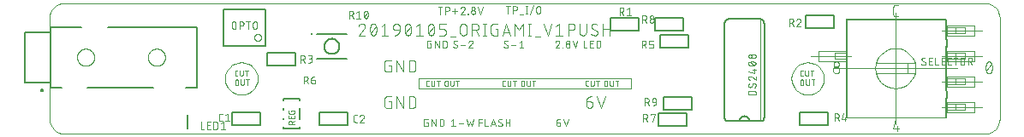
<source format=gto>
G04 EAGLE Gerber RS-274X export*
G75*
%MOMM*%
%FSLAX34Y34*%
%LPD*%
%INSilk top*%
%IPPOS*%
%AMOC8*
5,1,8,0,0,1.08239X$1,22.5*%
G01*
%ADD10C,0.101600*%
%ADD11C,0.001000*%
%ADD12C,0.050800*%
%ADD13C,0.152400*%
%ADD14C,0.076200*%
%ADD15C,0.203200*%
%ADD16C,0.127000*%
%ADD17C,0.200000*%
%ADD18C,0.000000*%
%ADD19C,0.254000*%


D10*
X320759Y120507D02*
X320757Y120614D01*
X320751Y120720D01*
X320741Y120826D01*
X320728Y120932D01*
X320710Y121038D01*
X320689Y121142D01*
X320664Y121246D01*
X320635Y121349D01*
X320603Y121450D01*
X320566Y121550D01*
X320526Y121649D01*
X320483Y121747D01*
X320436Y121843D01*
X320385Y121937D01*
X320331Y122029D01*
X320274Y122119D01*
X320214Y122207D01*
X320150Y122292D01*
X320083Y122375D01*
X320013Y122456D01*
X319941Y122534D01*
X319865Y122610D01*
X319787Y122682D01*
X319706Y122752D01*
X319623Y122819D01*
X319538Y122883D01*
X319450Y122943D01*
X319360Y123000D01*
X319268Y123054D01*
X319174Y123105D01*
X319078Y123152D01*
X318980Y123195D01*
X318881Y123235D01*
X318781Y123272D01*
X318680Y123304D01*
X318577Y123333D01*
X318473Y123358D01*
X318369Y123379D01*
X318263Y123397D01*
X318157Y123410D01*
X318051Y123420D01*
X317945Y123426D01*
X317838Y123428D01*
X317717Y123426D01*
X317596Y123420D01*
X317476Y123410D01*
X317355Y123397D01*
X317236Y123379D01*
X317116Y123358D01*
X316998Y123333D01*
X316881Y123304D01*
X316764Y123271D01*
X316649Y123235D01*
X316535Y123194D01*
X316422Y123151D01*
X316310Y123103D01*
X316201Y123052D01*
X316093Y122997D01*
X315986Y122939D01*
X315882Y122878D01*
X315780Y122813D01*
X315680Y122745D01*
X315582Y122674D01*
X315486Y122600D01*
X315393Y122523D01*
X315303Y122442D01*
X315215Y122359D01*
X315130Y122273D01*
X315047Y122184D01*
X314968Y122093D01*
X314891Y121999D01*
X314818Y121903D01*
X314748Y121805D01*
X314681Y121704D01*
X314617Y121601D01*
X314557Y121496D01*
X314500Y121389D01*
X314446Y121281D01*
X314396Y121171D01*
X314350Y121059D01*
X314307Y120946D01*
X314268Y120831D01*
X319786Y118235D02*
X319865Y118312D01*
X319941Y118393D01*
X320014Y118476D01*
X320084Y118561D01*
X320151Y118649D01*
X320215Y118739D01*
X320275Y118831D01*
X320332Y118926D01*
X320386Y119022D01*
X320437Y119120D01*
X320484Y119220D01*
X320528Y119322D01*
X320568Y119425D01*
X320604Y119529D01*
X320636Y119635D01*
X320665Y119741D01*
X320690Y119849D01*
X320712Y119957D01*
X320729Y120067D01*
X320743Y120176D01*
X320752Y120286D01*
X320758Y120397D01*
X320760Y120507D01*
X319785Y118235D02*
X314268Y111744D01*
X320759Y111744D01*
X325698Y117586D02*
X325701Y117816D01*
X325709Y118046D01*
X325723Y118275D01*
X325742Y118504D01*
X325767Y118733D01*
X325797Y118960D01*
X325832Y119188D01*
X325873Y119414D01*
X325919Y119639D01*
X325971Y119863D01*
X326028Y120085D01*
X326090Y120307D01*
X326158Y120526D01*
X326231Y120744D01*
X326309Y120961D01*
X326392Y121175D01*
X326480Y121387D01*
X326573Y121597D01*
X326672Y121805D01*
X326705Y121895D01*
X326741Y121984D01*
X326781Y122072D01*
X326825Y122157D01*
X326872Y122241D01*
X326922Y122323D01*
X326976Y122403D01*
X327032Y122480D01*
X327092Y122556D01*
X327155Y122629D01*
X327220Y122699D01*
X327289Y122767D01*
X327360Y122831D01*
X327433Y122893D01*
X327509Y122952D01*
X327587Y123008D01*
X327668Y123061D01*
X327750Y123110D01*
X327834Y123156D01*
X327921Y123199D01*
X328008Y123238D01*
X328098Y123274D01*
X328188Y123306D01*
X328280Y123334D01*
X328373Y123359D01*
X328467Y123380D01*
X328561Y123397D01*
X328656Y123411D01*
X328752Y123420D01*
X328848Y123426D01*
X328944Y123428D01*
X329040Y123426D01*
X329136Y123420D01*
X329232Y123411D01*
X329327Y123397D01*
X329421Y123380D01*
X329515Y123359D01*
X329608Y123334D01*
X329700Y123306D01*
X329790Y123274D01*
X329880Y123238D01*
X329967Y123199D01*
X330054Y123156D01*
X330138Y123110D01*
X330220Y123061D01*
X330301Y123008D01*
X330379Y122952D01*
X330455Y122893D01*
X330528Y122831D01*
X330599Y122767D01*
X330668Y122699D01*
X330733Y122629D01*
X330796Y122556D01*
X330856Y122480D01*
X330912Y122403D01*
X330966Y122323D01*
X331016Y122241D01*
X331063Y122157D01*
X331107Y122072D01*
X331147Y121984D01*
X331183Y121895D01*
X331216Y121805D01*
X331315Y121598D01*
X331408Y121388D01*
X331496Y121175D01*
X331579Y120961D01*
X331657Y120745D01*
X331730Y120527D01*
X331798Y120307D01*
X331860Y120086D01*
X331917Y119863D01*
X331969Y119639D01*
X332015Y119414D01*
X332056Y119188D01*
X332091Y118961D01*
X332121Y118733D01*
X332146Y118504D01*
X332165Y118275D01*
X332179Y118046D01*
X332187Y117816D01*
X332190Y117586D01*
X325698Y117586D02*
X325701Y117356D01*
X325709Y117126D01*
X325723Y116897D01*
X325742Y116668D01*
X325767Y116439D01*
X325797Y116211D01*
X325832Y115984D01*
X325873Y115758D01*
X325919Y115533D01*
X325971Y115309D01*
X326028Y115086D01*
X326090Y114865D01*
X326158Y114645D01*
X326231Y114427D01*
X326309Y114211D01*
X326392Y113997D01*
X326480Y113785D01*
X326573Y113574D01*
X326672Y113367D01*
X326705Y113277D01*
X326741Y113188D01*
X326782Y113100D01*
X326825Y113015D01*
X326872Y112931D01*
X326922Y112849D01*
X326976Y112769D01*
X327032Y112692D01*
X327092Y112616D01*
X327155Y112543D01*
X327220Y112473D01*
X327289Y112405D01*
X327360Y112341D01*
X327433Y112279D01*
X327509Y112220D01*
X327587Y112164D01*
X327668Y112111D01*
X327750Y112062D01*
X327834Y112016D01*
X327921Y111973D01*
X328008Y111934D01*
X328098Y111898D01*
X328188Y111866D01*
X328280Y111838D01*
X328373Y111813D01*
X328467Y111792D01*
X328561Y111775D01*
X328656Y111761D01*
X328752Y111752D01*
X328848Y111746D01*
X328944Y111744D01*
X331215Y113367D02*
X331314Y113574D01*
X331407Y113785D01*
X331495Y113997D01*
X331578Y114211D01*
X331656Y114427D01*
X331729Y114645D01*
X331797Y114865D01*
X331859Y115086D01*
X331916Y115309D01*
X331968Y115533D01*
X332014Y115758D01*
X332055Y115984D01*
X332090Y116211D01*
X332120Y116439D01*
X332145Y116668D01*
X332164Y116897D01*
X332178Y117126D01*
X332186Y117356D01*
X332189Y117586D01*
X331216Y113367D02*
X331183Y113277D01*
X331147Y113188D01*
X331107Y113100D01*
X331063Y113015D01*
X331016Y112931D01*
X330966Y112849D01*
X330912Y112769D01*
X330856Y112692D01*
X330796Y112616D01*
X330733Y112543D01*
X330668Y112473D01*
X330599Y112405D01*
X330528Y112341D01*
X330455Y112279D01*
X330379Y112220D01*
X330301Y112164D01*
X330220Y112111D01*
X330138Y112062D01*
X330054Y112016D01*
X329967Y111973D01*
X329880Y111934D01*
X329790Y111898D01*
X329700Y111866D01*
X329608Y111838D01*
X329515Y111813D01*
X329421Y111792D01*
X329327Y111775D01*
X329232Y111761D01*
X329136Y111752D01*
X329040Y111746D01*
X328944Y111744D01*
X326347Y114340D02*
X331540Y120832D01*
X337128Y120832D02*
X340373Y123428D01*
X340373Y111744D01*
X337128Y111744D02*
X343619Y111744D01*
X351154Y116937D02*
X355049Y116937D01*
X351154Y116937D02*
X351055Y116939D01*
X350955Y116945D01*
X350856Y116954D01*
X350758Y116967D01*
X350660Y116984D01*
X350562Y117005D01*
X350466Y117030D01*
X350371Y117058D01*
X350277Y117090D01*
X350184Y117125D01*
X350092Y117164D01*
X350002Y117207D01*
X349914Y117252D01*
X349827Y117302D01*
X349743Y117354D01*
X349660Y117410D01*
X349580Y117468D01*
X349502Y117530D01*
X349427Y117595D01*
X349354Y117663D01*
X349284Y117733D01*
X349216Y117806D01*
X349151Y117881D01*
X349089Y117959D01*
X349031Y118039D01*
X348975Y118122D01*
X348923Y118206D01*
X348873Y118293D01*
X348828Y118381D01*
X348785Y118471D01*
X348746Y118563D01*
X348711Y118656D01*
X348679Y118750D01*
X348651Y118845D01*
X348626Y118941D01*
X348605Y119039D01*
X348588Y119137D01*
X348575Y119235D01*
X348566Y119334D01*
X348560Y119434D01*
X348558Y119533D01*
X348558Y120182D01*
X348557Y120182D02*
X348559Y120295D01*
X348565Y120408D01*
X348575Y120521D01*
X348589Y120634D01*
X348606Y120746D01*
X348628Y120857D01*
X348653Y120967D01*
X348683Y121077D01*
X348716Y121185D01*
X348753Y121292D01*
X348793Y121398D01*
X348838Y121502D01*
X348886Y121605D01*
X348937Y121706D01*
X348992Y121805D01*
X349050Y121902D01*
X349112Y121997D01*
X349177Y122090D01*
X349245Y122180D01*
X349316Y122268D01*
X349391Y122354D01*
X349468Y122437D01*
X349548Y122517D01*
X349631Y122594D01*
X349717Y122669D01*
X349805Y122740D01*
X349895Y122808D01*
X349988Y122873D01*
X350083Y122935D01*
X350180Y122993D01*
X350279Y123048D01*
X350380Y123099D01*
X350483Y123147D01*
X350587Y123192D01*
X350693Y123232D01*
X350800Y123269D01*
X350908Y123302D01*
X351018Y123332D01*
X351128Y123357D01*
X351239Y123379D01*
X351351Y123396D01*
X351464Y123410D01*
X351577Y123420D01*
X351690Y123426D01*
X351803Y123428D01*
X351916Y123426D01*
X352029Y123420D01*
X352142Y123410D01*
X352255Y123396D01*
X352367Y123379D01*
X352478Y123357D01*
X352588Y123332D01*
X352698Y123302D01*
X352806Y123269D01*
X352913Y123232D01*
X353019Y123192D01*
X353123Y123147D01*
X353226Y123099D01*
X353327Y123048D01*
X353426Y122993D01*
X353523Y122935D01*
X353618Y122873D01*
X353711Y122808D01*
X353801Y122740D01*
X353889Y122669D01*
X353975Y122594D01*
X354058Y122517D01*
X354138Y122437D01*
X354215Y122354D01*
X354290Y122268D01*
X354361Y122180D01*
X354429Y122090D01*
X354494Y121997D01*
X354556Y121902D01*
X354614Y121805D01*
X354669Y121706D01*
X354720Y121605D01*
X354768Y121502D01*
X354813Y121398D01*
X354853Y121292D01*
X354890Y121185D01*
X354923Y121077D01*
X354953Y120967D01*
X354978Y120857D01*
X355000Y120746D01*
X355017Y120634D01*
X355031Y120521D01*
X355041Y120408D01*
X355047Y120295D01*
X355049Y120182D01*
X355049Y116937D01*
X355047Y116794D01*
X355041Y116651D01*
X355031Y116508D01*
X355017Y116366D01*
X355000Y116224D01*
X354978Y116082D01*
X354953Y115941D01*
X354923Y115801D01*
X354890Y115662D01*
X354853Y115524D01*
X354812Y115387D01*
X354768Y115251D01*
X354719Y115116D01*
X354667Y114983D01*
X354612Y114851D01*
X354552Y114721D01*
X354489Y114592D01*
X354423Y114465D01*
X354353Y114340D01*
X354280Y114218D01*
X354203Y114097D01*
X354123Y113978D01*
X354040Y113862D01*
X353954Y113747D01*
X353865Y113636D01*
X353772Y113526D01*
X353677Y113420D01*
X353578Y113316D01*
X353477Y113215D01*
X353373Y113116D01*
X353267Y113021D01*
X353157Y112928D01*
X353046Y112839D01*
X352931Y112753D01*
X352815Y112670D01*
X352696Y112590D01*
X352575Y112513D01*
X352453Y112440D01*
X352328Y112370D01*
X352201Y112304D01*
X352072Y112241D01*
X351942Y112181D01*
X351810Y112126D01*
X351677Y112074D01*
X351542Y112025D01*
X351406Y111981D01*
X351269Y111940D01*
X351131Y111903D01*
X350992Y111870D01*
X350852Y111840D01*
X350711Y111815D01*
X350569Y111793D01*
X350427Y111776D01*
X350285Y111762D01*
X350142Y111752D01*
X349999Y111746D01*
X349856Y111744D01*
X359988Y117586D02*
X359991Y117816D01*
X359999Y118046D01*
X360013Y118275D01*
X360032Y118504D01*
X360057Y118733D01*
X360087Y118960D01*
X360122Y119188D01*
X360163Y119414D01*
X360209Y119639D01*
X360261Y119863D01*
X360318Y120085D01*
X360380Y120307D01*
X360448Y120526D01*
X360521Y120744D01*
X360599Y120961D01*
X360682Y121175D01*
X360770Y121387D01*
X360863Y121597D01*
X360962Y121805D01*
X360961Y121805D02*
X360994Y121895D01*
X361030Y121984D01*
X361070Y122072D01*
X361114Y122157D01*
X361161Y122241D01*
X361211Y122323D01*
X361265Y122403D01*
X361321Y122480D01*
X361381Y122556D01*
X361444Y122629D01*
X361509Y122699D01*
X361578Y122767D01*
X361649Y122831D01*
X361722Y122893D01*
X361798Y122952D01*
X361876Y123008D01*
X361957Y123061D01*
X362039Y123110D01*
X362123Y123156D01*
X362210Y123199D01*
X362297Y123238D01*
X362387Y123274D01*
X362477Y123306D01*
X362569Y123334D01*
X362662Y123359D01*
X362756Y123380D01*
X362850Y123397D01*
X362945Y123411D01*
X363041Y123420D01*
X363137Y123426D01*
X363233Y123428D01*
X363329Y123426D01*
X363425Y123420D01*
X363521Y123411D01*
X363616Y123397D01*
X363710Y123380D01*
X363804Y123359D01*
X363897Y123334D01*
X363989Y123306D01*
X364079Y123274D01*
X364169Y123238D01*
X364256Y123199D01*
X364343Y123156D01*
X364427Y123110D01*
X364509Y123061D01*
X364590Y123008D01*
X364668Y122952D01*
X364744Y122893D01*
X364817Y122831D01*
X364888Y122767D01*
X364957Y122699D01*
X365022Y122629D01*
X365085Y122556D01*
X365145Y122480D01*
X365201Y122403D01*
X365255Y122323D01*
X365305Y122241D01*
X365352Y122157D01*
X365396Y122072D01*
X365436Y121984D01*
X365472Y121895D01*
X365505Y121805D01*
X365604Y121598D01*
X365697Y121388D01*
X365785Y121175D01*
X365868Y120961D01*
X365946Y120745D01*
X366019Y120527D01*
X366087Y120307D01*
X366149Y120086D01*
X366206Y119863D01*
X366258Y119639D01*
X366304Y119414D01*
X366345Y119188D01*
X366380Y118961D01*
X366410Y118733D01*
X366435Y118504D01*
X366454Y118275D01*
X366468Y118046D01*
X366476Y117816D01*
X366479Y117586D01*
X359988Y117586D02*
X359991Y117356D01*
X359999Y117126D01*
X360013Y116897D01*
X360032Y116668D01*
X360057Y116439D01*
X360087Y116211D01*
X360122Y115984D01*
X360163Y115758D01*
X360209Y115533D01*
X360261Y115309D01*
X360318Y115086D01*
X360380Y114865D01*
X360448Y114645D01*
X360521Y114427D01*
X360599Y114211D01*
X360682Y113997D01*
X360770Y113785D01*
X360863Y113574D01*
X360962Y113367D01*
X360961Y113367D02*
X360994Y113277D01*
X361030Y113188D01*
X361071Y113100D01*
X361114Y113015D01*
X361161Y112931D01*
X361211Y112849D01*
X361265Y112769D01*
X361321Y112692D01*
X361381Y112616D01*
X361444Y112543D01*
X361509Y112473D01*
X361578Y112405D01*
X361649Y112341D01*
X361722Y112279D01*
X361798Y112220D01*
X361876Y112164D01*
X361957Y112111D01*
X362039Y112062D01*
X362123Y112016D01*
X362210Y111973D01*
X362297Y111934D01*
X362387Y111898D01*
X362477Y111866D01*
X362569Y111838D01*
X362662Y111813D01*
X362756Y111792D01*
X362850Y111775D01*
X362945Y111761D01*
X363041Y111752D01*
X363137Y111746D01*
X363233Y111744D01*
X365505Y113367D02*
X365604Y113574D01*
X365697Y113785D01*
X365785Y113997D01*
X365868Y114211D01*
X365946Y114427D01*
X366019Y114645D01*
X366087Y114865D01*
X366149Y115086D01*
X366206Y115309D01*
X366258Y115533D01*
X366304Y115758D01*
X366345Y115984D01*
X366380Y116211D01*
X366410Y116439D01*
X366435Y116668D01*
X366454Y116897D01*
X366468Y117126D01*
X366476Y117356D01*
X366479Y117586D01*
X365505Y113367D02*
X365472Y113277D01*
X365436Y113188D01*
X365396Y113100D01*
X365352Y113015D01*
X365305Y112931D01*
X365255Y112849D01*
X365201Y112769D01*
X365145Y112692D01*
X365085Y112616D01*
X365022Y112543D01*
X364957Y112473D01*
X364888Y112405D01*
X364817Y112341D01*
X364744Y112279D01*
X364668Y112220D01*
X364590Y112164D01*
X364509Y112111D01*
X364427Y112062D01*
X364343Y112016D01*
X364256Y111973D01*
X364169Y111934D01*
X364079Y111898D01*
X363989Y111866D01*
X363897Y111838D01*
X363804Y111813D01*
X363710Y111792D01*
X363616Y111775D01*
X363521Y111761D01*
X363425Y111752D01*
X363329Y111746D01*
X363233Y111744D01*
X360637Y114340D02*
X365830Y120832D01*
X371418Y120832D02*
X374663Y123428D01*
X374663Y111744D01*
X371418Y111744D02*
X377909Y111744D01*
X382848Y117586D02*
X382851Y117816D01*
X382859Y118046D01*
X382873Y118275D01*
X382892Y118504D01*
X382917Y118733D01*
X382947Y118960D01*
X382982Y119188D01*
X383023Y119414D01*
X383069Y119639D01*
X383121Y119863D01*
X383178Y120085D01*
X383240Y120307D01*
X383308Y120526D01*
X383381Y120744D01*
X383459Y120961D01*
X383542Y121175D01*
X383630Y121387D01*
X383723Y121597D01*
X383822Y121805D01*
X383821Y121805D02*
X383854Y121895D01*
X383890Y121984D01*
X383930Y122072D01*
X383974Y122157D01*
X384021Y122241D01*
X384071Y122323D01*
X384125Y122403D01*
X384181Y122480D01*
X384241Y122556D01*
X384304Y122629D01*
X384369Y122699D01*
X384438Y122767D01*
X384509Y122831D01*
X384582Y122893D01*
X384658Y122952D01*
X384736Y123008D01*
X384817Y123061D01*
X384899Y123110D01*
X384983Y123156D01*
X385070Y123199D01*
X385157Y123238D01*
X385247Y123274D01*
X385337Y123306D01*
X385429Y123334D01*
X385522Y123359D01*
X385616Y123380D01*
X385710Y123397D01*
X385805Y123411D01*
X385901Y123420D01*
X385997Y123426D01*
X386093Y123428D01*
X386189Y123426D01*
X386285Y123420D01*
X386381Y123411D01*
X386476Y123397D01*
X386570Y123380D01*
X386664Y123359D01*
X386757Y123334D01*
X386849Y123306D01*
X386939Y123274D01*
X387029Y123238D01*
X387116Y123199D01*
X387203Y123156D01*
X387287Y123110D01*
X387369Y123061D01*
X387450Y123008D01*
X387528Y122952D01*
X387604Y122893D01*
X387677Y122831D01*
X387748Y122767D01*
X387817Y122699D01*
X387882Y122629D01*
X387945Y122556D01*
X388005Y122480D01*
X388061Y122403D01*
X388115Y122323D01*
X388165Y122241D01*
X388212Y122157D01*
X388256Y122072D01*
X388296Y121984D01*
X388332Y121895D01*
X388365Y121805D01*
X388464Y121598D01*
X388557Y121388D01*
X388645Y121175D01*
X388728Y120961D01*
X388806Y120745D01*
X388879Y120527D01*
X388947Y120307D01*
X389009Y120086D01*
X389066Y119863D01*
X389118Y119639D01*
X389164Y119414D01*
X389205Y119188D01*
X389240Y118961D01*
X389270Y118733D01*
X389295Y118504D01*
X389314Y118275D01*
X389328Y118046D01*
X389336Y117816D01*
X389339Y117586D01*
X382848Y117586D02*
X382851Y117356D01*
X382859Y117126D01*
X382873Y116897D01*
X382892Y116668D01*
X382917Y116439D01*
X382947Y116211D01*
X382982Y115984D01*
X383023Y115758D01*
X383069Y115533D01*
X383121Y115309D01*
X383178Y115086D01*
X383240Y114865D01*
X383308Y114645D01*
X383381Y114427D01*
X383459Y114211D01*
X383542Y113997D01*
X383630Y113785D01*
X383723Y113574D01*
X383822Y113367D01*
X383821Y113367D02*
X383854Y113277D01*
X383890Y113188D01*
X383931Y113100D01*
X383974Y113015D01*
X384021Y112931D01*
X384071Y112849D01*
X384125Y112769D01*
X384181Y112692D01*
X384241Y112616D01*
X384304Y112543D01*
X384369Y112473D01*
X384438Y112405D01*
X384509Y112341D01*
X384582Y112279D01*
X384658Y112220D01*
X384736Y112164D01*
X384817Y112111D01*
X384899Y112062D01*
X384983Y112016D01*
X385070Y111973D01*
X385157Y111934D01*
X385247Y111898D01*
X385337Y111866D01*
X385429Y111838D01*
X385522Y111813D01*
X385616Y111792D01*
X385710Y111775D01*
X385805Y111761D01*
X385901Y111752D01*
X385997Y111746D01*
X386093Y111744D01*
X388365Y113367D02*
X388464Y113574D01*
X388557Y113785D01*
X388645Y113997D01*
X388728Y114211D01*
X388806Y114427D01*
X388879Y114645D01*
X388947Y114865D01*
X389009Y115086D01*
X389066Y115309D01*
X389118Y115533D01*
X389164Y115758D01*
X389205Y115984D01*
X389240Y116211D01*
X389270Y116439D01*
X389295Y116668D01*
X389314Y116897D01*
X389328Y117126D01*
X389336Y117356D01*
X389339Y117586D01*
X388365Y113367D02*
X388332Y113277D01*
X388296Y113188D01*
X388256Y113100D01*
X388212Y113015D01*
X388165Y112931D01*
X388115Y112849D01*
X388061Y112769D01*
X388005Y112692D01*
X387945Y112616D01*
X387882Y112543D01*
X387817Y112473D01*
X387748Y112405D01*
X387677Y112341D01*
X387604Y112279D01*
X387528Y112220D01*
X387450Y112164D01*
X387369Y112111D01*
X387287Y112062D01*
X387203Y112016D01*
X387116Y111973D01*
X387029Y111934D01*
X386939Y111898D01*
X386849Y111866D01*
X386757Y111838D01*
X386664Y111813D01*
X386570Y111792D01*
X386476Y111775D01*
X386381Y111761D01*
X386285Y111752D01*
X386189Y111746D01*
X386093Y111744D01*
X383497Y114340D02*
X388690Y120832D01*
X394278Y111744D02*
X398172Y111744D01*
X398271Y111746D01*
X398371Y111752D01*
X398470Y111761D01*
X398568Y111774D01*
X398666Y111791D01*
X398764Y111812D01*
X398860Y111837D01*
X398955Y111865D01*
X399049Y111897D01*
X399142Y111932D01*
X399234Y111971D01*
X399324Y112014D01*
X399412Y112059D01*
X399499Y112109D01*
X399583Y112161D01*
X399666Y112217D01*
X399746Y112275D01*
X399824Y112337D01*
X399899Y112402D01*
X399972Y112470D01*
X400042Y112540D01*
X400110Y112613D01*
X400175Y112688D01*
X400237Y112766D01*
X400295Y112846D01*
X400351Y112929D01*
X400403Y113013D01*
X400453Y113100D01*
X400498Y113188D01*
X400541Y113278D01*
X400580Y113370D01*
X400615Y113463D01*
X400647Y113557D01*
X400675Y113652D01*
X400700Y113748D01*
X400721Y113846D01*
X400738Y113944D01*
X400751Y114042D01*
X400760Y114141D01*
X400766Y114241D01*
X400768Y114340D01*
X400769Y114340D02*
X400769Y115639D01*
X400768Y115639D02*
X400766Y115738D01*
X400760Y115838D01*
X400751Y115937D01*
X400738Y116035D01*
X400721Y116133D01*
X400700Y116231D01*
X400675Y116327D01*
X400647Y116422D01*
X400615Y116516D01*
X400580Y116609D01*
X400541Y116701D01*
X400498Y116791D01*
X400453Y116879D01*
X400403Y116966D01*
X400351Y117050D01*
X400295Y117133D01*
X400237Y117213D01*
X400175Y117291D01*
X400110Y117366D01*
X400042Y117439D01*
X399972Y117509D01*
X399899Y117577D01*
X399824Y117642D01*
X399746Y117704D01*
X399666Y117762D01*
X399583Y117818D01*
X399499Y117870D01*
X399412Y117920D01*
X399324Y117965D01*
X399234Y118008D01*
X399142Y118047D01*
X399049Y118082D01*
X398955Y118114D01*
X398860Y118142D01*
X398764Y118167D01*
X398666Y118188D01*
X398568Y118205D01*
X398470Y118218D01*
X398371Y118227D01*
X398271Y118233D01*
X398172Y118235D01*
X394278Y118235D01*
X394278Y123428D01*
X400769Y123428D01*
X405214Y110446D02*
X410407Y110446D01*
X414852Y114990D02*
X414852Y120182D01*
X414851Y120182D02*
X414853Y120295D01*
X414859Y120408D01*
X414869Y120521D01*
X414883Y120634D01*
X414900Y120746D01*
X414922Y120857D01*
X414947Y120967D01*
X414977Y121077D01*
X415010Y121185D01*
X415047Y121292D01*
X415087Y121398D01*
X415132Y121502D01*
X415180Y121605D01*
X415231Y121706D01*
X415286Y121805D01*
X415344Y121902D01*
X415406Y121997D01*
X415471Y122090D01*
X415539Y122180D01*
X415610Y122268D01*
X415685Y122354D01*
X415762Y122437D01*
X415842Y122517D01*
X415925Y122594D01*
X416011Y122669D01*
X416099Y122740D01*
X416189Y122808D01*
X416282Y122873D01*
X416377Y122935D01*
X416474Y122993D01*
X416573Y123048D01*
X416674Y123099D01*
X416777Y123147D01*
X416881Y123192D01*
X416987Y123232D01*
X417094Y123269D01*
X417202Y123302D01*
X417312Y123332D01*
X417422Y123357D01*
X417533Y123379D01*
X417645Y123396D01*
X417758Y123410D01*
X417871Y123420D01*
X417984Y123426D01*
X418097Y123428D01*
X418210Y123426D01*
X418323Y123420D01*
X418436Y123410D01*
X418549Y123396D01*
X418661Y123379D01*
X418772Y123357D01*
X418882Y123332D01*
X418992Y123302D01*
X419100Y123269D01*
X419207Y123232D01*
X419313Y123192D01*
X419417Y123147D01*
X419520Y123099D01*
X419621Y123048D01*
X419720Y122993D01*
X419817Y122935D01*
X419912Y122873D01*
X420005Y122808D01*
X420095Y122740D01*
X420183Y122669D01*
X420269Y122594D01*
X420352Y122517D01*
X420432Y122437D01*
X420509Y122354D01*
X420584Y122268D01*
X420655Y122180D01*
X420723Y122090D01*
X420788Y121997D01*
X420850Y121902D01*
X420908Y121805D01*
X420963Y121706D01*
X421014Y121605D01*
X421062Y121502D01*
X421107Y121398D01*
X421147Y121292D01*
X421184Y121185D01*
X421217Y121077D01*
X421247Y120967D01*
X421272Y120857D01*
X421294Y120746D01*
X421311Y120634D01*
X421325Y120521D01*
X421335Y120408D01*
X421341Y120295D01*
X421343Y120182D01*
X421343Y114990D01*
X421341Y114877D01*
X421335Y114764D01*
X421325Y114651D01*
X421311Y114538D01*
X421294Y114426D01*
X421272Y114315D01*
X421247Y114205D01*
X421217Y114095D01*
X421184Y113987D01*
X421147Y113880D01*
X421107Y113774D01*
X421062Y113670D01*
X421014Y113567D01*
X420963Y113466D01*
X420908Y113367D01*
X420850Y113270D01*
X420788Y113175D01*
X420723Y113082D01*
X420655Y112992D01*
X420584Y112904D01*
X420509Y112818D01*
X420432Y112735D01*
X420352Y112655D01*
X420269Y112578D01*
X420183Y112503D01*
X420095Y112432D01*
X420005Y112364D01*
X419912Y112299D01*
X419817Y112237D01*
X419720Y112179D01*
X419621Y112124D01*
X419520Y112073D01*
X419417Y112025D01*
X419313Y111980D01*
X419207Y111940D01*
X419100Y111903D01*
X418992Y111870D01*
X418882Y111840D01*
X418772Y111815D01*
X418661Y111793D01*
X418549Y111776D01*
X418436Y111762D01*
X418323Y111752D01*
X418210Y111746D01*
X418097Y111744D01*
X417984Y111746D01*
X417871Y111752D01*
X417758Y111762D01*
X417645Y111776D01*
X417533Y111793D01*
X417422Y111815D01*
X417312Y111840D01*
X417202Y111870D01*
X417094Y111903D01*
X416987Y111940D01*
X416881Y111980D01*
X416777Y112025D01*
X416674Y112073D01*
X416573Y112124D01*
X416474Y112179D01*
X416377Y112237D01*
X416282Y112299D01*
X416189Y112364D01*
X416099Y112432D01*
X416011Y112503D01*
X415925Y112578D01*
X415842Y112655D01*
X415762Y112735D01*
X415685Y112818D01*
X415610Y112904D01*
X415539Y112992D01*
X415471Y113082D01*
X415406Y113175D01*
X415344Y113270D01*
X415286Y113367D01*
X415231Y113466D01*
X415180Y113567D01*
X415132Y113670D01*
X415087Y113774D01*
X415047Y113880D01*
X415010Y113987D01*
X414977Y114095D01*
X414947Y114205D01*
X414922Y114315D01*
X414900Y114426D01*
X414883Y114538D01*
X414869Y114651D01*
X414859Y114764D01*
X414853Y114877D01*
X414851Y114990D01*
X426736Y111744D02*
X426736Y123428D01*
X429982Y123428D01*
X430095Y123426D01*
X430208Y123420D01*
X430321Y123410D01*
X430434Y123396D01*
X430546Y123379D01*
X430657Y123357D01*
X430767Y123332D01*
X430877Y123302D01*
X430985Y123269D01*
X431092Y123232D01*
X431198Y123192D01*
X431302Y123147D01*
X431405Y123099D01*
X431506Y123048D01*
X431605Y122993D01*
X431702Y122935D01*
X431797Y122873D01*
X431890Y122808D01*
X431980Y122740D01*
X432068Y122669D01*
X432154Y122594D01*
X432237Y122517D01*
X432317Y122437D01*
X432394Y122354D01*
X432469Y122268D01*
X432540Y122180D01*
X432608Y122090D01*
X432673Y121997D01*
X432735Y121902D01*
X432793Y121805D01*
X432848Y121706D01*
X432899Y121605D01*
X432947Y121502D01*
X432992Y121398D01*
X433032Y121292D01*
X433069Y121185D01*
X433102Y121077D01*
X433132Y120967D01*
X433157Y120857D01*
X433179Y120746D01*
X433196Y120634D01*
X433210Y120521D01*
X433220Y120408D01*
X433226Y120295D01*
X433228Y120182D01*
X433226Y120069D01*
X433220Y119956D01*
X433210Y119843D01*
X433196Y119730D01*
X433179Y119618D01*
X433157Y119507D01*
X433132Y119397D01*
X433102Y119287D01*
X433069Y119179D01*
X433032Y119072D01*
X432992Y118966D01*
X432947Y118862D01*
X432899Y118759D01*
X432848Y118658D01*
X432793Y118559D01*
X432735Y118462D01*
X432673Y118367D01*
X432608Y118274D01*
X432540Y118184D01*
X432469Y118096D01*
X432394Y118010D01*
X432317Y117927D01*
X432237Y117847D01*
X432154Y117770D01*
X432068Y117695D01*
X431980Y117624D01*
X431890Y117556D01*
X431797Y117491D01*
X431702Y117429D01*
X431605Y117371D01*
X431506Y117316D01*
X431405Y117265D01*
X431302Y117217D01*
X431198Y117172D01*
X431092Y117132D01*
X430985Y117095D01*
X430877Y117062D01*
X430767Y117032D01*
X430657Y117007D01*
X430546Y116985D01*
X430434Y116968D01*
X430321Y116954D01*
X430208Y116944D01*
X430095Y116938D01*
X429982Y116936D01*
X429982Y116937D02*
X426736Y116937D01*
X430631Y116937D02*
X433227Y111744D01*
X439052Y111744D02*
X439052Y123428D01*
X437754Y111744D02*
X440350Y111744D01*
X440350Y123428D02*
X437754Y123428D01*
X449875Y118235D02*
X451823Y118235D01*
X451823Y111744D01*
X447928Y111744D01*
X447829Y111746D01*
X447729Y111752D01*
X447630Y111761D01*
X447532Y111774D01*
X447434Y111791D01*
X447336Y111812D01*
X447240Y111837D01*
X447145Y111865D01*
X447051Y111897D01*
X446958Y111932D01*
X446866Y111971D01*
X446776Y112014D01*
X446688Y112059D01*
X446601Y112109D01*
X446517Y112161D01*
X446434Y112217D01*
X446354Y112275D01*
X446276Y112337D01*
X446201Y112402D01*
X446128Y112470D01*
X446058Y112540D01*
X445990Y112613D01*
X445925Y112688D01*
X445863Y112766D01*
X445805Y112846D01*
X445749Y112929D01*
X445697Y113013D01*
X445647Y113100D01*
X445602Y113188D01*
X445559Y113278D01*
X445520Y113370D01*
X445485Y113463D01*
X445453Y113557D01*
X445425Y113652D01*
X445400Y113748D01*
X445379Y113846D01*
X445362Y113944D01*
X445349Y114042D01*
X445340Y114141D01*
X445334Y114241D01*
X445332Y114340D01*
X445332Y120832D01*
X445334Y120931D01*
X445340Y121031D01*
X445349Y121130D01*
X445362Y121228D01*
X445379Y121326D01*
X445400Y121424D01*
X445425Y121520D01*
X445453Y121615D01*
X445485Y121709D01*
X445520Y121802D01*
X445559Y121894D01*
X445602Y121984D01*
X445647Y122072D01*
X445697Y122159D01*
X445749Y122243D01*
X445805Y122326D01*
X445863Y122406D01*
X445925Y122484D01*
X445990Y122559D01*
X446058Y122632D01*
X446128Y122702D01*
X446201Y122770D01*
X446276Y122835D01*
X446354Y122897D01*
X446434Y122955D01*
X446517Y123011D01*
X446601Y123063D01*
X446688Y123113D01*
X446776Y123158D01*
X446866Y123201D01*
X446958Y123240D01*
X447050Y123275D01*
X447145Y123307D01*
X447240Y123335D01*
X447336Y123360D01*
X447434Y123381D01*
X447532Y123398D01*
X447630Y123411D01*
X447729Y123420D01*
X447829Y123426D01*
X447928Y123428D01*
X451823Y123428D01*
X460388Y123428D02*
X456494Y111744D01*
X464283Y111744D02*
X460388Y123428D01*
X463309Y114665D02*
X457467Y114665D01*
X469067Y111744D02*
X469067Y123428D01*
X472961Y116937D01*
X476856Y123428D01*
X476856Y111744D01*
X483248Y111744D02*
X483248Y123428D01*
X481950Y111744D02*
X484546Y111744D01*
X484546Y123428D02*
X481950Y123428D01*
X488653Y110446D02*
X493846Y110446D01*
X501536Y111744D02*
X497642Y123428D01*
X505431Y123428D02*
X501536Y111744D01*
X509721Y120832D02*
X512966Y123428D01*
X512966Y111744D01*
X509721Y111744D02*
X516212Y111744D01*
X521701Y111744D02*
X521701Y123428D01*
X524947Y123428D01*
X525060Y123426D01*
X525173Y123420D01*
X525286Y123410D01*
X525399Y123396D01*
X525511Y123379D01*
X525622Y123357D01*
X525732Y123332D01*
X525842Y123302D01*
X525950Y123269D01*
X526057Y123232D01*
X526163Y123192D01*
X526267Y123147D01*
X526370Y123099D01*
X526471Y123048D01*
X526570Y122993D01*
X526667Y122935D01*
X526762Y122873D01*
X526855Y122808D01*
X526945Y122740D01*
X527033Y122669D01*
X527119Y122594D01*
X527202Y122517D01*
X527282Y122437D01*
X527359Y122354D01*
X527434Y122268D01*
X527505Y122180D01*
X527573Y122090D01*
X527638Y121997D01*
X527700Y121902D01*
X527758Y121805D01*
X527813Y121706D01*
X527864Y121605D01*
X527912Y121502D01*
X527957Y121398D01*
X527997Y121292D01*
X528034Y121185D01*
X528067Y121077D01*
X528097Y120967D01*
X528122Y120857D01*
X528144Y120746D01*
X528161Y120634D01*
X528175Y120521D01*
X528185Y120408D01*
X528191Y120295D01*
X528193Y120182D01*
X528191Y120069D01*
X528185Y119956D01*
X528175Y119843D01*
X528161Y119730D01*
X528144Y119618D01*
X528122Y119507D01*
X528097Y119397D01*
X528067Y119287D01*
X528034Y119179D01*
X527997Y119072D01*
X527957Y118966D01*
X527912Y118862D01*
X527864Y118759D01*
X527813Y118658D01*
X527758Y118559D01*
X527700Y118462D01*
X527638Y118367D01*
X527573Y118274D01*
X527505Y118184D01*
X527434Y118096D01*
X527359Y118010D01*
X527282Y117927D01*
X527202Y117847D01*
X527119Y117770D01*
X527033Y117695D01*
X526945Y117624D01*
X526855Y117556D01*
X526762Y117491D01*
X526667Y117429D01*
X526570Y117371D01*
X526471Y117316D01*
X526370Y117265D01*
X526267Y117217D01*
X526163Y117172D01*
X526057Y117132D01*
X525950Y117095D01*
X525842Y117062D01*
X525732Y117032D01*
X525622Y117007D01*
X525511Y116985D01*
X525399Y116968D01*
X525286Y116954D01*
X525173Y116944D01*
X525060Y116938D01*
X524947Y116936D01*
X524947Y116937D02*
X521701Y116937D01*
X532962Y114990D02*
X532962Y123428D01*
X532961Y114990D02*
X532963Y114877D01*
X532969Y114764D01*
X532979Y114651D01*
X532993Y114538D01*
X533010Y114426D01*
X533032Y114315D01*
X533057Y114205D01*
X533087Y114095D01*
X533120Y113987D01*
X533157Y113880D01*
X533197Y113774D01*
X533242Y113670D01*
X533290Y113567D01*
X533341Y113466D01*
X533396Y113367D01*
X533454Y113270D01*
X533516Y113175D01*
X533581Y113082D01*
X533649Y112992D01*
X533720Y112904D01*
X533795Y112818D01*
X533872Y112735D01*
X533952Y112655D01*
X534035Y112578D01*
X534121Y112503D01*
X534209Y112432D01*
X534299Y112364D01*
X534392Y112299D01*
X534487Y112237D01*
X534584Y112179D01*
X534683Y112124D01*
X534784Y112073D01*
X534887Y112025D01*
X534991Y111980D01*
X535097Y111940D01*
X535204Y111903D01*
X535312Y111870D01*
X535422Y111840D01*
X535532Y111815D01*
X535643Y111793D01*
X535755Y111776D01*
X535868Y111762D01*
X535981Y111752D01*
X536094Y111746D01*
X536207Y111744D01*
X536320Y111746D01*
X536433Y111752D01*
X536546Y111762D01*
X536659Y111776D01*
X536771Y111793D01*
X536882Y111815D01*
X536992Y111840D01*
X537102Y111870D01*
X537210Y111903D01*
X537317Y111940D01*
X537423Y111980D01*
X537527Y112025D01*
X537630Y112073D01*
X537731Y112124D01*
X537830Y112179D01*
X537927Y112237D01*
X538022Y112299D01*
X538115Y112364D01*
X538205Y112432D01*
X538293Y112503D01*
X538379Y112578D01*
X538462Y112655D01*
X538542Y112735D01*
X538619Y112818D01*
X538694Y112904D01*
X538765Y112992D01*
X538833Y113082D01*
X538898Y113175D01*
X538960Y113270D01*
X539018Y113367D01*
X539073Y113466D01*
X539124Y113567D01*
X539172Y113670D01*
X539217Y113774D01*
X539257Y113880D01*
X539294Y113987D01*
X539327Y114095D01*
X539357Y114205D01*
X539382Y114315D01*
X539404Y114426D01*
X539421Y114538D01*
X539435Y114651D01*
X539445Y114764D01*
X539451Y114877D01*
X539453Y114990D01*
X539453Y123428D01*
X550882Y114340D02*
X550880Y114241D01*
X550874Y114141D01*
X550865Y114042D01*
X550852Y113944D01*
X550835Y113846D01*
X550814Y113748D01*
X550789Y113652D01*
X550761Y113557D01*
X550729Y113463D01*
X550694Y113370D01*
X550655Y113278D01*
X550612Y113188D01*
X550567Y113100D01*
X550517Y113013D01*
X550465Y112929D01*
X550409Y112846D01*
X550351Y112766D01*
X550289Y112688D01*
X550224Y112613D01*
X550156Y112540D01*
X550086Y112470D01*
X550013Y112402D01*
X549938Y112337D01*
X549860Y112275D01*
X549780Y112217D01*
X549697Y112161D01*
X549613Y112109D01*
X549526Y112059D01*
X549438Y112014D01*
X549348Y111971D01*
X549256Y111932D01*
X549163Y111897D01*
X549069Y111865D01*
X548974Y111837D01*
X548878Y111812D01*
X548780Y111791D01*
X548682Y111774D01*
X548584Y111761D01*
X548485Y111752D01*
X548385Y111746D01*
X548286Y111744D01*
X548142Y111746D01*
X547997Y111752D01*
X547853Y111761D01*
X547710Y111774D01*
X547566Y111791D01*
X547423Y111812D01*
X547281Y111837D01*
X547140Y111865D01*
X546999Y111897D01*
X546859Y111933D01*
X546720Y111972D01*
X546582Y112015D01*
X546446Y112062D01*
X546310Y112112D01*
X546176Y112166D01*
X546044Y112223D01*
X545913Y112284D01*
X545784Y112348D01*
X545656Y112416D01*
X545530Y112486D01*
X545406Y112561D01*
X545285Y112638D01*
X545165Y112719D01*
X545047Y112802D01*
X544932Y112889D01*
X544819Y112979D01*
X544708Y113072D01*
X544600Y113167D01*
X544494Y113266D01*
X544391Y113367D01*
X544717Y120832D02*
X544719Y120931D01*
X544725Y121031D01*
X544734Y121130D01*
X544747Y121228D01*
X544764Y121326D01*
X544785Y121424D01*
X544810Y121520D01*
X544838Y121615D01*
X544870Y121709D01*
X544905Y121802D01*
X544944Y121894D01*
X544987Y121984D01*
X545032Y122072D01*
X545082Y122159D01*
X545134Y122243D01*
X545190Y122326D01*
X545248Y122406D01*
X545310Y122484D01*
X545375Y122559D01*
X545443Y122632D01*
X545513Y122702D01*
X545586Y122770D01*
X545661Y122835D01*
X545739Y122897D01*
X545819Y122955D01*
X545902Y123011D01*
X545986Y123063D01*
X546073Y123113D01*
X546161Y123158D01*
X546251Y123201D01*
X546343Y123240D01*
X546436Y123275D01*
X546530Y123307D01*
X546625Y123335D01*
X546722Y123360D01*
X546819Y123381D01*
X546917Y123398D01*
X547015Y123411D01*
X547114Y123420D01*
X547214Y123426D01*
X547313Y123428D01*
X547449Y123426D01*
X547585Y123420D01*
X547721Y123411D01*
X547857Y123398D01*
X547992Y123380D01*
X548126Y123360D01*
X548260Y123335D01*
X548394Y123307D01*
X548526Y123274D01*
X548657Y123239D01*
X548788Y123199D01*
X548917Y123156D01*
X549045Y123110D01*
X549171Y123059D01*
X549297Y123006D01*
X549420Y122948D01*
X549542Y122888D01*
X549662Y122824D01*
X549781Y122756D01*
X549897Y122686D01*
X550011Y122612D01*
X550124Y122535D01*
X550234Y122454D01*
X546014Y118560D02*
X545928Y118613D01*
X545844Y118670D01*
X545762Y118729D01*
X545682Y118792D01*
X545605Y118858D01*
X545530Y118926D01*
X545458Y118998D01*
X545389Y119072D01*
X545323Y119149D01*
X545260Y119228D01*
X545200Y119310D01*
X545143Y119394D01*
X545089Y119480D01*
X545039Y119568D01*
X544992Y119658D01*
X544948Y119749D01*
X544909Y119843D01*
X544872Y119937D01*
X544840Y120033D01*
X544811Y120131D01*
X544786Y120229D01*
X544765Y120328D01*
X544747Y120428D01*
X544734Y120528D01*
X544724Y120629D01*
X544718Y120731D01*
X544716Y120832D01*
X549585Y116612D02*
X549671Y116559D01*
X549755Y116502D01*
X549837Y116443D01*
X549917Y116380D01*
X549994Y116314D01*
X550069Y116246D01*
X550141Y116174D01*
X550210Y116100D01*
X550276Y116023D01*
X550339Y115944D01*
X550399Y115862D01*
X550456Y115778D01*
X550510Y115692D01*
X550560Y115604D01*
X550607Y115514D01*
X550651Y115423D01*
X550690Y115329D01*
X550727Y115235D01*
X550759Y115139D01*
X550788Y115041D01*
X550813Y114943D01*
X550834Y114844D01*
X550852Y114744D01*
X550865Y114644D01*
X550875Y114543D01*
X550881Y114441D01*
X550883Y114340D01*
X549584Y116612D02*
X546014Y118560D01*
X555822Y123428D02*
X555822Y111744D01*
X555822Y118235D02*
X562313Y118235D01*
X562313Y123428D02*
X562313Y111744D01*
D11*
X933481Y143928D02*
X23631Y143928D01*
X933481Y143928D02*
X936509Y143620D01*
X939335Y142739D01*
X941895Y141345D01*
X944128Y139500D01*
X945973Y137267D01*
X947367Y134707D01*
X948248Y131881D01*
X948556Y128853D01*
X948556Y29003D01*
X948248Y25975D01*
X947367Y23149D01*
X945973Y20589D01*
X944128Y18356D01*
X941895Y16511D01*
X939335Y15117D01*
X936509Y14236D01*
X933481Y13928D01*
X23631Y13928D01*
X20603Y14236D01*
X17777Y15117D01*
X15217Y16511D01*
X12984Y18356D01*
X11139Y20589D01*
X9745Y23149D01*
X8864Y25975D01*
X8556Y29003D01*
X8556Y128853D01*
X8864Y131881D01*
X9745Y134707D01*
X11139Y137267D01*
X12984Y139500D01*
X15217Y141345D01*
X17777Y142739D01*
X20603Y143620D01*
X23631Y143928D01*
X758556Y84978D02*
X761791Y84652D01*
X764803Y83717D01*
X767530Y82237D01*
X769905Y80277D01*
X771865Y77902D01*
X773345Y75175D01*
X774280Y72163D01*
X774606Y68928D01*
X774280Y65693D01*
X773345Y62681D01*
X771865Y59954D01*
X769905Y57579D01*
X767530Y55619D01*
X764803Y54139D01*
X761791Y53204D01*
X758556Y52878D01*
X755321Y53204D01*
X752309Y54139D01*
X749582Y55619D01*
X747207Y57579D01*
X745247Y59954D01*
X743767Y62681D01*
X742832Y65693D01*
X742506Y68928D01*
X742832Y72163D01*
X743767Y75175D01*
X745247Y77902D01*
X747207Y80277D01*
X749582Y82237D01*
X752309Y83717D01*
X755321Y84652D01*
X758556Y84978D01*
X201791Y84652D02*
X198556Y84978D01*
X201791Y84652D02*
X204803Y83717D01*
X207530Y82237D01*
X209905Y80277D01*
X211865Y77902D01*
X213345Y75175D01*
X214280Y72163D01*
X214606Y68928D01*
X214280Y65693D01*
X213345Y62681D01*
X211865Y59954D01*
X209905Y57579D01*
X207530Y55619D01*
X204803Y54139D01*
X201791Y53204D01*
X198556Y52878D01*
X195321Y53204D01*
X192309Y54139D01*
X189582Y55619D01*
X187207Y57579D01*
X185247Y59954D01*
X183767Y62681D01*
X182832Y65693D01*
X182506Y68928D01*
X182832Y72163D01*
X183767Y75175D01*
X185247Y77902D01*
X187207Y80277D01*
X189582Y82237D01*
X192309Y83717D01*
X195321Y84652D01*
X198556Y84978D01*
X373556Y58928D02*
X583556Y58928D01*
X583556Y68928D01*
X373556Y68928D01*
X373556Y58928D01*
X755425Y84670D02*
X758556Y84978D01*
X755425Y84670D02*
X752414Y83756D01*
X749639Y82273D01*
X747207Y80277D01*
X745211Y77845D01*
X743728Y75070D01*
X742814Y72059D01*
X742506Y68928D01*
X742814Y65797D01*
X743728Y62786D01*
X745211Y60011D01*
X747207Y57579D01*
X749639Y55583D01*
X752414Y54100D01*
X755425Y53186D01*
X758556Y52878D01*
X761687Y53186D01*
X764698Y54100D01*
X767473Y55583D01*
X769905Y57579D01*
X771901Y60011D01*
X773384Y62786D01*
X774298Y65797D01*
X774606Y68928D01*
X774298Y72059D01*
X773384Y75070D01*
X771901Y77845D01*
X769905Y80277D01*
X767473Y82273D01*
X764698Y83756D01*
X761687Y84670D01*
X758556Y84978D01*
X198556Y84978D02*
X195425Y84670D01*
X192414Y83756D01*
X189639Y82273D01*
X187207Y80277D01*
X185211Y77845D01*
X183728Y75070D01*
X182814Y72059D01*
X182506Y68928D01*
X182814Y65797D01*
X183728Y62786D01*
X185211Y60011D01*
X187207Y57579D01*
X189639Y55583D01*
X192414Y54100D01*
X195425Y53186D01*
X198556Y52878D01*
X201687Y53186D01*
X204698Y54100D01*
X207473Y55583D01*
X209905Y57579D01*
X211901Y60011D01*
X213384Y62786D01*
X214298Y65797D01*
X214606Y68928D01*
X214298Y72059D01*
X213384Y75070D01*
X211901Y77845D01*
X209905Y80277D01*
X207473Y82273D01*
X204698Y83756D01*
X201687Y84670D01*
X198556Y84978D01*
D10*
X539508Y45999D02*
X543403Y45999D01*
X543502Y45997D01*
X543602Y45991D01*
X543701Y45982D01*
X543799Y45969D01*
X543897Y45952D01*
X543995Y45931D01*
X544091Y45906D01*
X544186Y45878D01*
X544280Y45846D01*
X544373Y45811D01*
X544465Y45772D01*
X544555Y45729D01*
X544643Y45684D01*
X544730Y45634D01*
X544814Y45582D01*
X544897Y45526D01*
X544977Y45468D01*
X545055Y45406D01*
X545130Y45341D01*
X545203Y45273D01*
X545273Y45203D01*
X545341Y45130D01*
X545406Y45055D01*
X545468Y44977D01*
X545526Y44897D01*
X545582Y44814D01*
X545634Y44730D01*
X545684Y44643D01*
X545729Y44555D01*
X545772Y44465D01*
X545811Y44373D01*
X545846Y44280D01*
X545878Y44186D01*
X545906Y44091D01*
X545931Y43995D01*
X545952Y43897D01*
X545969Y43799D01*
X545982Y43701D01*
X545991Y43602D01*
X545997Y43502D01*
X545999Y43403D01*
X545999Y42754D01*
X546000Y42754D02*
X545998Y42641D01*
X545992Y42528D01*
X545982Y42415D01*
X545968Y42302D01*
X545951Y42190D01*
X545929Y42079D01*
X545904Y41969D01*
X545874Y41859D01*
X545841Y41751D01*
X545804Y41644D01*
X545764Y41538D01*
X545719Y41434D01*
X545671Y41331D01*
X545620Y41230D01*
X545565Y41131D01*
X545507Y41034D01*
X545445Y40939D01*
X545380Y40846D01*
X545312Y40756D01*
X545241Y40668D01*
X545166Y40582D01*
X545089Y40499D01*
X545009Y40419D01*
X544926Y40342D01*
X544840Y40267D01*
X544752Y40196D01*
X544662Y40128D01*
X544569Y40063D01*
X544474Y40001D01*
X544377Y39943D01*
X544278Y39888D01*
X544177Y39837D01*
X544074Y39789D01*
X543970Y39744D01*
X543864Y39704D01*
X543757Y39667D01*
X543649Y39634D01*
X543539Y39604D01*
X543429Y39579D01*
X543318Y39557D01*
X543206Y39540D01*
X543093Y39526D01*
X542980Y39516D01*
X542867Y39510D01*
X542754Y39508D01*
X542641Y39510D01*
X542528Y39516D01*
X542415Y39526D01*
X542302Y39540D01*
X542190Y39557D01*
X542079Y39579D01*
X541969Y39604D01*
X541859Y39634D01*
X541751Y39667D01*
X541644Y39704D01*
X541538Y39744D01*
X541434Y39789D01*
X541331Y39837D01*
X541230Y39888D01*
X541131Y39943D01*
X541034Y40001D01*
X540939Y40063D01*
X540846Y40128D01*
X540756Y40196D01*
X540668Y40267D01*
X540582Y40342D01*
X540499Y40419D01*
X540419Y40499D01*
X540342Y40582D01*
X540267Y40668D01*
X540196Y40756D01*
X540128Y40846D01*
X540063Y40939D01*
X540001Y41034D01*
X539943Y41131D01*
X539888Y41230D01*
X539837Y41331D01*
X539789Y41434D01*
X539744Y41538D01*
X539704Y41644D01*
X539667Y41751D01*
X539634Y41859D01*
X539604Y41969D01*
X539579Y42079D01*
X539557Y42190D01*
X539540Y42302D01*
X539526Y42415D01*
X539516Y42528D01*
X539510Y42641D01*
X539508Y42754D01*
X539508Y45999D01*
X539510Y46142D01*
X539516Y46285D01*
X539526Y46428D01*
X539540Y46570D01*
X539557Y46712D01*
X539579Y46854D01*
X539604Y46995D01*
X539634Y47135D01*
X539667Y47274D01*
X539704Y47412D01*
X539745Y47549D01*
X539789Y47685D01*
X539838Y47820D01*
X539890Y47953D01*
X539945Y48085D01*
X540005Y48215D01*
X540068Y48344D01*
X540134Y48471D01*
X540204Y48595D01*
X540277Y48718D01*
X540354Y48839D01*
X540434Y48958D01*
X540517Y49074D01*
X540603Y49189D01*
X540692Y49300D01*
X540785Y49410D01*
X540880Y49516D01*
X540979Y49620D01*
X541080Y49721D01*
X541184Y49820D01*
X541290Y49915D01*
X541400Y50008D01*
X541511Y50097D01*
X541626Y50183D01*
X541742Y50266D01*
X541861Y50346D01*
X541982Y50423D01*
X542104Y50496D01*
X542229Y50566D01*
X542356Y50632D01*
X542485Y50695D01*
X542615Y50755D01*
X542747Y50810D01*
X542880Y50862D01*
X543015Y50911D01*
X543151Y50955D01*
X543288Y50996D01*
X543426Y51033D01*
X543565Y51066D01*
X543705Y51096D01*
X543846Y51121D01*
X543988Y51143D01*
X544130Y51160D01*
X544272Y51174D01*
X544415Y51184D01*
X544558Y51190D01*
X544701Y51192D01*
X550289Y51192D02*
X554184Y39508D01*
X558078Y51192D01*
X346499Y81999D02*
X344552Y81999D01*
X346499Y81999D02*
X346499Y75508D01*
X342604Y75508D01*
X342505Y75510D01*
X342405Y75516D01*
X342306Y75525D01*
X342208Y75538D01*
X342110Y75555D01*
X342012Y75576D01*
X341916Y75601D01*
X341821Y75629D01*
X341727Y75661D01*
X341634Y75696D01*
X341542Y75735D01*
X341452Y75778D01*
X341364Y75823D01*
X341277Y75873D01*
X341193Y75925D01*
X341110Y75981D01*
X341030Y76039D01*
X340952Y76101D01*
X340877Y76166D01*
X340804Y76234D01*
X340734Y76304D01*
X340666Y76377D01*
X340601Y76452D01*
X340539Y76530D01*
X340481Y76610D01*
X340425Y76693D01*
X340373Y76777D01*
X340323Y76864D01*
X340278Y76952D01*
X340235Y77042D01*
X340196Y77134D01*
X340161Y77227D01*
X340129Y77321D01*
X340101Y77416D01*
X340076Y77512D01*
X340055Y77610D01*
X340038Y77708D01*
X340025Y77806D01*
X340016Y77905D01*
X340010Y78005D01*
X340008Y78104D01*
X340008Y84596D01*
X340010Y84695D01*
X340016Y84795D01*
X340025Y84894D01*
X340038Y84992D01*
X340055Y85090D01*
X340076Y85188D01*
X340101Y85284D01*
X340129Y85379D01*
X340161Y85473D01*
X340196Y85566D01*
X340235Y85658D01*
X340278Y85748D01*
X340323Y85836D01*
X340373Y85923D01*
X340425Y86007D01*
X340481Y86090D01*
X340539Y86170D01*
X340601Y86248D01*
X340666Y86323D01*
X340734Y86396D01*
X340804Y86466D01*
X340877Y86534D01*
X340952Y86599D01*
X341030Y86661D01*
X341110Y86719D01*
X341193Y86775D01*
X341277Y86827D01*
X341364Y86877D01*
X341452Y86922D01*
X341542Y86965D01*
X341634Y87004D01*
X341726Y87039D01*
X341821Y87071D01*
X341916Y87099D01*
X342012Y87124D01*
X342110Y87145D01*
X342208Y87162D01*
X342306Y87175D01*
X342405Y87184D01*
X342505Y87190D01*
X342604Y87192D01*
X346499Y87192D01*
X352200Y87192D02*
X352200Y75508D01*
X358691Y75508D02*
X352200Y87192D01*
X358691Y87192D02*
X358691Y75508D01*
X364392Y75508D02*
X364392Y87192D01*
X367637Y87192D01*
X367750Y87190D01*
X367863Y87184D01*
X367976Y87174D01*
X368089Y87160D01*
X368201Y87143D01*
X368312Y87121D01*
X368422Y87096D01*
X368532Y87066D01*
X368640Y87033D01*
X368747Y86996D01*
X368853Y86956D01*
X368957Y86911D01*
X369060Y86863D01*
X369161Y86812D01*
X369260Y86757D01*
X369357Y86699D01*
X369452Y86637D01*
X369545Y86572D01*
X369635Y86504D01*
X369723Y86433D01*
X369809Y86358D01*
X369892Y86281D01*
X369972Y86201D01*
X370049Y86118D01*
X370124Y86032D01*
X370195Y85944D01*
X370263Y85854D01*
X370328Y85761D01*
X370390Y85666D01*
X370448Y85569D01*
X370503Y85470D01*
X370554Y85369D01*
X370602Y85266D01*
X370647Y85162D01*
X370687Y85056D01*
X370724Y84949D01*
X370757Y84841D01*
X370787Y84731D01*
X370812Y84621D01*
X370834Y84510D01*
X370851Y84398D01*
X370865Y84285D01*
X370875Y84172D01*
X370881Y84059D01*
X370883Y83946D01*
X370883Y78754D01*
X370884Y78754D02*
X370882Y78641D01*
X370876Y78528D01*
X370866Y78415D01*
X370852Y78302D01*
X370835Y78190D01*
X370813Y78079D01*
X370788Y77969D01*
X370758Y77859D01*
X370725Y77751D01*
X370688Y77644D01*
X370648Y77538D01*
X370603Y77434D01*
X370555Y77331D01*
X370504Y77230D01*
X370449Y77131D01*
X370391Y77034D01*
X370329Y76939D01*
X370264Y76846D01*
X370196Y76756D01*
X370125Y76668D01*
X370050Y76582D01*
X369973Y76499D01*
X369893Y76419D01*
X369810Y76342D01*
X369724Y76267D01*
X369636Y76196D01*
X369546Y76128D01*
X369453Y76063D01*
X369358Y76001D01*
X369261Y75943D01*
X369162Y75888D01*
X369061Y75837D01*
X368958Y75789D01*
X368854Y75744D01*
X368748Y75704D01*
X368641Y75667D01*
X368533Y75634D01*
X368423Y75604D01*
X368313Y75579D01*
X368202Y75557D01*
X368090Y75540D01*
X367977Y75526D01*
X367864Y75516D01*
X367751Y75510D01*
X367638Y75508D01*
X367637Y75508D02*
X364392Y75508D01*
X346499Y45999D02*
X344552Y45999D01*
X346499Y45999D02*
X346499Y39508D01*
X342604Y39508D01*
X342505Y39510D01*
X342405Y39516D01*
X342306Y39525D01*
X342208Y39538D01*
X342110Y39555D01*
X342012Y39576D01*
X341916Y39601D01*
X341821Y39629D01*
X341727Y39661D01*
X341634Y39696D01*
X341542Y39735D01*
X341452Y39778D01*
X341364Y39823D01*
X341277Y39873D01*
X341193Y39925D01*
X341110Y39981D01*
X341030Y40039D01*
X340952Y40101D01*
X340877Y40166D01*
X340804Y40234D01*
X340734Y40304D01*
X340666Y40377D01*
X340601Y40452D01*
X340539Y40530D01*
X340481Y40610D01*
X340425Y40693D01*
X340373Y40777D01*
X340323Y40864D01*
X340278Y40952D01*
X340235Y41042D01*
X340196Y41134D01*
X340161Y41227D01*
X340129Y41321D01*
X340101Y41416D01*
X340076Y41512D01*
X340055Y41610D01*
X340038Y41708D01*
X340025Y41806D01*
X340016Y41905D01*
X340010Y42005D01*
X340008Y42104D01*
X340008Y48596D01*
X340010Y48695D01*
X340016Y48795D01*
X340025Y48894D01*
X340038Y48992D01*
X340055Y49090D01*
X340076Y49188D01*
X340101Y49284D01*
X340129Y49379D01*
X340161Y49473D01*
X340196Y49566D01*
X340235Y49658D01*
X340278Y49748D01*
X340323Y49836D01*
X340373Y49923D01*
X340425Y50007D01*
X340481Y50090D01*
X340539Y50170D01*
X340601Y50248D01*
X340666Y50323D01*
X340734Y50396D01*
X340804Y50466D01*
X340877Y50534D01*
X340952Y50599D01*
X341030Y50661D01*
X341110Y50719D01*
X341193Y50775D01*
X341277Y50827D01*
X341364Y50877D01*
X341452Y50922D01*
X341542Y50965D01*
X341634Y51004D01*
X341726Y51039D01*
X341821Y51071D01*
X341916Y51099D01*
X342012Y51124D01*
X342110Y51145D01*
X342208Y51162D01*
X342306Y51175D01*
X342405Y51184D01*
X342505Y51190D01*
X342604Y51192D01*
X346499Y51192D01*
X352200Y51192D02*
X352200Y39508D01*
X358691Y39508D02*
X352200Y51192D01*
X358691Y51192D02*
X358691Y39508D01*
X364392Y39508D02*
X364392Y51192D01*
X367637Y51192D01*
X367750Y51190D01*
X367863Y51184D01*
X367976Y51174D01*
X368089Y51160D01*
X368201Y51143D01*
X368312Y51121D01*
X368422Y51096D01*
X368532Y51066D01*
X368640Y51033D01*
X368747Y50996D01*
X368853Y50956D01*
X368957Y50911D01*
X369060Y50863D01*
X369161Y50812D01*
X369260Y50757D01*
X369357Y50699D01*
X369452Y50637D01*
X369545Y50572D01*
X369635Y50504D01*
X369723Y50433D01*
X369809Y50358D01*
X369892Y50281D01*
X369972Y50201D01*
X370049Y50118D01*
X370124Y50032D01*
X370195Y49944D01*
X370263Y49854D01*
X370328Y49761D01*
X370390Y49666D01*
X370448Y49569D01*
X370503Y49470D01*
X370554Y49369D01*
X370602Y49266D01*
X370647Y49162D01*
X370687Y49056D01*
X370724Y48949D01*
X370757Y48841D01*
X370787Y48731D01*
X370812Y48621D01*
X370834Y48510D01*
X370851Y48398D01*
X370865Y48285D01*
X370875Y48172D01*
X370881Y48059D01*
X370883Y47946D01*
X370883Y42754D01*
X370884Y42754D02*
X370882Y42641D01*
X370876Y42528D01*
X370866Y42415D01*
X370852Y42302D01*
X370835Y42190D01*
X370813Y42079D01*
X370788Y41969D01*
X370758Y41859D01*
X370725Y41751D01*
X370688Y41644D01*
X370648Y41538D01*
X370603Y41434D01*
X370555Y41331D01*
X370504Y41230D01*
X370449Y41131D01*
X370391Y41034D01*
X370329Y40939D01*
X370264Y40846D01*
X370196Y40756D01*
X370125Y40668D01*
X370050Y40582D01*
X369973Y40499D01*
X369893Y40419D01*
X369810Y40342D01*
X369724Y40267D01*
X369636Y40196D01*
X369546Y40128D01*
X369453Y40063D01*
X369358Y40001D01*
X369261Y39943D01*
X369162Y39888D01*
X369061Y39837D01*
X368958Y39789D01*
X368854Y39744D01*
X368748Y39704D01*
X368641Y39667D01*
X368533Y39634D01*
X368423Y39604D01*
X368313Y39579D01*
X368202Y39557D01*
X368090Y39540D01*
X367977Y39526D01*
X367864Y39516D01*
X367751Y39510D01*
X367638Y39508D01*
X367637Y39508D02*
X364392Y39508D01*
X783508Y77254D02*
X783510Y77367D01*
X783516Y77480D01*
X783526Y77593D01*
X783540Y77706D01*
X783557Y77818D01*
X783579Y77929D01*
X783604Y78039D01*
X783634Y78149D01*
X783667Y78257D01*
X783704Y78364D01*
X783744Y78470D01*
X783789Y78574D01*
X783837Y78677D01*
X783888Y78778D01*
X783943Y78877D01*
X784001Y78974D01*
X784063Y79069D01*
X784128Y79162D01*
X784196Y79252D01*
X784267Y79340D01*
X784342Y79426D01*
X784419Y79509D01*
X784499Y79589D01*
X784582Y79666D01*
X784668Y79741D01*
X784756Y79812D01*
X784846Y79880D01*
X784939Y79945D01*
X785034Y80007D01*
X785131Y80065D01*
X785230Y80120D01*
X785331Y80171D01*
X785434Y80219D01*
X785538Y80264D01*
X785644Y80304D01*
X785751Y80341D01*
X785859Y80374D01*
X785969Y80404D01*
X786079Y80429D01*
X786190Y80451D01*
X786302Y80468D01*
X786415Y80482D01*
X786528Y80492D01*
X786641Y80498D01*
X786754Y80500D01*
X786867Y80498D01*
X786980Y80492D01*
X787093Y80482D01*
X787206Y80468D01*
X787318Y80451D01*
X787429Y80429D01*
X787539Y80404D01*
X787649Y80374D01*
X787757Y80341D01*
X787864Y80304D01*
X787970Y80264D01*
X788074Y80219D01*
X788177Y80171D01*
X788278Y80120D01*
X788377Y80065D01*
X788474Y80007D01*
X788569Y79945D01*
X788662Y79880D01*
X788752Y79812D01*
X788840Y79741D01*
X788926Y79666D01*
X789009Y79589D01*
X789089Y79509D01*
X789166Y79426D01*
X789241Y79340D01*
X789312Y79252D01*
X789380Y79162D01*
X789445Y79069D01*
X789507Y78974D01*
X789565Y78877D01*
X789620Y78778D01*
X789671Y78677D01*
X789719Y78574D01*
X789764Y78470D01*
X789804Y78364D01*
X789841Y78257D01*
X789874Y78149D01*
X789904Y78039D01*
X789929Y77929D01*
X789951Y77818D01*
X789968Y77706D01*
X789982Y77593D01*
X789992Y77480D01*
X789998Y77367D01*
X790000Y77254D01*
X789998Y77141D01*
X789992Y77028D01*
X789982Y76915D01*
X789968Y76802D01*
X789951Y76690D01*
X789929Y76579D01*
X789904Y76469D01*
X789874Y76359D01*
X789841Y76251D01*
X789804Y76144D01*
X789764Y76038D01*
X789719Y75934D01*
X789671Y75831D01*
X789620Y75730D01*
X789565Y75631D01*
X789507Y75534D01*
X789445Y75439D01*
X789380Y75346D01*
X789312Y75256D01*
X789241Y75168D01*
X789166Y75082D01*
X789089Y74999D01*
X789009Y74919D01*
X788926Y74842D01*
X788840Y74767D01*
X788752Y74696D01*
X788662Y74628D01*
X788569Y74563D01*
X788474Y74501D01*
X788377Y74443D01*
X788278Y74388D01*
X788177Y74337D01*
X788074Y74289D01*
X787970Y74244D01*
X787864Y74204D01*
X787757Y74167D01*
X787649Y74134D01*
X787539Y74104D01*
X787429Y74079D01*
X787318Y74057D01*
X787206Y74040D01*
X787093Y74026D01*
X786980Y74016D01*
X786867Y74010D01*
X786754Y74008D01*
X786641Y74010D01*
X786528Y74016D01*
X786415Y74026D01*
X786302Y74040D01*
X786190Y74057D01*
X786079Y74079D01*
X785969Y74104D01*
X785859Y74134D01*
X785751Y74167D01*
X785644Y74204D01*
X785538Y74244D01*
X785434Y74289D01*
X785331Y74337D01*
X785230Y74388D01*
X785131Y74443D01*
X785034Y74501D01*
X784939Y74563D01*
X784846Y74628D01*
X784756Y74696D01*
X784668Y74767D01*
X784582Y74842D01*
X784499Y74919D01*
X784419Y74999D01*
X784342Y75082D01*
X784267Y75168D01*
X784196Y75256D01*
X784128Y75346D01*
X784063Y75439D01*
X784001Y75534D01*
X783943Y75631D01*
X783888Y75730D01*
X783837Y75831D01*
X783789Y75934D01*
X783744Y76038D01*
X783704Y76144D01*
X783667Y76251D01*
X783634Y76359D01*
X783604Y76469D01*
X783579Y76579D01*
X783557Y76690D01*
X783540Y76802D01*
X783526Y76915D01*
X783516Y77028D01*
X783510Y77141D01*
X783508Y77254D01*
X784158Y83096D02*
X784160Y83197D01*
X784166Y83297D01*
X784176Y83397D01*
X784189Y83497D01*
X784207Y83596D01*
X784228Y83695D01*
X784253Y83792D01*
X784282Y83889D01*
X784315Y83984D01*
X784351Y84078D01*
X784391Y84170D01*
X784434Y84261D01*
X784481Y84350D01*
X784531Y84437D01*
X784585Y84523D01*
X784642Y84606D01*
X784702Y84686D01*
X784765Y84765D01*
X784832Y84841D01*
X784901Y84914D01*
X784973Y84984D01*
X785047Y85052D01*
X785124Y85117D01*
X785204Y85178D01*
X785286Y85237D01*
X785370Y85292D01*
X785456Y85344D01*
X785544Y85393D01*
X785634Y85438D01*
X785726Y85480D01*
X785819Y85518D01*
X785914Y85552D01*
X786009Y85583D01*
X786106Y85610D01*
X786204Y85633D01*
X786303Y85653D01*
X786403Y85668D01*
X786503Y85680D01*
X786603Y85688D01*
X786704Y85692D01*
X786804Y85692D01*
X786905Y85688D01*
X787005Y85680D01*
X787105Y85668D01*
X787205Y85653D01*
X787304Y85633D01*
X787402Y85610D01*
X787499Y85583D01*
X787594Y85552D01*
X787689Y85518D01*
X787782Y85480D01*
X787874Y85438D01*
X787964Y85393D01*
X788052Y85344D01*
X788138Y85292D01*
X788222Y85237D01*
X788304Y85178D01*
X788384Y85117D01*
X788461Y85052D01*
X788535Y84984D01*
X788607Y84914D01*
X788676Y84841D01*
X788743Y84765D01*
X788806Y84686D01*
X788866Y84606D01*
X788923Y84523D01*
X788977Y84437D01*
X789027Y84350D01*
X789074Y84261D01*
X789117Y84170D01*
X789157Y84078D01*
X789193Y83984D01*
X789226Y83889D01*
X789255Y83792D01*
X789280Y83695D01*
X789301Y83596D01*
X789319Y83497D01*
X789332Y83397D01*
X789342Y83297D01*
X789348Y83197D01*
X789350Y83096D01*
X789348Y82995D01*
X789342Y82895D01*
X789332Y82795D01*
X789319Y82695D01*
X789301Y82596D01*
X789280Y82497D01*
X789255Y82400D01*
X789226Y82303D01*
X789193Y82208D01*
X789157Y82114D01*
X789117Y82022D01*
X789074Y81931D01*
X789027Y81842D01*
X788977Y81755D01*
X788923Y81669D01*
X788866Y81586D01*
X788806Y81506D01*
X788743Y81427D01*
X788676Y81351D01*
X788607Y81278D01*
X788535Y81208D01*
X788461Y81140D01*
X788384Y81075D01*
X788304Y81014D01*
X788222Y80955D01*
X788138Y80900D01*
X788052Y80848D01*
X787964Y80799D01*
X787874Y80754D01*
X787782Y80712D01*
X787689Y80674D01*
X787594Y80640D01*
X787499Y80609D01*
X787402Y80582D01*
X787304Y80559D01*
X787205Y80539D01*
X787105Y80524D01*
X787005Y80512D01*
X786905Y80504D01*
X786804Y80500D01*
X786704Y80500D01*
X786603Y80504D01*
X786503Y80512D01*
X786403Y80524D01*
X786303Y80539D01*
X786204Y80559D01*
X786106Y80582D01*
X786009Y80609D01*
X785914Y80640D01*
X785819Y80674D01*
X785726Y80712D01*
X785634Y80754D01*
X785544Y80799D01*
X785456Y80848D01*
X785370Y80900D01*
X785286Y80955D01*
X785204Y81014D01*
X785124Y81075D01*
X785047Y81140D01*
X784973Y81208D01*
X784901Y81278D01*
X784832Y81351D01*
X784765Y81427D01*
X784702Y81506D01*
X784642Y81586D01*
X784585Y81669D01*
X784531Y81755D01*
X784481Y81842D01*
X784434Y81931D01*
X784391Y82022D01*
X784351Y82114D01*
X784315Y82208D01*
X784282Y82303D01*
X784253Y82400D01*
X784228Y82497D01*
X784207Y82596D01*
X784189Y82695D01*
X784176Y82795D01*
X784166Y82895D01*
X784160Y82995D01*
X784158Y83096D01*
X934508Y79850D02*
X934511Y80080D01*
X934519Y80310D01*
X934533Y80539D01*
X934552Y80768D01*
X934577Y80997D01*
X934607Y81224D01*
X934642Y81452D01*
X934683Y81678D01*
X934729Y81903D01*
X934781Y82127D01*
X934838Y82349D01*
X934900Y82571D01*
X934968Y82790D01*
X935041Y83008D01*
X935119Y83225D01*
X935202Y83439D01*
X935290Y83651D01*
X935383Y83861D01*
X935482Y84069D01*
X935515Y84159D01*
X935551Y84248D01*
X935591Y84336D01*
X935635Y84421D01*
X935682Y84505D01*
X935732Y84587D01*
X935786Y84667D01*
X935842Y84744D01*
X935902Y84820D01*
X935965Y84893D01*
X936030Y84963D01*
X936099Y85031D01*
X936170Y85095D01*
X936243Y85157D01*
X936319Y85216D01*
X936397Y85272D01*
X936478Y85325D01*
X936560Y85374D01*
X936644Y85420D01*
X936731Y85463D01*
X936818Y85502D01*
X936908Y85538D01*
X936998Y85570D01*
X937090Y85598D01*
X937183Y85623D01*
X937277Y85644D01*
X937371Y85661D01*
X937466Y85675D01*
X937562Y85684D01*
X937658Y85690D01*
X937754Y85692D01*
X937850Y85690D01*
X937946Y85684D01*
X938042Y85675D01*
X938137Y85661D01*
X938231Y85644D01*
X938325Y85623D01*
X938418Y85598D01*
X938510Y85570D01*
X938600Y85538D01*
X938690Y85502D01*
X938777Y85463D01*
X938864Y85420D01*
X938948Y85374D01*
X939030Y85325D01*
X939111Y85272D01*
X939189Y85216D01*
X939265Y85157D01*
X939338Y85095D01*
X939409Y85031D01*
X939478Y84963D01*
X939543Y84893D01*
X939606Y84820D01*
X939666Y84744D01*
X939722Y84667D01*
X939776Y84587D01*
X939826Y84505D01*
X939873Y84421D01*
X939917Y84336D01*
X939957Y84248D01*
X939993Y84159D01*
X940026Y84069D01*
X940125Y83862D01*
X940218Y83652D01*
X940306Y83439D01*
X940389Y83225D01*
X940467Y83009D01*
X940540Y82791D01*
X940608Y82571D01*
X940670Y82350D01*
X940727Y82127D01*
X940779Y81903D01*
X940825Y81678D01*
X940866Y81452D01*
X940901Y81225D01*
X940931Y80997D01*
X940956Y80768D01*
X940975Y80539D01*
X940989Y80310D01*
X940997Y80080D01*
X941000Y79850D01*
X934508Y79850D02*
X934511Y79620D01*
X934519Y79390D01*
X934533Y79161D01*
X934552Y78932D01*
X934577Y78703D01*
X934607Y78475D01*
X934642Y78248D01*
X934683Y78022D01*
X934729Y77797D01*
X934781Y77573D01*
X934838Y77350D01*
X934900Y77129D01*
X934968Y76909D01*
X935041Y76691D01*
X935119Y76475D01*
X935202Y76261D01*
X935290Y76049D01*
X935383Y75838D01*
X935482Y75631D01*
X935515Y75541D01*
X935551Y75452D01*
X935592Y75364D01*
X935635Y75279D01*
X935682Y75195D01*
X935732Y75113D01*
X935786Y75033D01*
X935842Y74956D01*
X935902Y74880D01*
X935965Y74807D01*
X936030Y74737D01*
X936099Y74669D01*
X936170Y74605D01*
X936243Y74543D01*
X936319Y74484D01*
X936397Y74428D01*
X936478Y74375D01*
X936560Y74326D01*
X936644Y74280D01*
X936731Y74237D01*
X936818Y74198D01*
X936908Y74162D01*
X936998Y74130D01*
X937090Y74102D01*
X937183Y74077D01*
X937277Y74056D01*
X937371Y74039D01*
X937466Y74025D01*
X937562Y74016D01*
X937658Y74010D01*
X937754Y74008D01*
X940025Y75631D02*
X940124Y75838D01*
X940217Y76049D01*
X940305Y76261D01*
X940388Y76475D01*
X940466Y76691D01*
X940539Y76909D01*
X940607Y77129D01*
X940669Y77350D01*
X940726Y77573D01*
X940778Y77797D01*
X940824Y78022D01*
X940865Y78248D01*
X940900Y78475D01*
X940930Y78703D01*
X940955Y78932D01*
X940974Y79161D01*
X940988Y79390D01*
X940996Y79620D01*
X940999Y79850D01*
X940026Y75631D02*
X939993Y75541D01*
X939957Y75452D01*
X939917Y75364D01*
X939873Y75279D01*
X939826Y75195D01*
X939776Y75113D01*
X939722Y75033D01*
X939666Y74956D01*
X939606Y74880D01*
X939543Y74807D01*
X939478Y74737D01*
X939409Y74669D01*
X939338Y74605D01*
X939265Y74543D01*
X939189Y74484D01*
X939111Y74428D01*
X939030Y74375D01*
X938948Y74326D01*
X938864Y74280D01*
X938777Y74237D01*
X938690Y74198D01*
X938600Y74162D01*
X938510Y74130D01*
X938418Y74102D01*
X938325Y74077D01*
X938231Y74056D01*
X938137Y74039D01*
X938042Y74025D01*
X937946Y74016D01*
X937850Y74010D01*
X937754Y74008D01*
X935157Y76604D02*
X940350Y83096D01*
X848350Y130508D02*
X845754Y130508D01*
X845655Y130510D01*
X845555Y130516D01*
X845456Y130525D01*
X845358Y130538D01*
X845260Y130555D01*
X845162Y130576D01*
X845066Y130601D01*
X844971Y130629D01*
X844877Y130661D01*
X844784Y130696D01*
X844692Y130735D01*
X844602Y130778D01*
X844514Y130823D01*
X844427Y130873D01*
X844343Y130925D01*
X844260Y130981D01*
X844180Y131039D01*
X844102Y131101D01*
X844027Y131166D01*
X843954Y131234D01*
X843884Y131304D01*
X843816Y131377D01*
X843751Y131452D01*
X843689Y131530D01*
X843631Y131610D01*
X843575Y131693D01*
X843523Y131777D01*
X843473Y131864D01*
X843428Y131952D01*
X843385Y132042D01*
X843346Y132134D01*
X843311Y132227D01*
X843279Y132321D01*
X843251Y132416D01*
X843226Y132512D01*
X843205Y132610D01*
X843188Y132708D01*
X843175Y132806D01*
X843166Y132905D01*
X843160Y133005D01*
X843158Y133104D01*
X843157Y133104D02*
X843157Y139596D01*
X843158Y139596D02*
X843160Y139695D01*
X843166Y139795D01*
X843175Y139894D01*
X843188Y139992D01*
X843205Y140090D01*
X843226Y140188D01*
X843251Y140284D01*
X843279Y140379D01*
X843311Y140473D01*
X843346Y140566D01*
X843385Y140658D01*
X843428Y140748D01*
X843473Y140836D01*
X843523Y140923D01*
X843575Y141007D01*
X843631Y141090D01*
X843689Y141170D01*
X843751Y141248D01*
X843816Y141323D01*
X843884Y141396D01*
X843954Y141466D01*
X844027Y141534D01*
X844102Y141599D01*
X844180Y141661D01*
X844260Y141719D01*
X844343Y141775D01*
X844427Y141827D01*
X844514Y141877D01*
X844602Y141922D01*
X844692Y141965D01*
X844784Y142004D01*
X844876Y142039D01*
X844971Y142071D01*
X845066Y142099D01*
X845162Y142124D01*
X845260Y142145D01*
X845358Y142162D01*
X845456Y142175D01*
X845555Y142184D01*
X845655Y142190D01*
X845754Y142192D01*
X848350Y142192D01*
X845104Y28192D02*
X842508Y19104D01*
X848999Y19104D01*
X847052Y21701D02*
X847052Y16508D01*
D12*
X194738Y71398D02*
X193496Y71398D01*
X193426Y71400D01*
X193357Y71406D01*
X193288Y71416D01*
X193220Y71429D01*
X193152Y71447D01*
X193086Y71468D01*
X193021Y71493D01*
X192957Y71521D01*
X192895Y71553D01*
X192835Y71588D01*
X192777Y71627D01*
X192722Y71669D01*
X192668Y71714D01*
X192618Y71762D01*
X192570Y71812D01*
X192525Y71866D01*
X192483Y71921D01*
X192444Y71979D01*
X192409Y72039D01*
X192377Y72101D01*
X192349Y72165D01*
X192324Y72230D01*
X192303Y72296D01*
X192285Y72364D01*
X192272Y72432D01*
X192262Y72501D01*
X192256Y72570D01*
X192254Y72640D01*
X192254Y75744D01*
X192256Y75814D01*
X192262Y75883D01*
X192272Y75952D01*
X192285Y76020D01*
X192303Y76088D01*
X192324Y76154D01*
X192349Y76219D01*
X192377Y76283D01*
X192409Y76345D01*
X192444Y76405D01*
X192483Y76463D01*
X192525Y76518D01*
X192570Y76572D01*
X192618Y76622D01*
X192668Y76670D01*
X192722Y76715D01*
X192777Y76757D01*
X192835Y76796D01*
X192895Y76831D01*
X192957Y76863D01*
X193021Y76891D01*
X193086Y76916D01*
X193152Y76937D01*
X193220Y76955D01*
X193288Y76968D01*
X193357Y76978D01*
X193426Y76984D01*
X193496Y76986D01*
X194738Y76986D01*
X197025Y76986D02*
X197025Y72950D01*
X197027Y72873D01*
X197033Y72795D01*
X197042Y72719D01*
X197056Y72642D01*
X197073Y72567D01*
X197094Y72493D01*
X197119Y72419D01*
X197147Y72347D01*
X197179Y72277D01*
X197214Y72208D01*
X197253Y72141D01*
X197295Y72076D01*
X197340Y72013D01*
X197388Y71952D01*
X197439Y71894D01*
X197493Y71839D01*
X197550Y71786D01*
X197609Y71737D01*
X197671Y71690D01*
X197735Y71646D01*
X197801Y71606D01*
X197869Y71569D01*
X197939Y71535D01*
X198010Y71505D01*
X198083Y71479D01*
X198157Y71456D01*
X198232Y71437D01*
X198307Y71422D01*
X198384Y71410D01*
X198461Y71402D01*
X198538Y71398D01*
X198616Y71398D01*
X198693Y71402D01*
X198770Y71410D01*
X198847Y71422D01*
X198922Y71437D01*
X198997Y71456D01*
X199071Y71479D01*
X199144Y71505D01*
X199215Y71535D01*
X199285Y71569D01*
X199353Y71606D01*
X199419Y71646D01*
X199483Y71690D01*
X199545Y71737D01*
X199604Y71786D01*
X199661Y71839D01*
X199715Y71894D01*
X199766Y71952D01*
X199814Y72013D01*
X199859Y72076D01*
X199901Y72141D01*
X199940Y72208D01*
X199975Y72277D01*
X200007Y72347D01*
X200035Y72419D01*
X200060Y72493D01*
X200081Y72567D01*
X200098Y72642D01*
X200112Y72719D01*
X200121Y72795D01*
X200127Y72873D01*
X200129Y72950D01*
X200130Y72950D02*
X200130Y76986D01*
X203881Y76986D02*
X203881Y71398D01*
X202329Y76986D02*
X205433Y76986D01*
X192254Y66290D02*
X192254Y63806D01*
X192254Y66290D02*
X192256Y66367D01*
X192262Y66445D01*
X192271Y66521D01*
X192285Y66598D01*
X192302Y66673D01*
X192323Y66747D01*
X192348Y66821D01*
X192376Y66893D01*
X192408Y66963D01*
X192443Y67032D01*
X192482Y67099D01*
X192524Y67164D01*
X192569Y67227D01*
X192617Y67288D01*
X192668Y67346D01*
X192722Y67401D01*
X192779Y67454D01*
X192838Y67503D01*
X192900Y67550D01*
X192964Y67594D01*
X193030Y67634D01*
X193098Y67671D01*
X193168Y67705D01*
X193239Y67735D01*
X193312Y67761D01*
X193386Y67784D01*
X193461Y67803D01*
X193536Y67818D01*
X193613Y67830D01*
X193690Y67838D01*
X193767Y67842D01*
X193845Y67842D01*
X193922Y67838D01*
X193999Y67830D01*
X194076Y67818D01*
X194151Y67803D01*
X194226Y67784D01*
X194300Y67761D01*
X194373Y67735D01*
X194444Y67705D01*
X194514Y67671D01*
X194582Y67634D01*
X194648Y67594D01*
X194712Y67550D01*
X194774Y67503D01*
X194833Y67454D01*
X194890Y67401D01*
X194944Y67346D01*
X194995Y67288D01*
X195043Y67227D01*
X195088Y67164D01*
X195130Y67099D01*
X195169Y67032D01*
X195204Y66963D01*
X195236Y66893D01*
X195264Y66821D01*
X195289Y66747D01*
X195310Y66673D01*
X195327Y66598D01*
X195341Y66521D01*
X195350Y66445D01*
X195356Y66367D01*
X195358Y66290D01*
X195358Y63806D01*
X195356Y63729D01*
X195350Y63651D01*
X195341Y63575D01*
X195327Y63498D01*
X195310Y63423D01*
X195289Y63349D01*
X195264Y63275D01*
X195236Y63203D01*
X195204Y63133D01*
X195169Y63064D01*
X195130Y62997D01*
X195088Y62932D01*
X195043Y62869D01*
X194995Y62808D01*
X194944Y62750D01*
X194890Y62695D01*
X194833Y62642D01*
X194774Y62593D01*
X194712Y62546D01*
X194648Y62502D01*
X194582Y62462D01*
X194514Y62425D01*
X194444Y62391D01*
X194373Y62361D01*
X194300Y62335D01*
X194226Y62312D01*
X194151Y62293D01*
X194076Y62278D01*
X193999Y62266D01*
X193922Y62258D01*
X193845Y62254D01*
X193767Y62254D01*
X193690Y62258D01*
X193613Y62266D01*
X193536Y62278D01*
X193461Y62293D01*
X193386Y62312D01*
X193312Y62335D01*
X193239Y62361D01*
X193168Y62391D01*
X193098Y62425D01*
X193030Y62462D01*
X192964Y62502D01*
X192900Y62546D01*
X192838Y62593D01*
X192779Y62642D01*
X192722Y62695D01*
X192668Y62750D01*
X192617Y62808D01*
X192569Y62869D01*
X192524Y62932D01*
X192482Y62997D01*
X192443Y63064D01*
X192408Y63133D01*
X192376Y63203D01*
X192348Y63275D01*
X192323Y63349D01*
X192302Y63423D01*
X192285Y63498D01*
X192271Y63575D01*
X192262Y63651D01*
X192256Y63729D01*
X192254Y63806D01*
X197923Y63806D02*
X197923Y67842D01*
X197923Y63806D02*
X197925Y63729D01*
X197931Y63651D01*
X197940Y63575D01*
X197954Y63498D01*
X197971Y63423D01*
X197992Y63349D01*
X198017Y63275D01*
X198045Y63203D01*
X198077Y63133D01*
X198112Y63064D01*
X198151Y62997D01*
X198193Y62932D01*
X198238Y62869D01*
X198286Y62808D01*
X198337Y62750D01*
X198391Y62695D01*
X198448Y62642D01*
X198507Y62593D01*
X198569Y62546D01*
X198633Y62502D01*
X198699Y62462D01*
X198767Y62425D01*
X198837Y62391D01*
X198908Y62361D01*
X198981Y62335D01*
X199055Y62312D01*
X199130Y62293D01*
X199205Y62278D01*
X199282Y62266D01*
X199359Y62258D01*
X199436Y62254D01*
X199514Y62254D01*
X199591Y62258D01*
X199668Y62266D01*
X199745Y62278D01*
X199820Y62293D01*
X199895Y62312D01*
X199969Y62335D01*
X200042Y62361D01*
X200113Y62391D01*
X200183Y62425D01*
X200251Y62462D01*
X200317Y62502D01*
X200381Y62546D01*
X200443Y62593D01*
X200502Y62642D01*
X200559Y62695D01*
X200613Y62750D01*
X200664Y62808D01*
X200712Y62869D01*
X200757Y62932D01*
X200799Y62997D01*
X200838Y63064D01*
X200873Y63133D01*
X200905Y63203D01*
X200933Y63275D01*
X200958Y63349D01*
X200979Y63423D01*
X200996Y63498D01*
X201010Y63575D01*
X201019Y63651D01*
X201025Y63729D01*
X201027Y63806D01*
X201028Y63806D02*
X201028Y67842D01*
X204779Y67842D02*
X204779Y62254D01*
X203227Y67842D02*
X206331Y67842D01*
X752496Y71398D02*
X753738Y71398D01*
X752496Y71398D02*
X752426Y71400D01*
X752357Y71406D01*
X752288Y71416D01*
X752220Y71429D01*
X752152Y71447D01*
X752086Y71468D01*
X752021Y71493D01*
X751957Y71521D01*
X751895Y71553D01*
X751835Y71588D01*
X751777Y71627D01*
X751722Y71669D01*
X751668Y71714D01*
X751618Y71762D01*
X751570Y71812D01*
X751525Y71866D01*
X751483Y71921D01*
X751444Y71979D01*
X751409Y72039D01*
X751377Y72101D01*
X751349Y72165D01*
X751324Y72230D01*
X751303Y72296D01*
X751285Y72364D01*
X751272Y72432D01*
X751262Y72501D01*
X751256Y72570D01*
X751254Y72640D01*
X751254Y75744D01*
X751256Y75814D01*
X751262Y75883D01*
X751272Y75952D01*
X751285Y76020D01*
X751303Y76088D01*
X751324Y76154D01*
X751349Y76219D01*
X751377Y76283D01*
X751409Y76345D01*
X751444Y76405D01*
X751483Y76463D01*
X751525Y76518D01*
X751570Y76572D01*
X751618Y76622D01*
X751668Y76670D01*
X751722Y76715D01*
X751777Y76757D01*
X751835Y76796D01*
X751895Y76831D01*
X751957Y76863D01*
X752021Y76891D01*
X752086Y76916D01*
X752152Y76937D01*
X752220Y76955D01*
X752288Y76968D01*
X752357Y76978D01*
X752426Y76984D01*
X752496Y76986D01*
X753738Y76986D01*
X756025Y76986D02*
X756025Y72950D01*
X756027Y72873D01*
X756033Y72795D01*
X756042Y72719D01*
X756056Y72642D01*
X756073Y72567D01*
X756094Y72493D01*
X756119Y72419D01*
X756147Y72347D01*
X756179Y72277D01*
X756214Y72208D01*
X756253Y72141D01*
X756295Y72076D01*
X756340Y72013D01*
X756388Y71952D01*
X756439Y71894D01*
X756493Y71839D01*
X756550Y71786D01*
X756609Y71737D01*
X756671Y71690D01*
X756735Y71646D01*
X756801Y71606D01*
X756869Y71569D01*
X756939Y71535D01*
X757010Y71505D01*
X757083Y71479D01*
X757157Y71456D01*
X757232Y71437D01*
X757307Y71422D01*
X757384Y71410D01*
X757461Y71402D01*
X757538Y71398D01*
X757616Y71398D01*
X757693Y71402D01*
X757770Y71410D01*
X757847Y71422D01*
X757922Y71437D01*
X757997Y71456D01*
X758071Y71479D01*
X758144Y71505D01*
X758215Y71535D01*
X758285Y71569D01*
X758353Y71606D01*
X758419Y71646D01*
X758483Y71690D01*
X758545Y71737D01*
X758604Y71786D01*
X758661Y71839D01*
X758715Y71894D01*
X758766Y71952D01*
X758814Y72013D01*
X758859Y72076D01*
X758901Y72141D01*
X758940Y72208D01*
X758975Y72277D01*
X759007Y72347D01*
X759035Y72419D01*
X759060Y72493D01*
X759081Y72567D01*
X759098Y72642D01*
X759112Y72719D01*
X759121Y72795D01*
X759127Y72873D01*
X759129Y72950D01*
X759130Y72950D02*
X759130Y76986D01*
X762881Y76986D02*
X762881Y71398D01*
X761329Y76986D02*
X764433Y76986D01*
X751254Y66290D02*
X751254Y63806D01*
X751254Y66290D02*
X751256Y66367D01*
X751262Y66445D01*
X751271Y66521D01*
X751285Y66598D01*
X751302Y66673D01*
X751323Y66747D01*
X751348Y66821D01*
X751376Y66893D01*
X751408Y66963D01*
X751443Y67032D01*
X751482Y67099D01*
X751524Y67164D01*
X751569Y67227D01*
X751617Y67288D01*
X751668Y67346D01*
X751722Y67401D01*
X751779Y67454D01*
X751838Y67503D01*
X751900Y67550D01*
X751964Y67594D01*
X752030Y67634D01*
X752098Y67671D01*
X752168Y67705D01*
X752239Y67735D01*
X752312Y67761D01*
X752386Y67784D01*
X752461Y67803D01*
X752536Y67818D01*
X752613Y67830D01*
X752690Y67838D01*
X752767Y67842D01*
X752845Y67842D01*
X752922Y67838D01*
X752999Y67830D01*
X753076Y67818D01*
X753151Y67803D01*
X753226Y67784D01*
X753300Y67761D01*
X753373Y67735D01*
X753444Y67705D01*
X753514Y67671D01*
X753582Y67634D01*
X753648Y67594D01*
X753712Y67550D01*
X753774Y67503D01*
X753833Y67454D01*
X753890Y67401D01*
X753944Y67346D01*
X753995Y67288D01*
X754043Y67227D01*
X754088Y67164D01*
X754130Y67099D01*
X754169Y67032D01*
X754204Y66963D01*
X754236Y66893D01*
X754264Y66821D01*
X754289Y66747D01*
X754310Y66673D01*
X754327Y66598D01*
X754341Y66521D01*
X754350Y66445D01*
X754356Y66367D01*
X754358Y66290D01*
X754358Y63806D01*
X754356Y63729D01*
X754350Y63651D01*
X754341Y63575D01*
X754327Y63498D01*
X754310Y63423D01*
X754289Y63349D01*
X754264Y63275D01*
X754236Y63203D01*
X754204Y63133D01*
X754169Y63064D01*
X754130Y62997D01*
X754088Y62932D01*
X754043Y62869D01*
X753995Y62808D01*
X753944Y62750D01*
X753890Y62695D01*
X753833Y62642D01*
X753774Y62593D01*
X753712Y62546D01*
X753648Y62502D01*
X753582Y62462D01*
X753514Y62425D01*
X753444Y62391D01*
X753373Y62361D01*
X753300Y62335D01*
X753226Y62312D01*
X753151Y62293D01*
X753076Y62278D01*
X752999Y62266D01*
X752922Y62258D01*
X752845Y62254D01*
X752767Y62254D01*
X752690Y62258D01*
X752613Y62266D01*
X752536Y62278D01*
X752461Y62293D01*
X752386Y62312D01*
X752312Y62335D01*
X752239Y62361D01*
X752168Y62391D01*
X752098Y62425D01*
X752030Y62462D01*
X751964Y62502D01*
X751900Y62546D01*
X751838Y62593D01*
X751779Y62642D01*
X751722Y62695D01*
X751668Y62750D01*
X751617Y62808D01*
X751569Y62869D01*
X751524Y62932D01*
X751482Y62997D01*
X751443Y63064D01*
X751408Y63133D01*
X751376Y63203D01*
X751348Y63275D01*
X751323Y63349D01*
X751302Y63423D01*
X751285Y63498D01*
X751271Y63575D01*
X751262Y63651D01*
X751256Y63729D01*
X751254Y63806D01*
X756923Y63806D02*
X756923Y67842D01*
X756923Y63806D02*
X756925Y63729D01*
X756931Y63651D01*
X756940Y63575D01*
X756954Y63498D01*
X756971Y63423D01*
X756992Y63349D01*
X757017Y63275D01*
X757045Y63203D01*
X757077Y63133D01*
X757112Y63064D01*
X757151Y62997D01*
X757193Y62932D01*
X757238Y62869D01*
X757286Y62808D01*
X757337Y62750D01*
X757391Y62695D01*
X757448Y62642D01*
X757507Y62593D01*
X757569Y62546D01*
X757633Y62502D01*
X757699Y62462D01*
X757767Y62425D01*
X757837Y62391D01*
X757908Y62361D01*
X757981Y62335D01*
X758055Y62312D01*
X758130Y62293D01*
X758205Y62278D01*
X758282Y62266D01*
X758359Y62258D01*
X758436Y62254D01*
X758514Y62254D01*
X758591Y62258D01*
X758668Y62266D01*
X758745Y62278D01*
X758820Y62293D01*
X758895Y62312D01*
X758969Y62335D01*
X759042Y62361D01*
X759113Y62391D01*
X759183Y62425D01*
X759251Y62462D01*
X759317Y62502D01*
X759381Y62546D01*
X759443Y62593D01*
X759502Y62642D01*
X759559Y62695D01*
X759613Y62750D01*
X759664Y62808D01*
X759712Y62869D01*
X759757Y62932D01*
X759799Y62997D01*
X759838Y63064D01*
X759873Y63133D01*
X759905Y63203D01*
X759933Y63275D01*
X759958Y63349D01*
X759979Y63423D01*
X759996Y63498D01*
X760010Y63575D01*
X760019Y63651D01*
X760025Y63729D01*
X760027Y63806D01*
X760028Y63806D02*
X760028Y67842D01*
X763779Y67842D02*
X763779Y62254D01*
X762227Y67842D02*
X765331Y67842D01*
X383965Y61278D02*
X382724Y61278D01*
X382724Y61277D02*
X382654Y61279D01*
X382585Y61285D01*
X382516Y61295D01*
X382448Y61308D01*
X382380Y61326D01*
X382314Y61347D01*
X382249Y61372D01*
X382185Y61400D01*
X382123Y61432D01*
X382063Y61467D01*
X382005Y61506D01*
X381950Y61548D01*
X381896Y61593D01*
X381846Y61641D01*
X381798Y61691D01*
X381753Y61745D01*
X381711Y61800D01*
X381672Y61858D01*
X381637Y61918D01*
X381605Y61980D01*
X381577Y62044D01*
X381552Y62109D01*
X381531Y62175D01*
X381513Y62243D01*
X381500Y62311D01*
X381490Y62380D01*
X381484Y62449D01*
X381482Y62519D01*
X381482Y65624D01*
X381484Y65694D01*
X381490Y65763D01*
X381500Y65832D01*
X381513Y65900D01*
X381531Y65968D01*
X381552Y66034D01*
X381577Y66099D01*
X381605Y66163D01*
X381637Y66225D01*
X381672Y66285D01*
X381711Y66343D01*
X381753Y66398D01*
X381798Y66452D01*
X381846Y66502D01*
X381896Y66550D01*
X381950Y66595D01*
X382005Y66637D01*
X382063Y66676D01*
X382123Y66711D01*
X382185Y66743D01*
X382249Y66771D01*
X382314Y66796D01*
X382380Y66817D01*
X382448Y66835D01*
X382516Y66848D01*
X382585Y66858D01*
X382654Y66864D01*
X382724Y66866D01*
X383965Y66866D01*
X386253Y66866D02*
X386253Y62830D01*
X386255Y62753D01*
X386261Y62675D01*
X386270Y62599D01*
X386284Y62522D01*
X386301Y62447D01*
X386322Y62373D01*
X386347Y62299D01*
X386375Y62227D01*
X386407Y62157D01*
X386442Y62088D01*
X386481Y62021D01*
X386523Y61956D01*
X386568Y61893D01*
X386616Y61832D01*
X386667Y61774D01*
X386721Y61719D01*
X386778Y61666D01*
X386837Y61617D01*
X386899Y61570D01*
X386963Y61526D01*
X387029Y61486D01*
X387097Y61449D01*
X387167Y61415D01*
X387238Y61385D01*
X387311Y61359D01*
X387385Y61336D01*
X387460Y61317D01*
X387535Y61302D01*
X387612Y61290D01*
X387689Y61282D01*
X387766Y61278D01*
X387844Y61278D01*
X387921Y61282D01*
X387998Y61290D01*
X388075Y61302D01*
X388150Y61317D01*
X388225Y61336D01*
X388299Y61359D01*
X388372Y61385D01*
X388443Y61415D01*
X388513Y61449D01*
X388581Y61486D01*
X388647Y61526D01*
X388711Y61570D01*
X388773Y61617D01*
X388832Y61666D01*
X388889Y61719D01*
X388943Y61774D01*
X388994Y61832D01*
X389042Y61893D01*
X389087Y61956D01*
X389129Y62021D01*
X389168Y62088D01*
X389203Y62157D01*
X389235Y62227D01*
X389263Y62299D01*
X389288Y62373D01*
X389309Y62447D01*
X389326Y62522D01*
X389340Y62599D01*
X389349Y62675D01*
X389355Y62753D01*
X389357Y62830D01*
X389357Y66866D01*
X393109Y66866D02*
X393109Y61278D01*
X391556Y66866D02*
X394661Y66866D01*
X399603Y65313D02*
X399603Y62830D01*
X399603Y65313D02*
X399605Y65390D01*
X399611Y65468D01*
X399620Y65544D01*
X399634Y65621D01*
X399651Y65696D01*
X399672Y65770D01*
X399697Y65844D01*
X399725Y65916D01*
X399757Y65986D01*
X399792Y66055D01*
X399831Y66122D01*
X399873Y66187D01*
X399918Y66250D01*
X399966Y66311D01*
X400017Y66369D01*
X400071Y66424D01*
X400128Y66477D01*
X400187Y66526D01*
X400249Y66573D01*
X400313Y66617D01*
X400379Y66657D01*
X400447Y66694D01*
X400517Y66728D01*
X400588Y66758D01*
X400661Y66784D01*
X400735Y66807D01*
X400810Y66826D01*
X400885Y66841D01*
X400962Y66853D01*
X401039Y66861D01*
X401116Y66865D01*
X401194Y66865D01*
X401271Y66861D01*
X401348Y66853D01*
X401425Y66841D01*
X401500Y66826D01*
X401575Y66807D01*
X401649Y66784D01*
X401722Y66758D01*
X401793Y66728D01*
X401863Y66694D01*
X401931Y66657D01*
X401997Y66617D01*
X402061Y66573D01*
X402123Y66526D01*
X402182Y66477D01*
X402239Y66424D01*
X402293Y66369D01*
X402344Y66311D01*
X402392Y66250D01*
X402437Y66187D01*
X402479Y66122D01*
X402518Y66055D01*
X402553Y65986D01*
X402585Y65916D01*
X402613Y65844D01*
X402638Y65770D01*
X402659Y65696D01*
X402676Y65621D01*
X402690Y65544D01*
X402699Y65468D01*
X402705Y65390D01*
X402707Y65313D01*
X402707Y62830D01*
X402705Y62753D01*
X402699Y62675D01*
X402690Y62599D01*
X402676Y62522D01*
X402659Y62447D01*
X402638Y62373D01*
X402613Y62299D01*
X402585Y62227D01*
X402553Y62157D01*
X402518Y62088D01*
X402479Y62021D01*
X402437Y61956D01*
X402392Y61893D01*
X402344Y61832D01*
X402293Y61774D01*
X402239Y61719D01*
X402182Y61666D01*
X402123Y61617D01*
X402061Y61570D01*
X401997Y61526D01*
X401931Y61486D01*
X401863Y61449D01*
X401793Y61415D01*
X401722Y61385D01*
X401649Y61359D01*
X401575Y61336D01*
X401500Y61317D01*
X401425Y61302D01*
X401348Y61290D01*
X401271Y61282D01*
X401194Y61278D01*
X401116Y61278D01*
X401039Y61282D01*
X400962Y61290D01*
X400885Y61302D01*
X400810Y61317D01*
X400735Y61336D01*
X400661Y61359D01*
X400588Y61385D01*
X400517Y61415D01*
X400447Y61449D01*
X400379Y61486D01*
X400313Y61526D01*
X400249Y61570D01*
X400187Y61617D01*
X400128Y61666D01*
X400071Y61719D01*
X400017Y61774D01*
X399966Y61832D01*
X399918Y61893D01*
X399873Y61956D01*
X399831Y62021D01*
X399792Y62088D01*
X399757Y62157D01*
X399725Y62227D01*
X399697Y62299D01*
X399672Y62373D01*
X399651Y62447D01*
X399634Y62522D01*
X399620Y62599D01*
X399611Y62675D01*
X399605Y62753D01*
X399603Y62830D01*
X405272Y62830D02*
X405272Y66866D01*
X405273Y62830D02*
X405275Y62753D01*
X405281Y62675D01*
X405290Y62599D01*
X405304Y62522D01*
X405321Y62447D01*
X405342Y62373D01*
X405367Y62299D01*
X405395Y62227D01*
X405427Y62157D01*
X405462Y62088D01*
X405501Y62021D01*
X405543Y61956D01*
X405588Y61893D01*
X405636Y61832D01*
X405687Y61774D01*
X405741Y61719D01*
X405798Y61666D01*
X405857Y61617D01*
X405919Y61570D01*
X405983Y61526D01*
X406049Y61486D01*
X406117Y61449D01*
X406187Y61415D01*
X406258Y61385D01*
X406331Y61359D01*
X406405Y61336D01*
X406480Y61317D01*
X406555Y61302D01*
X406632Y61290D01*
X406709Y61282D01*
X406786Y61278D01*
X406864Y61278D01*
X406941Y61282D01*
X407018Y61290D01*
X407095Y61302D01*
X407170Y61317D01*
X407245Y61336D01*
X407319Y61359D01*
X407392Y61385D01*
X407463Y61415D01*
X407533Y61449D01*
X407601Y61486D01*
X407667Y61526D01*
X407731Y61570D01*
X407793Y61617D01*
X407852Y61666D01*
X407909Y61719D01*
X407963Y61774D01*
X408014Y61832D01*
X408062Y61893D01*
X408107Y61956D01*
X408149Y62021D01*
X408188Y62088D01*
X408223Y62157D01*
X408255Y62227D01*
X408283Y62299D01*
X408308Y62373D01*
X408329Y62447D01*
X408346Y62522D01*
X408360Y62599D01*
X408369Y62675D01*
X408375Y62753D01*
X408377Y62830D01*
X408377Y66866D01*
X412128Y66866D02*
X412128Y61278D01*
X410576Y66866D02*
X413680Y66866D01*
X540496Y61254D02*
X541738Y61254D01*
X540496Y61254D02*
X540426Y61256D01*
X540357Y61262D01*
X540288Y61272D01*
X540220Y61285D01*
X540152Y61303D01*
X540086Y61324D01*
X540021Y61349D01*
X539957Y61377D01*
X539895Y61409D01*
X539835Y61444D01*
X539777Y61483D01*
X539722Y61525D01*
X539668Y61570D01*
X539618Y61618D01*
X539570Y61668D01*
X539525Y61722D01*
X539483Y61777D01*
X539444Y61835D01*
X539409Y61895D01*
X539377Y61957D01*
X539349Y62021D01*
X539324Y62086D01*
X539303Y62152D01*
X539285Y62220D01*
X539272Y62288D01*
X539262Y62357D01*
X539256Y62426D01*
X539254Y62496D01*
X539254Y65600D01*
X539256Y65670D01*
X539262Y65739D01*
X539272Y65808D01*
X539285Y65876D01*
X539303Y65944D01*
X539324Y66010D01*
X539349Y66075D01*
X539377Y66139D01*
X539409Y66201D01*
X539444Y66261D01*
X539483Y66319D01*
X539525Y66374D01*
X539570Y66428D01*
X539618Y66478D01*
X539668Y66526D01*
X539722Y66571D01*
X539777Y66613D01*
X539835Y66652D01*
X539895Y66687D01*
X539957Y66719D01*
X540021Y66747D01*
X540086Y66772D01*
X540152Y66793D01*
X540220Y66811D01*
X540288Y66824D01*
X540357Y66834D01*
X540426Y66840D01*
X540496Y66842D01*
X541738Y66842D01*
X544025Y66842D02*
X544025Y62806D01*
X544027Y62729D01*
X544033Y62651D01*
X544042Y62575D01*
X544056Y62498D01*
X544073Y62423D01*
X544094Y62349D01*
X544119Y62275D01*
X544147Y62203D01*
X544179Y62133D01*
X544214Y62064D01*
X544253Y61997D01*
X544295Y61932D01*
X544340Y61869D01*
X544388Y61808D01*
X544439Y61750D01*
X544493Y61695D01*
X544550Y61642D01*
X544609Y61593D01*
X544671Y61546D01*
X544735Y61502D01*
X544801Y61462D01*
X544869Y61425D01*
X544939Y61391D01*
X545010Y61361D01*
X545083Y61335D01*
X545157Y61312D01*
X545232Y61293D01*
X545307Y61278D01*
X545384Y61266D01*
X545461Y61258D01*
X545538Y61254D01*
X545616Y61254D01*
X545693Y61258D01*
X545770Y61266D01*
X545847Y61278D01*
X545922Y61293D01*
X545997Y61312D01*
X546071Y61335D01*
X546144Y61361D01*
X546215Y61391D01*
X546285Y61425D01*
X546353Y61462D01*
X546419Y61502D01*
X546483Y61546D01*
X546545Y61593D01*
X546604Y61642D01*
X546661Y61695D01*
X546715Y61750D01*
X546766Y61808D01*
X546814Y61869D01*
X546859Y61932D01*
X546901Y61997D01*
X546940Y62064D01*
X546975Y62133D01*
X547007Y62203D01*
X547035Y62275D01*
X547060Y62349D01*
X547081Y62423D01*
X547098Y62498D01*
X547112Y62575D01*
X547121Y62651D01*
X547127Y62729D01*
X547129Y62806D01*
X547130Y62806D02*
X547130Y66842D01*
X550881Y66842D02*
X550881Y61254D01*
X549329Y66842D02*
X552433Y66842D01*
X557375Y65290D02*
X557375Y62806D01*
X557375Y65290D02*
X557377Y65367D01*
X557383Y65445D01*
X557392Y65521D01*
X557406Y65598D01*
X557423Y65673D01*
X557444Y65747D01*
X557469Y65821D01*
X557497Y65893D01*
X557529Y65963D01*
X557564Y66032D01*
X557603Y66099D01*
X557645Y66164D01*
X557690Y66227D01*
X557738Y66288D01*
X557789Y66346D01*
X557843Y66401D01*
X557900Y66454D01*
X557959Y66503D01*
X558021Y66550D01*
X558085Y66594D01*
X558151Y66634D01*
X558219Y66671D01*
X558289Y66705D01*
X558360Y66735D01*
X558433Y66761D01*
X558507Y66784D01*
X558582Y66803D01*
X558657Y66818D01*
X558734Y66830D01*
X558811Y66838D01*
X558888Y66842D01*
X558966Y66842D01*
X559043Y66838D01*
X559120Y66830D01*
X559197Y66818D01*
X559272Y66803D01*
X559347Y66784D01*
X559421Y66761D01*
X559494Y66735D01*
X559565Y66705D01*
X559635Y66671D01*
X559703Y66634D01*
X559769Y66594D01*
X559833Y66550D01*
X559895Y66503D01*
X559954Y66454D01*
X560011Y66401D01*
X560065Y66346D01*
X560116Y66288D01*
X560164Y66227D01*
X560209Y66164D01*
X560251Y66099D01*
X560290Y66032D01*
X560325Y65963D01*
X560357Y65893D01*
X560385Y65821D01*
X560410Y65747D01*
X560431Y65673D01*
X560448Y65598D01*
X560462Y65521D01*
X560471Y65445D01*
X560477Y65367D01*
X560479Y65290D01*
X560480Y65290D02*
X560480Y62806D01*
X560479Y62806D02*
X560477Y62729D01*
X560471Y62651D01*
X560462Y62575D01*
X560448Y62498D01*
X560431Y62423D01*
X560410Y62349D01*
X560385Y62275D01*
X560357Y62203D01*
X560325Y62133D01*
X560290Y62064D01*
X560251Y61997D01*
X560209Y61932D01*
X560164Y61869D01*
X560116Y61808D01*
X560065Y61750D01*
X560011Y61695D01*
X559954Y61642D01*
X559895Y61593D01*
X559833Y61546D01*
X559769Y61502D01*
X559703Y61462D01*
X559635Y61425D01*
X559565Y61391D01*
X559494Y61361D01*
X559421Y61335D01*
X559347Y61312D01*
X559272Y61293D01*
X559197Y61278D01*
X559120Y61266D01*
X559043Y61258D01*
X558966Y61254D01*
X558888Y61254D01*
X558811Y61258D01*
X558734Y61266D01*
X558657Y61278D01*
X558582Y61293D01*
X558507Y61312D01*
X558433Y61335D01*
X558360Y61361D01*
X558289Y61391D01*
X558219Y61425D01*
X558151Y61462D01*
X558085Y61502D01*
X558021Y61546D01*
X557959Y61593D01*
X557900Y61642D01*
X557843Y61695D01*
X557789Y61750D01*
X557738Y61808D01*
X557690Y61869D01*
X557645Y61932D01*
X557603Y61997D01*
X557564Y62064D01*
X557529Y62133D01*
X557497Y62203D01*
X557469Y62275D01*
X557444Y62349D01*
X557423Y62423D01*
X557406Y62498D01*
X557392Y62575D01*
X557383Y62651D01*
X557377Y62729D01*
X557375Y62806D01*
X563045Y62806D02*
X563045Y66842D01*
X563045Y62806D02*
X563047Y62729D01*
X563053Y62651D01*
X563062Y62575D01*
X563076Y62498D01*
X563093Y62423D01*
X563114Y62349D01*
X563139Y62275D01*
X563167Y62203D01*
X563199Y62133D01*
X563234Y62064D01*
X563273Y61997D01*
X563315Y61932D01*
X563360Y61869D01*
X563408Y61808D01*
X563459Y61750D01*
X563513Y61695D01*
X563570Y61642D01*
X563629Y61593D01*
X563691Y61546D01*
X563755Y61502D01*
X563821Y61462D01*
X563889Y61425D01*
X563959Y61391D01*
X564030Y61361D01*
X564103Y61335D01*
X564177Y61312D01*
X564252Y61293D01*
X564327Y61278D01*
X564404Y61266D01*
X564481Y61258D01*
X564558Y61254D01*
X564636Y61254D01*
X564713Y61258D01*
X564790Y61266D01*
X564867Y61278D01*
X564942Y61293D01*
X565017Y61312D01*
X565091Y61335D01*
X565164Y61361D01*
X565235Y61391D01*
X565305Y61425D01*
X565373Y61462D01*
X565439Y61502D01*
X565503Y61546D01*
X565565Y61593D01*
X565624Y61642D01*
X565681Y61695D01*
X565735Y61750D01*
X565786Y61808D01*
X565834Y61869D01*
X565879Y61932D01*
X565921Y61997D01*
X565960Y62064D01*
X565995Y62133D01*
X566027Y62203D01*
X566055Y62275D01*
X566080Y62349D01*
X566101Y62423D01*
X566118Y62498D01*
X566132Y62575D01*
X566141Y62651D01*
X566147Y62729D01*
X566149Y62806D01*
X566149Y66842D01*
X569900Y66842D02*
X569900Y61254D01*
X568348Y66842D02*
X571452Y66842D01*
X459463Y61142D02*
X458221Y61142D01*
X458151Y61144D01*
X458082Y61150D01*
X458013Y61160D01*
X457945Y61173D01*
X457877Y61191D01*
X457811Y61212D01*
X457746Y61237D01*
X457682Y61265D01*
X457620Y61297D01*
X457560Y61332D01*
X457502Y61371D01*
X457447Y61413D01*
X457393Y61458D01*
X457343Y61506D01*
X457295Y61556D01*
X457250Y61610D01*
X457208Y61665D01*
X457169Y61723D01*
X457134Y61783D01*
X457102Y61845D01*
X457074Y61909D01*
X457049Y61974D01*
X457028Y62040D01*
X457010Y62108D01*
X456997Y62176D01*
X456987Y62245D01*
X456981Y62314D01*
X456979Y62384D01*
X456979Y65488D01*
X456981Y65558D01*
X456987Y65627D01*
X456997Y65696D01*
X457010Y65764D01*
X457028Y65832D01*
X457049Y65898D01*
X457074Y65963D01*
X457102Y66027D01*
X457134Y66089D01*
X457169Y66149D01*
X457208Y66207D01*
X457250Y66262D01*
X457295Y66316D01*
X457343Y66366D01*
X457393Y66414D01*
X457447Y66459D01*
X457502Y66501D01*
X457560Y66540D01*
X457620Y66575D01*
X457682Y66607D01*
X457746Y66635D01*
X457811Y66660D01*
X457877Y66681D01*
X457945Y66699D01*
X458013Y66712D01*
X458082Y66722D01*
X458151Y66728D01*
X458221Y66730D01*
X459463Y66730D01*
X461750Y66730D02*
X461750Y62694D01*
X461751Y62694D02*
X461753Y62617D01*
X461759Y62539D01*
X461768Y62463D01*
X461782Y62386D01*
X461799Y62311D01*
X461820Y62237D01*
X461845Y62163D01*
X461873Y62091D01*
X461905Y62021D01*
X461940Y61952D01*
X461979Y61885D01*
X462021Y61820D01*
X462066Y61757D01*
X462114Y61696D01*
X462165Y61638D01*
X462219Y61583D01*
X462276Y61530D01*
X462335Y61481D01*
X462397Y61434D01*
X462461Y61390D01*
X462527Y61350D01*
X462595Y61313D01*
X462665Y61279D01*
X462736Y61249D01*
X462809Y61223D01*
X462883Y61200D01*
X462958Y61181D01*
X463033Y61166D01*
X463110Y61154D01*
X463187Y61146D01*
X463264Y61142D01*
X463342Y61142D01*
X463419Y61146D01*
X463496Y61154D01*
X463573Y61166D01*
X463648Y61181D01*
X463723Y61200D01*
X463797Y61223D01*
X463870Y61249D01*
X463941Y61279D01*
X464011Y61313D01*
X464079Y61350D01*
X464145Y61390D01*
X464209Y61434D01*
X464271Y61481D01*
X464330Y61530D01*
X464387Y61583D01*
X464441Y61638D01*
X464492Y61696D01*
X464540Y61757D01*
X464585Y61820D01*
X464627Y61885D01*
X464666Y61952D01*
X464701Y62021D01*
X464733Y62091D01*
X464761Y62163D01*
X464786Y62237D01*
X464807Y62311D01*
X464824Y62386D01*
X464838Y62463D01*
X464847Y62539D01*
X464853Y62617D01*
X464855Y62694D01*
X464855Y66730D01*
X468606Y66730D02*
X468606Y61142D01*
X467054Y66730D02*
X470158Y66730D01*
X475100Y65178D02*
X475100Y62694D01*
X475101Y65178D02*
X475103Y65255D01*
X475109Y65333D01*
X475118Y65409D01*
X475132Y65486D01*
X475149Y65561D01*
X475170Y65635D01*
X475195Y65709D01*
X475223Y65781D01*
X475255Y65851D01*
X475290Y65920D01*
X475329Y65987D01*
X475371Y66052D01*
X475416Y66115D01*
X475464Y66176D01*
X475515Y66234D01*
X475569Y66289D01*
X475626Y66342D01*
X475685Y66391D01*
X475747Y66438D01*
X475811Y66482D01*
X475877Y66522D01*
X475945Y66559D01*
X476015Y66593D01*
X476086Y66623D01*
X476159Y66649D01*
X476233Y66672D01*
X476308Y66691D01*
X476383Y66706D01*
X476460Y66718D01*
X476537Y66726D01*
X476614Y66730D01*
X476692Y66730D01*
X476769Y66726D01*
X476846Y66718D01*
X476923Y66706D01*
X476998Y66691D01*
X477073Y66672D01*
X477147Y66649D01*
X477220Y66623D01*
X477291Y66593D01*
X477361Y66559D01*
X477429Y66522D01*
X477495Y66482D01*
X477559Y66438D01*
X477621Y66391D01*
X477680Y66342D01*
X477737Y66289D01*
X477791Y66234D01*
X477842Y66176D01*
X477890Y66115D01*
X477935Y66052D01*
X477977Y65987D01*
X478016Y65920D01*
X478051Y65851D01*
X478083Y65781D01*
X478111Y65709D01*
X478136Y65635D01*
X478157Y65561D01*
X478174Y65486D01*
X478188Y65409D01*
X478197Y65333D01*
X478203Y65255D01*
X478205Y65178D01*
X478205Y62694D01*
X478203Y62617D01*
X478197Y62539D01*
X478188Y62463D01*
X478174Y62386D01*
X478157Y62311D01*
X478136Y62237D01*
X478111Y62163D01*
X478083Y62091D01*
X478051Y62021D01*
X478016Y61952D01*
X477977Y61885D01*
X477935Y61820D01*
X477890Y61757D01*
X477842Y61696D01*
X477791Y61638D01*
X477737Y61583D01*
X477680Y61530D01*
X477621Y61481D01*
X477559Y61434D01*
X477495Y61390D01*
X477429Y61350D01*
X477361Y61313D01*
X477291Y61279D01*
X477220Y61249D01*
X477147Y61223D01*
X477073Y61200D01*
X476998Y61181D01*
X476923Y61166D01*
X476846Y61154D01*
X476769Y61146D01*
X476692Y61142D01*
X476614Y61142D01*
X476537Y61146D01*
X476460Y61154D01*
X476383Y61166D01*
X476308Y61181D01*
X476233Y61200D01*
X476159Y61223D01*
X476086Y61249D01*
X476015Y61279D01*
X475945Y61313D01*
X475877Y61350D01*
X475811Y61390D01*
X475747Y61434D01*
X475685Y61481D01*
X475626Y61530D01*
X475569Y61583D01*
X475515Y61638D01*
X475464Y61696D01*
X475416Y61757D01*
X475371Y61820D01*
X475329Y61885D01*
X475290Y61952D01*
X475255Y62021D01*
X475223Y62091D01*
X475195Y62163D01*
X475170Y62237D01*
X475149Y62311D01*
X475132Y62386D01*
X475118Y62463D01*
X475109Y62539D01*
X475103Y62617D01*
X475101Y62694D01*
X480770Y62694D02*
X480770Y66730D01*
X480770Y62694D02*
X480772Y62617D01*
X480778Y62539D01*
X480787Y62463D01*
X480801Y62386D01*
X480818Y62311D01*
X480839Y62237D01*
X480864Y62163D01*
X480892Y62091D01*
X480924Y62021D01*
X480959Y61952D01*
X480998Y61885D01*
X481040Y61820D01*
X481085Y61757D01*
X481133Y61696D01*
X481184Y61638D01*
X481238Y61583D01*
X481295Y61530D01*
X481354Y61481D01*
X481416Y61434D01*
X481480Y61390D01*
X481546Y61350D01*
X481614Y61313D01*
X481684Y61279D01*
X481755Y61249D01*
X481828Y61223D01*
X481902Y61200D01*
X481977Y61181D01*
X482052Y61166D01*
X482129Y61154D01*
X482206Y61146D01*
X482283Y61142D01*
X482361Y61142D01*
X482438Y61146D01*
X482515Y61154D01*
X482592Y61166D01*
X482667Y61181D01*
X482742Y61200D01*
X482816Y61223D01*
X482889Y61249D01*
X482960Y61279D01*
X483030Y61313D01*
X483098Y61350D01*
X483164Y61390D01*
X483228Y61434D01*
X483290Y61481D01*
X483349Y61530D01*
X483406Y61583D01*
X483460Y61638D01*
X483511Y61696D01*
X483559Y61757D01*
X483604Y61820D01*
X483646Y61885D01*
X483685Y61952D01*
X483720Y62021D01*
X483752Y62091D01*
X483780Y62163D01*
X483805Y62237D01*
X483826Y62311D01*
X483843Y62386D01*
X483857Y62463D01*
X483866Y62539D01*
X483872Y62617D01*
X483874Y62694D01*
X483874Y66730D01*
X487625Y66730D02*
X487625Y61142D01*
X486073Y66730D02*
X489178Y66730D01*
D10*
X385959Y103459D02*
X384774Y103459D01*
X385959Y103459D02*
X385959Y99508D01*
X383588Y99508D01*
X383510Y99510D01*
X383433Y99516D01*
X383356Y99525D01*
X383280Y99538D01*
X383204Y99555D01*
X383129Y99576D01*
X383056Y99600D01*
X382983Y99628D01*
X382912Y99660D01*
X382843Y99695D01*
X382776Y99733D01*
X382710Y99774D01*
X382647Y99819D01*
X382586Y99867D01*
X382527Y99917D01*
X382471Y99971D01*
X382417Y100027D01*
X382367Y100086D01*
X382319Y100147D01*
X382274Y100210D01*
X382233Y100276D01*
X382195Y100343D01*
X382160Y100412D01*
X382128Y100483D01*
X382100Y100556D01*
X382076Y100629D01*
X382055Y100704D01*
X382038Y100780D01*
X382025Y100856D01*
X382016Y100933D01*
X382010Y101010D01*
X382008Y101088D01*
X382008Y105040D01*
X382010Y105118D01*
X382016Y105195D01*
X382025Y105272D01*
X382038Y105348D01*
X382055Y105424D01*
X382076Y105499D01*
X382100Y105572D01*
X382128Y105645D01*
X382160Y105716D01*
X382195Y105785D01*
X382233Y105852D01*
X382274Y105918D01*
X382319Y105981D01*
X382367Y106042D01*
X382417Y106101D01*
X382471Y106157D01*
X382527Y106211D01*
X382586Y106261D01*
X382647Y106309D01*
X382710Y106354D01*
X382776Y106395D01*
X382843Y106433D01*
X382912Y106468D01*
X382983Y106500D01*
X383056Y106528D01*
X383129Y106552D01*
X383204Y106573D01*
X383280Y106590D01*
X383356Y106603D01*
X383433Y106612D01*
X383510Y106618D01*
X383588Y106620D01*
X385959Y106620D01*
X389811Y106620D02*
X389811Y99508D01*
X393762Y99508D02*
X389811Y106620D01*
X393762Y106620D02*
X393762Y99508D01*
X397614Y99508D02*
X397614Y106620D01*
X399589Y106620D01*
X399675Y106618D01*
X399761Y106612D01*
X399847Y106603D01*
X399932Y106590D01*
X400017Y106573D01*
X400100Y106553D01*
X400183Y106529D01*
X400265Y106501D01*
X400345Y106470D01*
X400424Y106435D01*
X400501Y106397D01*
X400577Y106355D01*
X400651Y106311D01*
X400722Y106263D01*
X400792Y106212D01*
X400859Y106158D01*
X400924Y106101D01*
X400986Y106041D01*
X401046Y105979D01*
X401103Y105914D01*
X401157Y105847D01*
X401208Y105777D01*
X401256Y105706D01*
X401300Y105632D01*
X401342Y105556D01*
X401380Y105479D01*
X401415Y105400D01*
X401446Y105320D01*
X401474Y105238D01*
X401498Y105155D01*
X401518Y105072D01*
X401535Y104987D01*
X401548Y104902D01*
X401557Y104816D01*
X401563Y104730D01*
X401565Y104644D01*
X401565Y101484D01*
X401563Y101398D01*
X401557Y101312D01*
X401548Y101226D01*
X401535Y101141D01*
X401518Y101056D01*
X401498Y100973D01*
X401474Y100890D01*
X401446Y100808D01*
X401415Y100728D01*
X401380Y100649D01*
X401342Y100572D01*
X401300Y100496D01*
X401256Y100422D01*
X401208Y100351D01*
X401157Y100281D01*
X401103Y100214D01*
X401046Y100149D01*
X400986Y100087D01*
X400924Y100027D01*
X400859Y99970D01*
X400792Y99916D01*
X400722Y99865D01*
X400651Y99817D01*
X400577Y99773D01*
X400501Y99731D01*
X400424Y99693D01*
X400345Y99658D01*
X400265Y99627D01*
X400183Y99599D01*
X400100Y99575D01*
X400017Y99555D01*
X399932Y99538D01*
X399847Y99525D01*
X399761Y99516D01*
X399675Y99510D01*
X399589Y99508D01*
X397614Y99508D01*
X410379Y99508D02*
X410457Y99510D01*
X410534Y99516D01*
X410611Y99525D01*
X410687Y99538D01*
X410763Y99555D01*
X410838Y99576D01*
X410911Y99600D01*
X410984Y99628D01*
X411055Y99660D01*
X411124Y99695D01*
X411191Y99733D01*
X411257Y99774D01*
X411320Y99819D01*
X411381Y99867D01*
X411440Y99917D01*
X411496Y99971D01*
X411550Y100027D01*
X411600Y100086D01*
X411648Y100147D01*
X411693Y100210D01*
X411734Y100276D01*
X411772Y100343D01*
X411807Y100412D01*
X411839Y100483D01*
X411867Y100556D01*
X411891Y100629D01*
X411912Y100704D01*
X411929Y100780D01*
X411942Y100856D01*
X411951Y100933D01*
X411957Y101010D01*
X411959Y101088D01*
X410379Y99508D02*
X410264Y99510D01*
X410150Y99516D01*
X410036Y99526D01*
X409922Y99539D01*
X409809Y99557D01*
X409696Y99579D01*
X409584Y99604D01*
X409474Y99633D01*
X409364Y99666D01*
X409255Y99703D01*
X409148Y99743D01*
X409042Y99787D01*
X408938Y99835D01*
X408835Y99886D01*
X408735Y99941D01*
X408636Y99999D01*
X408539Y100061D01*
X408445Y100125D01*
X408352Y100193D01*
X408262Y100265D01*
X408175Y100339D01*
X408090Y100416D01*
X408008Y100496D01*
X408206Y105040D02*
X408208Y105118D01*
X408214Y105195D01*
X408223Y105272D01*
X408236Y105348D01*
X408253Y105424D01*
X408274Y105499D01*
X408298Y105572D01*
X408326Y105645D01*
X408358Y105716D01*
X408393Y105785D01*
X408431Y105852D01*
X408472Y105918D01*
X408517Y105981D01*
X408565Y106042D01*
X408615Y106101D01*
X408669Y106157D01*
X408725Y106211D01*
X408784Y106261D01*
X408845Y106309D01*
X408908Y106354D01*
X408974Y106395D01*
X409041Y106433D01*
X409110Y106468D01*
X409181Y106500D01*
X409254Y106528D01*
X409327Y106552D01*
X409402Y106573D01*
X409478Y106590D01*
X409554Y106603D01*
X409631Y106612D01*
X409709Y106618D01*
X409786Y106620D01*
X409892Y106618D01*
X409998Y106612D01*
X410103Y106603D01*
X410208Y106590D01*
X410313Y106573D01*
X410417Y106552D01*
X410520Y106528D01*
X410622Y106500D01*
X410723Y106468D01*
X410823Y106433D01*
X410921Y106394D01*
X411019Y106351D01*
X411114Y106306D01*
X411208Y106257D01*
X411300Y106204D01*
X411390Y106148D01*
X411478Y106089D01*
X411564Y106027D01*
X408996Y103657D02*
X408929Y103699D01*
X408864Y103744D01*
X408801Y103793D01*
X408740Y103844D01*
X408683Y103899D01*
X408628Y103956D01*
X408575Y104016D01*
X408526Y104078D01*
X408480Y104143D01*
X408438Y104209D01*
X408398Y104278D01*
X408362Y104349D01*
X408330Y104422D01*
X408301Y104496D01*
X408276Y104571D01*
X408255Y104647D01*
X408237Y104725D01*
X408224Y104803D01*
X408214Y104882D01*
X408208Y104961D01*
X408206Y105040D01*
X411169Y102471D02*
X411236Y102429D01*
X411301Y102384D01*
X411364Y102335D01*
X411425Y102284D01*
X411482Y102229D01*
X411537Y102172D01*
X411590Y102112D01*
X411639Y102050D01*
X411685Y101985D01*
X411727Y101919D01*
X411767Y101850D01*
X411803Y101779D01*
X411835Y101706D01*
X411864Y101632D01*
X411889Y101557D01*
X411910Y101481D01*
X411928Y101403D01*
X411941Y101325D01*
X411951Y101246D01*
X411957Y101167D01*
X411959Y101088D01*
X411169Y102471D02*
X408996Y103657D01*
X415172Y102274D02*
X419913Y102274D01*
X425543Y106620D02*
X425625Y106618D01*
X425707Y106612D01*
X425789Y106603D01*
X425870Y106590D01*
X425950Y106573D01*
X426030Y106552D01*
X426108Y106528D01*
X426185Y106500D01*
X426261Y106469D01*
X426336Y106434D01*
X426408Y106395D01*
X426479Y106354D01*
X426548Y106309D01*
X426614Y106261D01*
X426679Y106210D01*
X426741Y106156D01*
X426800Y106099D01*
X426857Y106040D01*
X426911Y105978D01*
X426962Y105913D01*
X427010Y105847D01*
X427055Y105778D01*
X427096Y105707D01*
X427135Y105635D01*
X427170Y105560D01*
X427201Y105484D01*
X427229Y105407D01*
X427253Y105329D01*
X427274Y105249D01*
X427291Y105169D01*
X427304Y105088D01*
X427313Y105006D01*
X427319Y104924D01*
X427321Y104842D01*
X425543Y106620D02*
X425450Y106618D01*
X425358Y106612D01*
X425266Y106603D01*
X425174Y106590D01*
X425083Y106573D01*
X424993Y106553D01*
X424903Y106529D01*
X424815Y106501D01*
X424727Y106469D01*
X424642Y106435D01*
X424557Y106396D01*
X424475Y106355D01*
X424394Y106310D01*
X424314Y106261D01*
X424237Y106210D01*
X424162Y106156D01*
X424090Y106098D01*
X424020Y106038D01*
X423952Y105974D01*
X423887Y105909D01*
X423824Y105840D01*
X423765Y105769D01*
X423708Y105696D01*
X423654Y105620D01*
X423604Y105543D01*
X423556Y105463D01*
X423512Y105382D01*
X423472Y105298D01*
X423434Y105214D01*
X423400Y105127D01*
X423370Y105040D01*
X426728Y103459D02*
X426789Y103520D01*
X426847Y103583D01*
X426902Y103649D01*
X426955Y103717D01*
X427004Y103788D01*
X427049Y103860D01*
X427092Y103935D01*
X427131Y104011D01*
X427167Y104090D01*
X427199Y104169D01*
X427227Y104250D01*
X427252Y104333D01*
X427273Y104416D01*
X427290Y104500D01*
X427304Y104585D01*
X427313Y104670D01*
X427319Y104756D01*
X427321Y104842D01*
X426728Y103459D02*
X423370Y99508D01*
X427321Y99508D01*
X511181Y106620D02*
X511263Y106618D01*
X511345Y106612D01*
X511427Y106603D01*
X511508Y106590D01*
X511588Y106573D01*
X511668Y106552D01*
X511746Y106528D01*
X511823Y106500D01*
X511899Y106469D01*
X511974Y106434D01*
X512046Y106395D01*
X512117Y106354D01*
X512186Y106309D01*
X512252Y106261D01*
X512317Y106210D01*
X512379Y106156D01*
X512438Y106099D01*
X512495Y106040D01*
X512549Y105978D01*
X512600Y105913D01*
X512648Y105847D01*
X512693Y105778D01*
X512734Y105707D01*
X512773Y105635D01*
X512808Y105560D01*
X512839Y105484D01*
X512867Y105407D01*
X512891Y105329D01*
X512912Y105249D01*
X512929Y105169D01*
X512942Y105088D01*
X512951Y105006D01*
X512957Y104924D01*
X512959Y104842D01*
X511181Y106620D02*
X511088Y106618D01*
X510996Y106612D01*
X510904Y106603D01*
X510812Y106590D01*
X510721Y106573D01*
X510631Y106553D01*
X510541Y106529D01*
X510453Y106501D01*
X510365Y106469D01*
X510280Y106435D01*
X510195Y106396D01*
X510113Y106355D01*
X510032Y106310D01*
X509952Y106261D01*
X509875Y106210D01*
X509800Y106156D01*
X509728Y106098D01*
X509658Y106038D01*
X509590Y105974D01*
X509525Y105909D01*
X509462Y105840D01*
X509403Y105769D01*
X509346Y105696D01*
X509292Y105620D01*
X509242Y105543D01*
X509194Y105463D01*
X509150Y105382D01*
X509110Y105298D01*
X509072Y105214D01*
X509038Y105127D01*
X509008Y105040D01*
X512366Y103459D02*
X512427Y103520D01*
X512485Y103583D01*
X512540Y103649D01*
X512593Y103717D01*
X512642Y103788D01*
X512687Y103860D01*
X512730Y103935D01*
X512769Y104011D01*
X512805Y104090D01*
X512837Y104169D01*
X512865Y104250D01*
X512890Y104333D01*
X512911Y104416D01*
X512928Y104500D01*
X512942Y104585D01*
X512951Y104670D01*
X512957Y104756D01*
X512959Y104842D01*
X512366Y103459D02*
X509008Y99508D01*
X512959Y99508D01*
X515907Y99508D02*
X515907Y99903D01*
X516302Y99903D01*
X516302Y99508D01*
X515907Y99508D01*
X519249Y101484D02*
X519251Y101571D01*
X519257Y101659D01*
X519266Y101746D01*
X519280Y101832D01*
X519297Y101918D01*
X519318Y102002D01*
X519343Y102086D01*
X519372Y102169D01*
X519404Y102250D01*
X519439Y102330D01*
X519478Y102408D01*
X519521Y102485D01*
X519567Y102559D01*
X519616Y102631D01*
X519668Y102701D01*
X519724Y102769D01*
X519782Y102834D01*
X519843Y102897D01*
X519907Y102956D01*
X519974Y103013D01*
X520042Y103067D01*
X520114Y103118D01*
X520187Y103165D01*
X520262Y103210D01*
X520340Y103251D01*
X520419Y103288D01*
X520499Y103322D01*
X520581Y103352D01*
X520664Y103379D01*
X520749Y103402D01*
X520834Y103421D01*
X520920Y103436D01*
X521007Y103448D01*
X521094Y103456D01*
X521181Y103460D01*
X521269Y103460D01*
X521356Y103456D01*
X521443Y103448D01*
X521530Y103436D01*
X521616Y103421D01*
X521701Y103402D01*
X521786Y103379D01*
X521869Y103352D01*
X521951Y103322D01*
X522031Y103288D01*
X522110Y103251D01*
X522188Y103210D01*
X522263Y103165D01*
X522336Y103118D01*
X522408Y103067D01*
X522476Y103013D01*
X522543Y102956D01*
X522607Y102897D01*
X522668Y102834D01*
X522726Y102769D01*
X522782Y102701D01*
X522834Y102631D01*
X522883Y102559D01*
X522929Y102485D01*
X522972Y102408D01*
X523011Y102330D01*
X523046Y102250D01*
X523078Y102169D01*
X523107Y102086D01*
X523132Y102002D01*
X523153Y101918D01*
X523170Y101832D01*
X523184Y101746D01*
X523193Y101659D01*
X523199Y101571D01*
X523201Y101484D01*
X523199Y101397D01*
X523193Y101309D01*
X523184Y101222D01*
X523170Y101136D01*
X523153Y101050D01*
X523132Y100966D01*
X523107Y100882D01*
X523078Y100799D01*
X523046Y100718D01*
X523011Y100638D01*
X522972Y100560D01*
X522929Y100483D01*
X522883Y100409D01*
X522834Y100337D01*
X522782Y100267D01*
X522726Y100199D01*
X522668Y100134D01*
X522607Y100071D01*
X522543Y100012D01*
X522476Y99955D01*
X522408Y99901D01*
X522336Y99850D01*
X522263Y99803D01*
X522188Y99758D01*
X522110Y99717D01*
X522031Y99680D01*
X521951Y99646D01*
X521869Y99616D01*
X521786Y99589D01*
X521701Y99566D01*
X521616Y99547D01*
X521530Y99532D01*
X521443Y99520D01*
X521356Y99512D01*
X521269Y99508D01*
X521181Y99508D01*
X521094Y99512D01*
X521007Y99520D01*
X520920Y99532D01*
X520834Y99547D01*
X520749Y99566D01*
X520664Y99589D01*
X520581Y99616D01*
X520499Y99646D01*
X520419Y99680D01*
X520340Y99717D01*
X520262Y99758D01*
X520187Y99803D01*
X520114Y99850D01*
X520042Y99901D01*
X519974Y99955D01*
X519907Y100012D01*
X519843Y100071D01*
X519782Y100134D01*
X519724Y100199D01*
X519668Y100267D01*
X519616Y100337D01*
X519567Y100409D01*
X519521Y100483D01*
X519478Y100560D01*
X519439Y100638D01*
X519404Y100718D01*
X519372Y100799D01*
X519343Y100882D01*
X519318Y100966D01*
X519297Y101050D01*
X519280Y101136D01*
X519266Y101222D01*
X519257Y101309D01*
X519251Y101397D01*
X519249Y101484D01*
X519645Y105040D02*
X519647Y105119D01*
X519653Y105197D01*
X519663Y105275D01*
X519676Y105353D01*
X519694Y105430D01*
X519715Y105506D01*
X519740Y105580D01*
X519769Y105654D01*
X519801Y105726D01*
X519837Y105796D01*
X519877Y105864D01*
X519920Y105930D01*
X519966Y105994D01*
X520015Y106056D01*
X520067Y106115D01*
X520122Y106171D01*
X520180Y106225D01*
X520240Y106275D01*
X520303Y106323D01*
X520368Y106367D01*
X520435Y106408D01*
X520504Y106446D01*
X520575Y106480D01*
X520648Y106511D01*
X520722Y106538D01*
X520797Y106561D01*
X520873Y106580D01*
X520951Y106596D01*
X521029Y106608D01*
X521107Y106616D01*
X521186Y106620D01*
X521264Y106620D01*
X521343Y106616D01*
X521421Y106608D01*
X521499Y106596D01*
X521577Y106580D01*
X521653Y106561D01*
X521728Y106538D01*
X521802Y106511D01*
X521875Y106480D01*
X521946Y106446D01*
X522015Y106408D01*
X522082Y106367D01*
X522147Y106323D01*
X522210Y106275D01*
X522270Y106225D01*
X522328Y106171D01*
X522383Y106115D01*
X522435Y106056D01*
X522484Y105994D01*
X522530Y105930D01*
X522573Y105864D01*
X522613Y105796D01*
X522649Y105726D01*
X522681Y105654D01*
X522710Y105580D01*
X522735Y105506D01*
X522756Y105430D01*
X522774Y105353D01*
X522787Y105275D01*
X522797Y105197D01*
X522803Y105119D01*
X522805Y105040D01*
X522803Y104961D01*
X522797Y104883D01*
X522787Y104805D01*
X522774Y104727D01*
X522756Y104650D01*
X522735Y104574D01*
X522710Y104500D01*
X522681Y104426D01*
X522649Y104354D01*
X522613Y104284D01*
X522573Y104216D01*
X522530Y104150D01*
X522484Y104086D01*
X522435Y104024D01*
X522383Y103965D01*
X522328Y103909D01*
X522270Y103855D01*
X522210Y103805D01*
X522147Y103757D01*
X522082Y103713D01*
X522015Y103672D01*
X521946Y103634D01*
X521875Y103600D01*
X521802Y103569D01*
X521728Y103542D01*
X521653Y103519D01*
X521577Y103500D01*
X521499Y103484D01*
X521421Y103472D01*
X521343Y103464D01*
X521264Y103460D01*
X521186Y103460D01*
X521107Y103464D01*
X521029Y103472D01*
X520951Y103484D01*
X520873Y103500D01*
X520797Y103519D01*
X520722Y103542D01*
X520648Y103569D01*
X520575Y103600D01*
X520504Y103634D01*
X520435Y103672D01*
X520368Y103713D01*
X520303Y103757D01*
X520240Y103805D01*
X520180Y103855D01*
X520122Y103909D01*
X520067Y103965D01*
X520015Y104024D01*
X519966Y104086D01*
X519920Y104150D01*
X519877Y104216D01*
X519837Y104284D01*
X519801Y104354D01*
X519769Y104426D01*
X519740Y104500D01*
X519715Y104574D01*
X519694Y104650D01*
X519676Y104727D01*
X519663Y104805D01*
X519653Y104883D01*
X519647Y104961D01*
X519645Y105040D01*
X526169Y106620D02*
X528540Y99508D01*
X530911Y106620D01*
X537008Y106620D02*
X537008Y99508D01*
X540169Y99508D01*
X543348Y99508D02*
X546509Y99508D01*
X543348Y99508D02*
X543348Y106620D01*
X546509Y106620D01*
X545718Y103459D02*
X543348Y103459D01*
X549669Y106620D02*
X549669Y99508D01*
X549669Y106620D02*
X551645Y106620D01*
X551731Y106618D01*
X551817Y106612D01*
X551903Y106603D01*
X551988Y106590D01*
X552073Y106573D01*
X552156Y106553D01*
X552239Y106529D01*
X552321Y106501D01*
X552401Y106470D01*
X552480Y106435D01*
X552557Y106397D01*
X552633Y106355D01*
X552707Y106311D01*
X552778Y106263D01*
X552848Y106212D01*
X552915Y106158D01*
X552980Y106101D01*
X553042Y106041D01*
X553102Y105979D01*
X553159Y105914D01*
X553213Y105847D01*
X553264Y105777D01*
X553312Y105706D01*
X553356Y105632D01*
X553398Y105556D01*
X553436Y105479D01*
X553471Y105400D01*
X553502Y105320D01*
X553530Y105238D01*
X553554Y105155D01*
X553574Y105072D01*
X553591Y104987D01*
X553604Y104902D01*
X553613Y104816D01*
X553619Y104730D01*
X553621Y104644D01*
X553620Y104644D02*
X553620Y101484D01*
X553621Y101484D02*
X553619Y101398D01*
X553613Y101312D01*
X553604Y101226D01*
X553591Y101141D01*
X553574Y101056D01*
X553554Y100973D01*
X553530Y100890D01*
X553502Y100808D01*
X553471Y100728D01*
X553436Y100649D01*
X553398Y100572D01*
X553356Y100496D01*
X553312Y100422D01*
X553264Y100351D01*
X553213Y100281D01*
X553159Y100214D01*
X553102Y100149D01*
X553042Y100087D01*
X552980Y100027D01*
X552915Y99970D01*
X552848Y99916D01*
X552778Y99865D01*
X552707Y99817D01*
X552633Y99773D01*
X552557Y99731D01*
X552480Y99693D01*
X552401Y99658D01*
X552321Y99627D01*
X552239Y99599D01*
X552156Y99575D01*
X552073Y99555D01*
X551988Y99538D01*
X551903Y99525D01*
X551817Y99516D01*
X551731Y99510D01*
X551645Y99508D01*
X549669Y99508D01*
X461959Y101088D02*
X461957Y101010D01*
X461951Y100933D01*
X461942Y100856D01*
X461929Y100780D01*
X461912Y100704D01*
X461891Y100629D01*
X461867Y100556D01*
X461839Y100483D01*
X461807Y100412D01*
X461772Y100343D01*
X461734Y100276D01*
X461693Y100210D01*
X461648Y100147D01*
X461600Y100086D01*
X461550Y100027D01*
X461496Y99971D01*
X461440Y99917D01*
X461381Y99867D01*
X461320Y99819D01*
X461257Y99774D01*
X461191Y99733D01*
X461124Y99695D01*
X461055Y99660D01*
X460984Y99628D01*
X460911Y99600D01*
X460838Y99576D01*
X460763Y99555D01*
X460687Y99538D01*
X460611Y99525D01*
X460534Y99516D01*
X460457Y99510D01*
X460379Y99508D01*
X460264Y99510D01*
X460150Y99516D01*
X460036Y99526D01*
X459922Y99539D01*
X459809Y99557D01*
X459696Y99579D01*
X459584Y99604D01*
X459474Y99633D01*
X459364Y99666D01*
X459255Y99703D01*
X459148Y99743D01*
X459042Y99787D01*
X458938Y99835D01*
X458835Y99886D01*
X458735Y99941D01*
X458636Y99999D01*
X458539Y100061D01*
X458445Y100125D01*
X458352Y100193D01*
X458262Y100265D01*
X458175Y100339D01*
X458090Y100416D01*
X458008Y100496D01*
X458206Y105040D02*
X458208Y105118D01*
X458214Y105195D01*
X458223Y105272D01*
X458236Y105348D01*
X458253Y105424D01*
X458274Y105499D01*
X458298Y105572D01*
X458326Y105645D01*
X458358Y105716D01*
X458393Y105785D01*
X458431Y105852D01*
X458472Y105918D01*
X458517Y105981D01*
X458565Y106042D01*
X458615Y106101D01*
X458669Y106157D01*
X458725Y106211D01*
X458784Y106261D01*
X458845Y106309D01*
X458908Y106354D01*
X458974Y106395D01*
X459041Y106433D01*
X459110Y106468D01*
X459181Y106500D01*
X459254Y106528D01*
X459327Y106552D01*
X459402Y106573D01*
X459478Y106590D01*
X459554Y106603D01*
X459631Y106612D01*
X459709Y106618D01*
X459786Y106620D01*
X459892Y106618D01*
X459998Y106612D01*
X460103Y106603D01*
X460208Y106590D01*
X460313Y106573D01*
X460417Y106552D01*
X460520Y106528D01*
X460622Y106500D01*
X460723Y106468D01*
X460823Y106433D01*
X460921Y106394D01*
X461019Y106351D01*
X461114Y106306D01*
X461208Y106257D01*
X461300Y106204D01*
X461390Y106148D01*
X461478Y106089D01*
X461564Y106027D01*
X458996Y103657D02*
X458929Y103699D01*
X458864Y103744D01*
X458801Y103793D01*
X458740Y103844D01*
X458683Y103899D01*
X458628Y103956D01*
X458575Y104016D01*
X458526Y104078D01*
X458480Y104143D01*
X458438Y104209D01*
X458398Y104278D01*
X458362Y104349D01*
X458330Y104422D01*
X458301Y104496D01*
X458276Y104571D01*
X458255Y104647D01*
X458237Y104725D01*
X458224Y104803D01*
X458214Y104882D01*
X458208Y104961D01*
X458206Y105040D01*
X461169Y102471D02*
X461236Y102429D01*
X461301Y102384D01*
X461364Y102335D01*
X461425Y102284D01*
X461482Y102229D01*
X461537Y102172D01*
X461590Y102112D01*
X461639Y102050D01*
X461685Y101985D01*
X461727Y101919D01*
X461767Y101850D01*
X461803Y101779D01*
X461835Y101706D01*
X461864Y101632D01*
X461889Y101557D01*
X461910Y101481D01*
X461928Y101403D01*
X461941Y101325D01*
X461951Y101246D01*
X461957Y101167D01*
X461959Y101088D01*
X461169Y102471D02*
X458996Y103657D01*
X465172Y102274D02*
X469913Y102274D01*
X473370Y105040D02*
X475345Y106620D01*
X475345Y99508D01*
X473370Y99508D02*
X477321Y99508D01*
X407984Y28620D02*
X406008Y27040D01*
X407984Y28620D02*
X407984Y21508D01*
X409959Y21508D02*
X406008Y21508D01*
X413416Y24274D02*
X418157Y24274D01*
X421404Y28620D02*
X422984Y21508D01*
X424565Y26249D01*
X426145Y21508D01*
X427726Y28620D01*
X433008Y28620D02*
X433008Y21508D01*
X433008Y28620D02*
X436169Y28620D01*
X436169Y25459D02*
X433008Y25459D01*
X439348Y28620D02*
X439348Y21508D01*
X442509Y21508D01*
X445030Y21508D02*
X447401Y28620D01*
X449771Y21508D01*
X449179Y23286D02*
X445623Y23286D01*
X454867Y21508D02*
X454945Y21510D01*
X455022Y21516D01*
X455099Y21525D01*
X455175Y21538D01*
X455251Y21555D01*
X455326Y21576D01*
X455399Y21600D01*
X455472Y21628D01*
X455543Y21660D01*
X455612Y21695D01*
X455679Y21733D01*
X455745Y21774D01*
X455808Y21819D01*
X455869Y21867D01*
X455928Y21917D01*
X455984Y21971D01*
X456038Y22027D01*
X456088Y22086D01*
X456136Y22147D01*
X456181Y22210D01*
X456222Y22276D01*
X456260Y22343D01*
X456295Y22412D01*
X456327Y22483D01*
X456355Y22556D01*
X456379Y22629D01*
X456400Y22704D01*
X456417Y22780D01*
X456430Y22856D01*
X456439Y22933D01*
X456445Y23010D01*
X456447Y23088D01*
X454867Y21508D02*
X454752Y21510D01*
X454638Y21516D01*
X454524Y21526D01*
X454410Y21539D01*
X454297Y21557D01*
X454184Y21579D01*
X454072Y21604D01*
X453962Y21633D01*
X453852Y21666D01*
X453743Y21703D01*
X453636Y21743D01*
X453530Y21787D01*
X453426Y21835D01*
X453323Y21886D01*
X453223Y21941D01*
X453124Y21999D01*
X453027Y22061D01*
X452933Y22125D01*
X452840Y22193D01*
X452750Y22265D01*
X452663Y22339D01*
X452578Y22416D01*
X452496Y22496D01*
X452695Y27040D02*
X452697Y27118D01*
X452703Y27195D01*
X452712Y27272D01*
X452725Y27348D01*
X452742Y27424D01*
X452763Y27499D01*
X452787Y27572D01*
X452815Y27645D01*
X452847Y27716D01*
X452882Y27785D01*
X452920Y27852D01*
X452961Y27918D01*
X453006Y27981D01*
X453054Y28042D01*
X453104Y28101D01*
X453158Y28157D01*
X453214Y28211D01*
X453273Y28261D01*
X453334Y28309D01*
X453397Y28354D01*
X453463Y28395D01*
X453530Y28433D01*
X453599Y28468D01*
X453670Y28500D01*
X453743Y28528D01*
X453816Y28552D01*
X453891Y28573D01*
X453967Y28590D01*
X454043Y28603D01*
X454120Y28612D01*
X454198Y28618D01*
X454275Y28620D01*
X454381Y28618D01*
X454487Y28612D01*
X454592Y28603D01*
X454697Y28590D01*
X454802Y28573D01*
X454906Y28552D01*
X455009Y28528D01*
X455111Y28500D01*
X455212Y28468D01*
X455312Y28433D01*
X455410Y28394D01*
X455508Y28351D01*
X455603Y28306D01*
X455697Y28257D01*
X455789Y28204D01*
X455879Y28148D01*
X455967Y28089D01*
X456053Y28027D01*
X453484Y25657D02*
X453417Y25699D01*
X453352Y25744D01*
X453289Y25793D01*
X453228Y25844D01*
X453171Y25899D01*
X453116Y25956D01*
X453063Y26016D01*
X453014Y26078D01*
X452968Y26143D01*
X452926Y26209D01*
X452886Y26278D01*
X452850Y26349D01*
X452818Y26422D01*
X452789Y26496D01*
X452764Y26571D01*
X452743Y26647D01*
X452725Y26725D01*
X452712Y26803D01*
X452702Y26882D01*
X452696Y26961D01*
X452694Y27040D01*
X455658Y24471D02*
X455725Y24429D01*
X455790Y24384D01*
X455853Y24335D01*
X455914Y24284D01*
X455971Y24229D01*
X456026Y24172D01*
X456079Y24112D01*
X456128Y24050D01*
X456174Y23985D01*
X456216Y23919D01*
X456256Y23850D01*
X456292Y23779D01*
X456324Y23706D01*
X456353Y23632D01*
X456378Y23557D01*
X456399Y23481D01*
X456417Y23403D01*
X456430Y23325D01*
X456440Y23246D01*
X456446Y23167D01*
X456448Y23088D01*
X455658Y24471D02*
X453484Y25657D01*
X459812Y28620D02*
X459812Y21508D01*
X459812Y25459D02*
X463763Y25459D01*
X463763Y28620D02*
X463763Y21508D01*
X382959Y25459D02*
X381774Y25459D01*
X382959Y25459D02*
X382959Y21508D01*
X380588Y21508D01*
X380510Y21510D01*
X380433Y21516D01*
X380356Y21525D01*
X380280Y21538D01*
X380204Y21555D01*
X380129Y21576D01*
X380056Y21600D01*
X379983Y21628D01*
X379912Y21660D01*
X379843Y21695D01*
X379776Y21733D01*
X379710Y21774D01*
X379647Y21819D01*
X379586Y21867D01*
X379527Y21917D01*
X379471Y21971D01*
X379417Y22027D01*
X379367Y22086D01*
X379319Y22147D01*
X379274Y22210D01*
X379233Y22276D01*
X379195Y22343D01*
X379160Y22412D01*
X379128Y22483D01*
X379100Y22556D01*
X379076Y22629D01*
X379055Y22704D01*
X379038Y22780D01*
X379025Y22856D01*
X379016Y22933D01*
X379010Y23010D01*
X379008Y23088D01*
X379008Y27040D01*
X379010Y27118D01*
X379016Y27195D01*
X379025Y27272D01*
X379038Y27348D01*
X379055Y27424D01*
X379076Y27499D01*
X379100Y27572D01*
X379128Y27645D01*
X379160Y27716D01*
X379195Y27785D01*
X379233Y27852D01*
X379274Y27918D01*
X379319Y27981D01*
X379367Y28042D01*
X379417Y28101D01*
X379471Y28157D01*
X379527Y28211D01*
X379586Y28261D01*
X379647Y28309D01*
X379710Y28354D01*
X379776Y28395D01*
X379843Y28433D01*
X379912Y28468D01*
X379983Y28500D01*
X380056Y28528D01*
X380129Y28552D01*
X380204Y28573D01*
X380280Y28590D01*
X380356Y28603D01*
X380433Y28612D01*
X380510Y28618D01*
X380588Y28620D01*
X382959Y28620D01*
X386811Y28620D02*
X386811Y21508D01*
X390762Y21508D02*
X386811Y28620D01*
X390762Y28620D02*
X390762Y21508D01*
X394614Y21508D02*
X394614Y28620D01*
X396589Y28620D01*
X396675Y28618D01*
X396761Y28612D01*
X396847Y28603D01*
X396932Y28590D01*
X397017Y28573D01*
X397100Y28553D01*
X397183Y28529D01*
X397265Y28501D01*
X397345Y28470D01*
X397424Y28435D01*
X397501Y28397D01*
X397577Y28355D01*
X397651Y28311D01*
X397722Y28263D01*
X397792Y28212D01*
X397859Y28158D01*
X397924Y28101D01*
X397986Y28041D01*
X398046Y27979D01*
X398103Y27914D01*
X398157Y27847D01*
X398208Y27777D01*
X398256Y27706D01*
X398300Y27632D01*
X398342Y27556D01*
X398380Y27479D01*
X398415Y27400D01*
X398446Y27320D01*
X398474Y27238D01*
X398498Y27155D01*
X398518Y27072D01*
X398535Y26987D01*
X398548Y26902D01*
X398557Y26816D01*
X398563Y26730D01*
X398565Y26644D01*
X398565Y23484D01*
X398563Y23398D01*
X398557Y23312D01*
X398548Y23226D01*
X398535Y23141D01*
X398518Y23056D01*
X398498Y22973D01*
X398474Y22890D01*
X398446Y22808D01*
X398415Y22728D01*
X398380Y22649D01*
X398342Y22572D01*
X398300Y22496D01*
X398256Y22422D01*
X398208Y22351D01*
X398157Y22281D01*
X398103Y22214D01*
X398046Y22149D01*
X397986Y22087D01*
X397924Y22027D01*
X397859Y21970D01*
X397792Y21916D01*
X397722Y21865D01*
X397651Y21817D01*
X397577Y21773D01*
X397501Y21731D01*
X397424Y21693D01*
X397345Y21658D01*
X397265Y21627D01*
X397183Y21599D01*
X397100Y21575D01*
X397017Y21555D01*
X396932Y21538D01*
X396847Y21525D01*
X396761Y21516D01*
X396675Y21510D01*
X396589Y21508D01*
X394614Y21508D01*
X510008Y25459D02*
X512379Y25459D01*
X512457Y25457D01*
X512534Y25451D01*
X512611Y25442D01*
X512687Y25429D01*
X512763Y25412D01*
X512838Y25391D01*
X512911Y25367D01*
X512984Y25339D01*
X513055Y25307D01*
X513124Y25272D01*
X513191Y25234D01*
X513257Y25193D01*
X513320Y25148D01*
X513381Y25100D01*
X513440Y25050D01*
X513496Y24996D01*
X513550Y24940D01*
X513600Y24881D01*
X513648Y24820D01*
X513693Y24757D01*
X513734Y24691D01*
X513772Y24624D01*
X513807Y24555D01*
X513839Y24484D01*
X513867Y24411D01*
X513891Y24338D01*
X513912Y24263D01*
X513929Y24187D01*
X513942Y24111D01*
X513951Y24034D01*
X513957Y23957D01*
X513959Y23879D01*
X513959Y23484D01*
X513960Y23484D02*
X513958Y23397D01*
X513952Y23309D01*
X513943Y23222D01*
X513929Y23136D01*
X513912Y23050D01*
X513891Y22966D01*
X513866Y22882D01*
X513837Y22799D01*
X513805Y22718D01*
X513770Y22638D01*
X513731Y22560D01*
X513688Y22483D01*
X513642Y22409D01*
X513593Y22337D01*
X513541Y22267D01*
X513485Y22199D01*
X513427Y22134D01*
X513366Y22071D01*
X513302Y22012D01*
X513235Y21955D01*
X513167Y21901D01*
X513095Y21850D01*
X513022Y21803D01*
X512947Y21758D01*
X512869Y21717D01*
X512790Y21680D01*
X512710Y21646D01*
X512628Y21616D01*
X512545Y21589D01*
X512460Y21566D01*
X512375Y21547D01*
X512289Y21532D01*
X512202Y21520D01*
X512115Y21512D01*
X512028Y21508D01*
X511940Y21508D01*
X511853Y21512D01*
X511766Y21520D01*
X511679Y21532D01*
X511593Y21547D01*
X511508Y21566D01*
X511423Y21589D01*
X511340Y21616D01*
X511258Y21646D01*
X511178Y21680D01*
X511099Y21717D01*
X511021Y21758D01*
X510946Y21803D01*
X510873Y21850D01*
X510801Y21901D01*
X510733Y21955D01*
X510666Y22012D01*
X510602Y22071D01*
X510541Y22134D01*
X510483Y22199D01*
X510427Y22267D01*
X510375Y22337D01*
X510326Y22409D01*
X510280Y22483D01*
X510237Y22560D01*
X510198Y22638D01*
X510163Y22718D01*
X510131Y22799D01*
X510102Y22882D01*
X510077Y22966D01*
X510056Y23050D01*
X510039Y23136D01*
X510025Y23222D01*
X510016Y23309D01*
X510010Y23397D01*
X510008Y23484D01*
X510008Y25459D01*
X510010Y25569D01*
X510016Y25679D01*
X510025Y25789D01*
X510039Y25899D01*
X510056Y26008D01*
X510077Y26116D01*
X510102Y26224D01*
X510130Y26330D01*
X510163Y26436D01*
X510199Y26540D01*
X510238Y26643D01*
X510281Y26745D01*
X510328Y26845D01*
X510378Y26943D01*
X510431Y27039D01*
X510488Y27134D01*
X510548Y27227D01*
X510612Y27317D01*
X510678Y27405D01*
X510748Y27491D01*
X510820Y27574D01*
X510895Y27655D01*
X510973Y27733D01*
X511054Y27808D01*
X511137Y27880D01*
X511223Y27950D01*
X511311Y28016D01*
X511401Y28080D01*
X511494Y28140D01*
X511588Y28196D01*
X511685Y28250D01*
X511783Y28300D01*
X511883Y28347D01*
X511985Y28390D01*
X512088Y28429D01*
X512192Y28465D01*
X512298Y28498D01*
X512404Y28526D01*
X512512Y28551D01*
X512620Y28572D01*
X512729Y28589D01*
X512839Y28603D01*
X512948Y28612D01*
X513059Y28618D01*
X513169Y28620D01*
X516928Y28620D02*
X519299Y21508D01*
X521669Y28620D01*
D13*
X676386Y30172D02*
X676386Y124152D01*
X711692Y127962D02*
X711814Y127960D01*
X711936Y127954D01*
X712058Y127944D01*
X712179Y127931D01*
X712300Y127913D01*
X712420Y127892D01*
X712540Y127866D01*
X712658Y127837D01*
X712776Y127805D01*
X712893Y127768D01*
X713008Y127728D01*
X713122Y127684D01*
X713234Y127636D01*
X713345Y127585D01*
X713454Y127530D01*
X713562Y127472D01*
X713667Y127410D01*
X713770Y127345D01*
X713872Y127277D01*
X713971Y127205D01*
X714067Y127131D01*
X714162Y127053D01*
X714253Y126972D01*
X714343Y126889D01*
X714429Y126803D01*
X714512Y126713D01*
X714593Y126622D01*
X714671Y126527D01*
X714745Y126431D01*
X714817Y126332D01*
X714885Y126230D01*
X714950Y126127D01*
X715012Y126022D01*
X715070Y125914D01*
X715125Y125805D01*
X715176Y125694D01*
X715224Y125582D01*
X715268Y125468D01*
X715308Y125353D01*
X715345Y125236D01*
X715377Y125118D01*
X715406Y125000D01*
X715432Y124880D01*
X715453Y124760D01*
X715471Y124639D01*
X715484Y124518D01*
X715494Y124396D01*
X715500Y124274D01*
X715502Y124152D01*
X676386Y30172D02*
X676388Y30050D01*
X676394Y29928D01*
X676404Y29806D01*
X676417Y29685D01*
X676435Y29564D01*
X676456Y29444D01*
X676482Y29324D01*
X676511Y29206D01*
X676543Y29088D01*
X676580Y28971D01*
X676620Y28856D01*
X676664Y28742D01*
X676712Y28630D01*
X676763Y28519D01*
X676818Y28410D01*
X676876Y28302D01*
X676938Y28197D01*
X677003Y28094D01*
X677071Y27992D01*
X677143Y27893D01*
X677217Y27797D01*
X677295Y27702D01*
X677376Y27611D01*
X677459Y27521D01*
X677545Y27435D01*
X677635Y27352D01*
X677726Y27271D01*
X677821Y27193D01*
X677917Y27119D01*
X678016Y27047D01*
X678118Y26979D01*
X678221Y26914D01*
X678326Y26852D01*
X678434Y26794D01*
X678543Y26739D01*
X678654Y26688D01*
X678766Y26640D01*
X678880Y26596D01*
X678995Y26556D01*
X679112Y26519D01*
X679230Y26487D01*
X679348Y26458D01*
X679468Y26432D01*
X679588Y26411D01*
X679709Y26393D01*
X679830Y26380D01*
X679952Y26370D01*
X680074Y26364D01*
X680196Y26362D01*
X676386Y124152D02*
X676388Y124274D01*
X676394Y124396D01*
X676404Y124518D01*
X676417Y124639D01*
X676435Y124760D01*
X676456Y124880D01*
X676482Y125000D01*
X676511Y125118D01*
X676543Y125236D01*
X676580Y125353D01*
X676620Y125468D01*
X676664Y125582D01*
X676712Y125694D01*
X676763Y125805D01*
X676818Y125914D01*
X676876Y126022D01*
X676938Y126127D01*
X677003Y126230D01*
X677071Y126332D01*
X677143Y126431D01*
X677217Y126527D01*
X677295Y126622D01*
X677376Y126713D01*
X677459Y126803D01*
X677545Y126889D01*
X677635Y126972D01*
X677726Y127053D01*
X677821Y127131D01*
X677917Y127205D01*
X678016Y127277D01*
X678118Y127345D01*
X678221Y127410D01*
X678326Y127472D01*
X678434Y127530D01*
X678543Y127585D01*
X678654Y127636D01*
X678766Y127684D01*
X678880Y127728D01*
X678995Y127768D01*
X679112Y127805D01*
X679230Y127837D01*
X679348Y127866D01*
X679468Y127892D01*
X679588Y127913D01*
X679709Y127931D01*
X679830Y127944D01*
X679952Y127954D01*
X680074Y127960D01*
X680196Y127962D01*
X715502Y30172D02*
X715500Y30050D01*
X715494Y29928D01*
X715484Y29806D01*
X715471Y29685D01*
X715453Y29564D01*
X715432Y29444D01*
X715406Y29324D01*
X715377Y29206D01*
X715345Y29088D01*
X715308Y28971D01*
X715268Y28856D01*
X715224Y28742D01*
X715176Y28630D01*
X715125Y28519D01*
X715070Y28410D01*
X715012Y28302D01*
X714950Y28197D01*
X714885Y28094D01*
X714817Y27992D01*
X714745Y27893D01*
X714671Y27797D01*
X714593Y27702D01*
X714512Y27611D01*
X714429Y27521D01*
X714343Y27435D01*
X714253Y27352D01*
X714162Y27271D01*
X714067Y27193D01*
X713971Y27119D01*
X713872Y27047D01*
X713770Y26979D01*
X713667Y26914D01*
X713562Y26852D01*
X713454Y26794D01*
X713345Y26739D01*
X713234Y26688D01*
X713122Y26640D01*
X713008Y26596D01*
X712893Y26556D01*
X712776Y26519D01*
X712658Y26487D01*
X712540Y26458D01*
X712420Y26432D01*
X712300Y26411D01*
X712179Y26393D01*
X712058Y26380D01*
X711936Y26370D01*
X711814Y26364D01*
X711692Y26362D01*
X715502Y30172D02*
X715502Y124152D01*
X711692Y127962D02*
X680196Y127962D01*
X680196Y26362D02*
X690864Y26362D01*
X701024Y26362D01*
X711692Y26362D01*
X701024Y26362D02*
X701022Y26503D01*
X701016Y26644D01*
X701006Y26785D01*
X700993Y26926D01*
X700975Y27066D01*
X700953Y27205D01*
X700928Y27344D01*
X700899Y27483D01*
X700866Y27620D01*
X700829Y27756D01*
X700788Y27891D01*
X700744Y28026D01*
X700696Y28158D01*
X700644Y28290D01*
X700589Y28420D01*
X700530Y28548D01*
X700467Y28675D01*
X700401Y28799D01*
X700332Y28922D01*
X700259Y29043D01*
X700183Y29162D01*
X700103Y29279D01*
X700020Y29393D01*
X699935Y29506D01*
X699846Y29615D01*
X699754Y29723D01*
X699659Y29827D01*
X699561Y29929D01*
X699460Y30028D01*
X699357Y30125D01*
X699251Y30218D01*
X699143Y30308D01*
X699032Y30396D01*
X698919Y30480D01*
X698803Y30561D01*
X698685Y30639D01*
X698565Y30714D01*
X698443Y30785D01*
X698319Y30853D01*
X698193Y30917D01*
X698066Y30978D01*
X697937Y31035D01*
X697806Y31088D01*
X697674Y31138D01*
X697541Y31185D01*
X697406Y31227D01*
X697270Y31266D01*
X697133Y31301D01*
X696996Y31332D01*
X696857Y31359D01*
X696718Y31383D01*
X696578Y31402D01*
X696438Y31418D01*
X696297Y31430D01*
X696156Y31438D01*
X696015Y31442D01*
X695873Y31442D01*
X695732Y31438D01*
X695591Y31430D01*
X695450Y31418D01*
X695310Y31402D01*
X695170Y31383D01*
X695031Y31359D01*
X694892Y31332D01*
X694755Y31301D01*
X694618Y31266D01*
X694482Y31227D01*
X694347Y31185D01*
X694214Y31138D01*
X694082Y31088D01*
X693951Y31035D01*
X693822Y30978D01*
X693695Y30917D01*
X693569Y30853D01*
X693445Y30785D01*
X693323Y30714D01*
X693203Y30639D01*
X693085Y30561D01*
X692969Y30480D01*
X692856Y30396D01*
X692745Y30308D01*
X692637Y30218D01*
X692531Y30125D01*
X692428Y30028D01*
X692327Y29929D01*
X692229Y29827D01*
X692134Y29723D01*
X692042Y29615D01*
X691953Y29506D01*
X691868Y29393D01*
X691785Y29279D01*
X691705Y29162D01*
X691629Y29043D01*
X691556Y28922D01*
X691487Y28799D01*
X691421Y28675D01*
X691358Y28548D01*
X691299Y28420D01*
X691244Y28290D01*
X691192Y28158D01*
X691144Y28026D01*
X691100Y27891D01*
X691059Y27756D01*
X691022Y27620D01*
X690989Y27483D01*
X690960Y27344D01*
X690935Y27205D01*
X690913Y27066D01*
X690895Y26926D01*
X690882Y26785D01*
X690872Y26644D01*
X690866Y26503D01*
X690864Y26362D01*
D12*
X711946Y26362D02*
X711946Y127962D01*
D14*
X707151Y52677D02*
X699785Y52677D01*
X699785Y54723D01*
X699787Y54812D01*
X699793Y54901D01*
X699803Y54990D01*
X699816Y55078D01*
X699833Y55166D01*
X699855Y55253D01*
X699880Y55338D01*
X699908Y55423D01*
X699941Y55506D01*
X699977Y55588D01*
X700016Y55668D01*
X700059Y55746D01*
X700105Y55822D01*
X700155Y55897D01*
X700208Y55969D01*
X700264Y56038D01*
X700323Y56105D01*
X700384Y56170D01*
X700449Y56231D01*
X700516Y56290D01*
X700585Y56346D01*
X700657Y56399D01*
X700732Y56449D01*
X700808Y56495D01*
X700886Y56538D01*
X700966Y56577D01*
X701048Y56613D01*
X701131Y56646D01*
X701216Y56674D01*
X701301Y56699D01*
X701388Y56721D01*
X701476Y56738D01*
X701564Y56751D01*
X701653Y56761D01*
X701742Y56767D01*
X701831Y56769D01*
X705105Y56769D01*
X705194Y56767D01*
X705283Y56761D01*
X705372Y56751D01*
X705460Y56738D01*
X705548Y56721D01*
X705635Y56699D01*
X705720Y56674D01*
X705805Y56646D01*
X705888Y56613D01*
X705970Y56577D01*
X706050Y56538D01*
X706128Y56495D01*
X706204Y56449D01*
X706279Y56399D01*
X706351Y56346D01*
X706420Y56290D01*
X706487Y56231D01*
X706552Y56170D01*
X706613Y56105D01*
X706672Y56038D01*
X706728Y55969D01*
X706781Y55897D01*
X706831Y55822D01*
X706877Y55746D01*
X706920Y55668D01*
X706959Y55588D01*
X706995Y55506D01*
X707028Y55423D01*
X707056Y55338D01*
X707081Y55253D01*
X707103Y55166D01*
X707120Y55078D01*
X707133Y54990D01*
X707143Y54901D01*
X707149Y54812D01*
X707151Y54723D01*
X707151Y52677D01*
X707151Y62447D02*
X707149Y62525D01*
X707144Y62603D01*
X707134Y62680D01*
X707121Y62757D01*
X707105Y62833D01*
X707085Y62908D01*
X707061Y62982D01*
X707034Y63055D01*
X707003Y63127D01*
X706969Y63197D01*
X706932Y63266D01*
X706891Y63332D01*
X706847Y63397D01*
X706801Y63459D01*
X706751Y63519D01*
X706699Y63577D01*
X706644Y63632D01*
X706586Y63684D01*
X706526Y63734D01*
X706464Y63780D01*
X706399Y63824D01*
X706333Y63865D01*
X706264Y63902D01*
X706194Y63936D01*
X706122Y63967D01*
X706049Y63994D01*
X705975Y64018D01*
X705900Y64038D01*
X705824Y64054D01*
X705747Y64067D01*
X705670Y64077D01*
X705592Y64082D01*
X705514Y64084D01*
X707151Y62447D02*
X707149Y62333D01*
X707144Y62220D01*
X707134Y62106D01*
X707121Y61993D01*
X707104Y61881D01*
X707084Y61769D01*
X707060Y61658D01*
X707032Y61547D01*
X707001Y61438D01*
X706966Y61330D01*
X706927Y61223D01*
X706885Y61117D01*
X706840Y61013D01*
X706791Y60910D01*
X706738Y60809D01*
X706683Y60710D01*
X706624Y60612D01*
X706562Y60517D01*
X706497Y60424D01*
X706429Y60332D01*
X706358Y60244D01*
X706284Y60157D01*
X706207Y60073D01*
X706128Y59992D01*
X701422Y60196D02*
X701344Y60198D01*
X701266Y60203D01*
X701189Y60213D01*
X701112Y60226D01*
X701036Y60242D01*
X700961Y60262D01*
X700887Y60286D01*
X700814Y60313D01*
X700742Y60344D01*
X700672Y60378D01*
X700604Y60415D01*
X700537Y60456D01*
X700472Y60500D01*
X700410Y60546D01*
X700350Y60596D01*
X700292Y60648D01*
X700237Y60703D01*
X700185Y60761D01*
X700135Y60821D01*
X700089Y60883D01*
X700045Y60948D01*
X700004Y61015D01*
X699967Y61083D01*
X699933Y61153D01*
X699902Y61225D01*
X699875Y61298D01*
X699851Y61372D01*
X699831Y61447D01*
X699815Y61523D01*
X699802Y61600D01*
X699792Y61677D01*
X699787Y61755D01*
X699785Y61833D01*
X699787Y61943D01*
X699793Y62052D01*
X699803Y62162D01*
X699816Y62270D01*
X699834Y62379D01*
X699855Y62486D01*
X699881Y62593D01*
X699910Y62699D01*
X699942Y62804D01*
X699979Y62907D01*
X700019Y63009D01*
X700063Y63110D01*
X700111Y63209D01*
X700161Y63306D01*
X700216Y63401D01*
X700274Y63494D01*
X700335Y63585D01*
X700399Y63674D01*
X702854Y61015D02*
X702812Y60949D01*
X702768Y60884D01*
X702720Y60822D01*
X702670Y60762D01*
X702617Y60704D01*
X702561Y60649D01*
X702503Y60596D01*
X702442Y60547D01*
X702379Y60500D01*
X702314Y60456D01*
X702247Y60416D01*
X702178Y60379D01*
X702107Y60345D01*
X702035Y60314D01*
X701961Y60287D01*
X701886Y60263D01*
X701811Y60243D01*
X701734Y60227D01*
X701657Y60214D01*
X701579Y60204D01*
X701500Y60199D01*
X701422Y60197D01*
X704081Y63265D02*
X704123Y63332D01*
X704167Y63397D01*
X704215Y63459D01*
X704265Y63519D01*
X704318Y63577D01*
X704374Y63632D01*
X704433Y63684D01*
X704493Y63734D01*
X704557Y63781D01*
X704622Y63824D01*
X704689Y63865D01*
X704758Y63902D01*
X704829Y63936D01*
X704901Y63967D01*
X704975Y63994D01*
X705049Y64018D01*
X705125Y64038D01*
X705202Y64054D01*
X705279Y64067D01*
X705357Y64077D01*
X705436Y64082D01*
X705514Y64084D01*
X704082Y63266D02*
X702854Y61015D01*
X699785Y69314D02*
X699787Y69399D01*
X699793Y69484D01*
X699803Y69568D01*
X699816Y69652D01*
X699834Y69736D01*
X699855Y69818D01*
X699880Y69899D01*
X699909Y69979D01*
X699942Y70058D01*
X699978Y70135D01*
X700018Y70210D01*
X700061Y70284D01*
X700107Y70355D01*
X700157Y70424D01*
X700210Y70491D01*
X700266Y70555D01*
X700325Y70616D01*
X700386Y70675D01*
X700450Y70731D01*
X700517Y70784D01*
X700586Y70834D01*
X700657Y70880D01*
X700731Y70923D01*
X700806Y70963D01*
X700883Y70999D01*
X700962Y71032D01*
X701042Y71061D01*
X701123Y71086D01*
X701205Y71107D01*
X701289Y71125D01*
X701373Y71138D01*
X701457Y71148D01*
X701542Y71154D01*
X701627Y71156D01*
X699785Y69314D02*
X699787Y69218D01*
X699793Y69122D01*
X699803Y69027D01*
X699816Y68932D01*
X699834Y68837D01*
X699855Y68744D01*
X699880Y68651D01*
X699909Y68560D01*
X699941Y68469D01*
X699977Y68380D01*
X700017Y68293D01*
X700060Y68207D01*
X700106Y68123D01*
X700156Y68041D01*
X700210Y67961D01*
X700266Y67884D01*
X700326Y67809D01*
X700388Y67736D01*
X700454Y67666D01*
X700522Y67598D01*
X700593Y67533D01*
X700666Y67472D01*
X700742Y67413D01*
X700821Y67357D01*
X700901Y67305D01*
X700984Y67256D01*
X701068Y67210D01*
X701154Y67168D01*
X701242Y67130D01*
X701331Y67095D01*
X701422Y67063D01*
X703059Y70541D02*
X703000Y70601D01*
X702938Y70658D01*
X702874Y70713D01*
X702807Y70764D01*
X702738Y70813D01*
X702668Y70859D01*
X702595Y70902D01*
X702521Y70942D01*
X702445Y70978D01*
X702367Y71011D01*
X702288Y71041D01*
X702208Y71068D01*
X702127Y71091D01*
X702045Y71110D01*
X701963Y71126D01*
X701879Y71139D01*
X701795Y71148D01*
X701711Y71153D01*
X701627Y71155D01*
X703059Y70542D02*
X707151Y67063D01*
X707151Y71155D01*
X705514Y74378D02*
X699785Y76015D01*
X705514Y74378D02*
X705514Y78471D01*
X703877Y77243D02*
X707151Y77243D01*
X703468Y81694D02*
X703315Y81696D01*
X703162Y81702D01*
X703010Y81711D01*
X702857Y81725D01*
X702705Y81742D01*
X702554Y81763D01*
X702403Y81788D01*
X702253Y81817D01*
X702103Y81849D01*
X701955Y81886D01*
X701807Y81926D01*
X701660Y81969D01*
X701515Y82017D01*
X701371Y82068D01*
X701228Y82122D01*
X701086Y82181D01*
X700947Y82242D01*
X700808Y82308D01*
X700738Y82334D01*
X700668Y82364D01*
X700601Y82397D01*
X700535Y82433D01*
X700471Y82472D01*
X700409Y82515D01*
X700350Y82561D01*
X700292Y82609D01*
X700238Y82660D01*
X700185Y82714D01*
X700136Y82771D01*
X700089Y82830D01*
X700046Y82891D01*
X700005Y82954D01*
X699968Y83019D01*
X699933Y83086D01*
X699903Y83155D01*
X699875Y83225D01*
X699852Y83296D01*
X699831Y83368D01*
X699815Y83441D01*
X699802Y83515D01*
X699792Y83590D01*
X699787Y83665D01*
X699785Y83740D01*
X699787Y83815D01*
X699792Y83890D01*
X699802Y83965D01*
X699815Y84039D01*
X699831Y84112D01*
X699852Y84184D01*
X699875Y84255D01*
X699903Y84325D01*
X699933Y84394D01*
X699968Y84461D01*
X700005Y84526D01*
X700046Y84589D01*
X700089Y84650D01*
X700136Y84709D01*
X700185Y84766D01*
X700238Y84820D01*
X700292Y84871D01*
X700350Y84920D01*
X700409Y84965D01*
X700471Y85008D01*
X700535Y85047D01*
X700601Y85084D01*
X700669Y85116D01*
X700738Y85146D01*
X700808Y85172D01*
X700946Y85237D01*
X701086Y85299D01*
X701228Y85357D01*
X701371Y85412D01*
X701515Y85463D01*
X701660Y85511D01*
X701807Y85554D01*
X701954Y85594D01*
X702103Y85631D01*
X702253Y85663D01*
X702403Y85692D01*
X702554Y85717D01*
X702705Y85738D01*
X702857Y85755D01*
X703010Y85769D01*
X703162Y85778D01*
X703315Y85784D01*
X703468Y85786D01*
X703468Y81694D02*
X703621Y81696D01*
X703774Y81702D01*
X703926Y81711D01*
X704079Y81725D01*
X704231Y81742D01*
X704382Y81763D01*
X704533Y81788D01*
X704683Y81817D01*
X704833Y81849D01*
X704981Y81886D01*
X705129Y81926D01*
X705276Y81969D01*
X705421Y82017D01*
X705565Y82068D01*
X705708Y82122D01*
X705850Y82181D01*
X705989Y82242D01*
X706128Y82308D01*
X706199Y82334D01*
X706268Y82364D01*
X706335Y82397D01*
X706401Y82433D01*
X706465Y82472D01*
X706527Y82515D01*
X706586Y82561D01*
X706644Y82609D01*
X706698Y82660D01*
X706751Y82714D01*
X706800Y82771D01*
X706847Y82830D01*
X706890Y82891D01*
X706931Y82954D01*
X706968Y83019D01*
X707003Y83086D01*
X707033Y83155D01*
X707061Y83225D01*
X707084Y83296D01*
X707105Y83368D01*
X707121Y83441D01*
X707134Y83515D01*
X707144Y83590D01*
X707149Y83665D01*
X707151Y83740D01*
X706128Y85172D02*
X705990Y85237D01*
X705850Y85299D01*
X705708Y85357D01*
X705565Y85412D01*
X705421Y85463D01*
X705276Y85511D01*
X705129Y85554D01*
X704982Y85594D01*
X704833Y85631D01*
X704683Y85663D01*
X704533Y85692D01*
X704382Y85717D01*
X704231Y85738D01*
X704079Y85755D01*
X703926Y85769D01*
X703774Y85778D01*
X703621Y85784D01*
X703468Y85786D01*
X706128Y85172D02*
X706198Y85146D01*
X706268Y85116D01*
X706335Y85083D01*
X706401Y85047D01*
X706465Y85008D01*
X706527Y84965D01*
X706586Y84919D01*
X706644Y84871D01*
X706698Y84820D01*
X706751Y84766D01*
X706800Y84709D01*
X706847Y84650D01*
X706890Y84589D01*
X706931Y84526D01*
X706968Y84461D01*
X707003Y84394D01*
X707033Y84325D01*
X707061Y84255D01*
X707084Y84184D01*
X707105Y84112D01*
X707121Y84039D01*
X707134Y83965D01*
X707144Y83890D01*
X707149Y83815D01*
X707151Y83740D01*
X705514Y82103D02*
X701422Y85377D01*
X705105Y89009D02*
X705016Y89011D01*
X704927Y89017D01*
X704838Y89027D01*
X704750Y89040D01*
X704662Y89057D01*
X704575Y89079D01*
X704490Y89104D01*
X704405Y89132D01*
X704322Y89165D01*
X704240Y89201D01*
X704160Y89240D01*
X704082Y89283D01*
X704006Y89329D01*
X703931Y89379D01*
X703859Y89432D01*
X703790Y89488D01*
X703723Y89547D01*
X703658Y89608D01*
X703597Y89673D01*
X703538Y89740D01*
X703482Y89809D01*
X703429Y89881D01*
X703379Y89956D01*
X703333Y90032D01*
X703290Y90110D01*
X703251Y90190D01*
X703215Y90272D01*
X703182Y90355D01*
X703154Y90440D01*
X703129Y90525D01*
X703107Y90612D01*
X703090Y90700D01*
X703077Y90788D01*
X703067Y90877D01*
X703061Y90966D01*
X703059Y91055D01*
X703061Y91144D01*
X703067Y91233D01*
X703077Y91322D01*
X703090Y91410D01*
X703107Y91498D01*
X703129Y91585D01*
X703154Y91670D01*
X703182Y91755D01*
X703215Y91838D01*
X703251Y91920D01*
X703290Y92000D01*
X703333Y92078D01*
X703379Y92154D01*
X703429Y92229D01*
X703482Y92301D01*
X703538Y92370D01*
X703597Y92437D01*
X703658Y92502D01*
X703723Y92563D01*
X703790Y92622D01*
X703859Y92678D01*
X703931Y92731D01*
X704006Y92781D01*
X704082Y92827D01*
X704160Y92870D01*
X704240Y92909D01*
X704322Y92945D01*
X704405Y92978D01*
X704490Y93006D01*
X704575Y93031D01*
X704662Y93053D01*
X704750Y93070D01*
X704838Y93083D01*
X704927Y93093D01*
X705016Y93099D01*
X705105Y93101D01*
X705194Y93099D01*
X705283Y93093D01*
X705372Y93083D01*
X705460Y93070D01*
X705548Y93053D01*
X705635Y93031D01*
X705720Y93006D01*
X705805Y92978D01*
X705888Y92945D01*
X705970Y92909D01*
X706050Y92870D01*
X706128Y92827D01*
X706204Y92781D01*
X706279Y92731D01*
X706351Y92678D01*
X706420Y92622D01*
X706487Y92563D01*
X706552Y92502D01*
X706613Y92437D01*
X706672Y92370D01*
X706728Y92301D01*
X706781Y92229D01*
X706831Y92154D01*
X706877Y92078D01*
X706920Y92000D01*
X706959Y91920D01*
X706995Y91838D01*
X707028Y91755D01*
X707056Y91670D01*
X707081Y91585D01*
X707103Y91498D01*
X707120Y91410D01*
X707133Y91322D01*
X707143Y91233D01*
X707149Y91144D01*
X707151Y91055D01*
X707149Y90966D01*
X707143Y90877D01*
X707133Y90788D01*
X707120Y90700D01*
X707103Y90612D01*
X707081Y90525D01*
X707056Y90440D01*
X707028Y90355D01*
X706995Y90272D01*
X706959Y90190D01*
X706920Y90110D01*
X706877Y90032D01*
X706831Y89956D01*
X706781Y89881D01*
X706728Y89809D01*
X706672Y89740D01*
X706613Y89673D01*
X706552Y89608D01*
X706487Y89547D01*
X706420Y89488D01*
X706351Y89432D01*
X706279Y89379D01*
X706204Y89329D01*
X706128Y89283D01*
X706050Y89240D01*
X705970Y89201D01*
X705888Y89165D01*
X705805Y89132D01*
X705720Y89104D01*
X705635Y89079D01*
X705548Y89057D01*
X705460Y89040D01*
X705372Y89027D01*
X705283Y89017D01*
X705194Y89011D01*
X705105Y89009D01*
X701422Y89418D02*
X701343Y89420D01*
X701264Y89426D01*
X701185Y89435D01*
X701107Y89448D01*
X701030Y89466D01*
X700954Y89486D01*
X700879Y89511D01*
X700805Y89539D01*
X700732Y89570D01*
X700661Y89606D01*
X700592Y89644D01*
X700525Y89686D01*
X700460Y89731D01*
X700397Y89779D01*
X700336Y89830D01*
X700279Y89884D01*
X700223Y89940D01*
X700171Y89999D01*
X700121Y90061D01*
X700075Y90125D01*
X700031Y90191D01*
X699991Y90259D01*
X699955Y90329D01*
X699921Y90401D01*
X699891Y90475D01*
X699865Y90549D01*
X699842Y90625D01*
X699824Y90702D01*
X699808Y90779D01*
X699797Y90858D01*
X699789Y90936D01*
X699785Y91015D01*
X699785Y91095D01*
X699789Y91174D01*
X699797Y91252D01*
X699808Y91331D01*
X699824Y91408D01*
X699842Y91485D01*
X699865Y91561D01*
X699891Y91635D01*
X699921Y91709D01*
X699955Y91781D01*
X699991Y91851D01*
X700031Y91919D01*
X700075Y91985D01*
X700121Y92049D01*
X700171Y92111D01*
X700223Y92170D01*
X700279Y92226D01*
X700336Y92280D01*
X700397Y92331D01*
X700460Y92379D01*
X700525Y92424D01*
X700592Y92466D01*
X700661Y92504D01*
X700732Y92540D01*
X700805Y92571D01*
X700879Y92599D01*
X700954Y92624D01*
X701030Y92644D01*
X701107Y92662D01*
X701185Y92675D01*
X701264Y92684D01*
X701343Y92690D01*
X701422Y92692D01*
X701501Y92690D01*
X701580Y92684D01*
X701659Y92675D01*
X701737Y92662D01*
X701814Y92644D01*
X701890Y92624D01*
X701965Y92599D01*
X702039Y92571D01*
X702112Y92540D01*
X702183Y92504D01*
X702252Y92466D01*
X702319Y92424D01*
X702384Y92379D01*
X702447Y92331D01*
X702508Y92280D01*
X702565Y92226D01*
X702621Y92170D01*
X702673Y92111D01*
X702723Y92049D01*
X702769Y91985D01*
X702813Y91919D01*
X702853Y91851D01*
X702889Y91781D01*
X702923Y91709D01*
X702953Y91635D01*
X702979Y91561D01*
X703002Y91485D01*
X703020Y91408D01*
X703036Y91331D01*
X703047Y91252D01*
X703055Y91174D01*
X703059Y91095D01*
X703059Y91015D01*
X703055Y90936D01*
X703047Y90858D01*
X703036Y90779D01*
X703020Y90702D01*
X703002Y90625D01*
X702979Y90549D01*
X702953Y90475D01*
X702923Y90401D01*
X702889Y90329D01*
X702853Y90259D01*
X702813Y90191D01*
X702769Y90125D01*
X702723Y90061D01*
X702673Y89999D01*
X702621Y89940D01*
X702565Y89884D01*
X702508Y89830D01*
X702447Y89779D01*
X702384Y89731D01*
X702319Y89686D01*
X702252Y89644D01*
X702183Y89606D01*
X702112Y89570D01*
X702039Y89539D01*
X701965Y89511D01*
X701890Y89486D01*
X701814Y89466D01*
X701737Y89448D01*
X701659Y89435D01*
X701580Y89426D01*
X701501Y89420D01*
X701422Y89418D01*
D15*
X145038Y32835D02*
X145038Y19185D01*
D14*
X158407Y18578D02*
X158407Y25944D01*
X158407Y18578D02*
X161681Y18578D01*
X164747Y18578D02*
X168020Y18578D01*
X164747Y18578D02*
X164747Y25944D01*
X168020Y25944D01*
X167202Y22670D02*
X164747Y22670D01*
X171071Y25944D02*
X171071Y18578D01*
X171071Y25944D02*
X173117Y25944D01*
X173206Y25942D01*
X173295Y25936D01*
X173384Y25926D01*
X173472Y25913D01*
X173560Y25896D01*
X173647Y25874D01*
X173732Y25849D01*
X173817Y25821D01*
X173900Y25788D01*
X173982Y25752D01*
X174062Y25713D01*
X174140Y25670D01*
X174216Y25624D01*
X174291Y25574D01*
X174363Y25521D01*
X174432Y25465D01*
X174499Y25406D01*
X174564Y25345D01*
X174625Y25280D01*
X174684Y25213D01*
X174740Y25144D01*
X174793Y25072D01*
X174843Y24997D01*
X174889Y24921D01*
X174932Y24843D01*
X174971Y24763D01*
X175007Y24681D01*
X175040Y24598D01*
X175068Y24513D01*
X175093Y24428D01*
X175115Y24341D01*
X175132Y24253D01*
X175145Y24165D01*
X175155Y24076D01*
X175161Y23987D01*
X175163Y23898D01*
X175163Y20624D01*
X175161Y20535D01*
X175155Y20446D01*
X175145Y20357D01*
X175132Y20269D01*
X175115Y20181D01*
X175093Y20094D01*
X175068Y20009D01*
X175040Y19924D01*
X175007Y19841D01*
X174971Y19759D01*
X174932Y19679D01*
X174889Y19601D01*
X174843Y19525D01*
X174793Y19450D01*
X174740Y19378D01*
X174684Y19309D01*
X174625Y19242D01*
X174564Y19177D01*
X174499Y19116D01*
X174432Y19057D01*
X174363Y19001D01*
X174291Y18948D01*
X174216Y18898D01*
X174140Y18852D01*
X174062Y18809D01*
X173982Y18770D01*
X173900Y18734D01*
X173817Y18701D01*
X173732Y18673D01*
X173647Y18648D01*
X173560Y18626D01*
X173472Y18609D01*
X173384Y18596D01*
X173295Y18586D01*
X173206Y18580D01*
X173117Y18578D01*
X171071Y18578D01*
X178630Y24307D02*
X180676Y25944D01*
X180676Y18578D01*
X178630Y18578D02*
X182722Y18578D01*
D15*
X180897Y137592D02*
X222595Y137592D01*
X180897Y137592D02*
X180897Y101524D01*
X222595Y101524D01*
X222595Y137592D01*
D10*
X211247Y109668D02*
X211249Y109784D01*
X211255Y109899D01*
X211265Y110014D01*
X211279Y110129D01*
X211297Y110243D01*
X211319Y110357D01*
X211344Y110469D01*
X211374Y110581D01*
X211407Y110692D01*
X211445Y110801D01*
X211486Y110909D01*
X211530Y111016D01*
X211579Y111121D01*
X211631Y111224D01*
X211686Y111326D01*
X211745Y111425D01*
X211807Y111523D01*
X211873Y111618D01*
X211942Y111711D01*
X212014Y111801D01*
X212089Y111889D01*
X212167Y111974D01*
X212248Y112056D01*
X212332Y112136D01*
X212419Y112213D01*
X212508Y112286D01*
X212600Y112357D01*
X212694Y112424D01*
X212790Y112488D01*
X212888Y112549D01*
X212989Y112606D01*
X213091Y112660D01*
X213195Y112710D01*
X213301Y112757D01*
X213408Y112799D01*
X213517Y112838D01*
X213627Y112874D01*
X213739Y112905D01*
X213851Y112933D01*
X213964Y112957D01*
X214078Y112977D01*
X214192Y112993D01*
X214307Y113005D01*
X214423Y113013D01*
X214538Y113017D01*
X214654Y113017D01*
X214769Y113013D01*
X214885Y113005D01*
X215000Y112993D01*
X215114Y112977D01*
X215228Y112957D01*
X215341Y112933D01*
X215453Y112905D01*
X215565Y112874D01*
X215675Y112838D01*
X215784Y112799D01*
X215891Y112757D01*
X215997Y112710D01*
X216101Y112660D01*
X216203Y112606D01*
X216304Y112549D01*
X216402Y112488D01*
X216498Y112424D01*
X216592Y112357D01*
X216684Y112286D01*
X216773Y112213D01*
X216860Y112136D01*
X216944Y112056D01*
X217025Y111974D01*
X217103Y111889D01*
X217178Y111801D01*
X217250Y111711D01*
X217319Y111618D01*
X217385Y111523D01*
X217447Y111425D01*
X217506Y111326D01*
X217561Y111224D01*
X217613Y111121D01*
X217662Y111016D01*
X217706Y110909D01*
X217747Y110801D01*
X217785Y110692D01*
X217818Y110581D01*
X217848Y110469D01*
X217873Y110357D01*
X217895Y110243D01*
X217913Y110129D01*
X217927Y110014D01*
X217937Y109899D01*
X217943Y109784D01*
X217945Y109668D01*
X217943Y109552D01*
X217937Y109437D01*
X217927Y109322D01*
X217913Y109207D01*
X217895Y109093D01*
X217873Y108979D01*
X217848Y108867D01*
X217818Y108755D01*
X217785Y108644D01*
X217747Y108535D01*
X217706Y108427D01*
X217662Y108320D01*
X217613Y108215D01*
X217561Y108112D01*
X217506Y108010D01*
X217447Y107911D01*
X217385Y107813D01*
X217319Y107718D01*
X217250Y107625D01*
X217178Y107535D01*
X217103Y107447D01*
X217025Y107362D01*
X216944Y107280D01*
X216860Y107200D01*
X216773Y107123D01*
X216684Y107050D01*
X216592Y106979D01*
X216498Y106912D01*
X216402Y106848D01*
X216304Y106787D01*
X216203Y106730D01*
X216101Y106676D01*
X215997Y106626D01*
X215891Y106579D01*
X215784Y106537D01*
X215675Y106498D01*
X215565Y106462D01*
X215453Y106431D01*
X215341Y106403D01*
X215228Y106379D01*
X215114Y106359D01*
X215000Y106343D01*
X214885Y106331D01*
X214769Y106323D01*
X214654Y106319D01*
X214538Y106319D01*
X214423Y106323D01*
X214307Y106331D01*
X214192Y106343D01*
X214078Y106359D01*
X213964Y106379D01*
X213851Y106403D01*
X213739Y106431D01*
X213627Y106462D01*
X213517Y106498D01*
X213408Y106537D01*
X213301Y106579D01*
X213195Y106626D01*
X213091Y106676D01*
X212989Y106730D01*
X212888Y106787D01*
X212790Y106848D01*
X212694Y106912D01*
X212600Y106979D01*
X212508Y107050D01*
X212419Y107123D01*
X212332Y107200D01*
X212248Y107280D01*
X212167Y107362D01*
X212089Y107447D01*
X212014Y107535D01*
X211942Y107625D01*
X211873Y107718D01*
X211807Y107813D01*
X211745Y107911D01*
X211686Y108010D01*
X211631Y108112D01*
X211579Y108215D01*
X211530Y108320D01*
X211486Y108427D01*
X211445Y108535D01*
X211407Y108644D01*
X211374Y108755D01*
X211344Y108867D01*
X211319Y108979D01*
X211297Y109093D01*
X211279Y109207D01*
X211265Y109322D01*
X211255Y109437D01*
X211249Y109552D01*
X211247Y109668D01*
D14*
X189003Y120207D02*
X189003Y123481D01*
X189005Y123570D01*
X189011Y123659D01*
X189021Y123748D01*
X189034Y123836D01*
X189051Y123924D01*
X189073Y124011D01*
X189098Y124096D01*
X189126Y124181D01*
X189159Y124264D01*
X189195Y124346D01*
X189234Y124426D01*
X189277Y124504D01*
X189323Y124580D01*
X189373Y124655D01*
X189426Y124727D01*
X189482Y124796D01*
X189541Y124863D01*
X189602Y124928D01*
X189667Y124989D01*
X189734Y125048D01*
X189803Y125104D01*
X189875Y125157D01*
X189950Y125207D01*
X190026Y125253D01*
X190104Y125296D01*
X190184Y125335D01*
X190266Y125371D01*
X190349Y125404D01*
X190434Y125432D01*
X190519Y125457D01*
X190606Y125479D01*
X190694Y125496D01*
X190782Y125509D01*
X190871Y125519D01*
X190960Y125525D01*
X191049Y125527D01*
X191138Y125525D01*
X191227Y125519D01*
X191316Y125509D01*
X191404Y125496D01*
X191492Y125479D01*
X191579Y125457D01*
X191664Y125432D01*
X191749Y125404D01*
X191832Y125371D01*
X191914Y125335D01*
X191994Y125296D01*
X192072Y125253D01*
X192148Y125207D01*
X192223Y125157D01*
X192295Y125104D01*
X192364Y125048D01*
X192431Y124989D01*
X192496Y124928D01*
X192557Y124863D01*
X192616Y124796D01*
X192672Y124727D01*
X192725Y124655D01*
X192775Y124580D01*
X192821Y124504D01*
X192864Y124426D01*
X192903Y124346D01*
X192939Y124264D01*
X192972Y124181D01*
X193000Y124096D01*
X193025Y124011D01*
X193047Y123924D01*
X193064Y123836D01*
X193077Y123748D01*
X193087Y123659D01*
X193093Y123570D01*
X193095Y123481D01*
X193095Y120207D01*
X193093Y120118D01*
X193087Y120029D01*
X193077Y119940D01*
X193064Y119852D01*
X193047Y119764D01*
X193025Y119677D01*
X193000Y119592D01*
X192972Y119507D01*
X192939Y119424D01*
X192903Y119342D01*
X192864Y119262D01*
X192821Y119184D01*
X192775Y119108D01*
X192725Y119033D01*
X192672Y118961D01*
X192616Y118892D01*
X192557Y118825D01*
X192496Y118760D01*
X192431Y118699D01*
X192364Y118640D01*
X192295Y118584D01*
X192223Y118531D01*
X192148Y118481D01*
X192072Y118435D01*
X191994Y118392D01*
X191914Y118353D01*
X191832Y118317D01*
X191749Y118284D01*
X191664Y118256D01*
X191579Y118231D01*
X191492Y118209D01*
X191404Y118192D01*
X191316Y118179D01*
X191227Y118169D01*
X191138Y118163D01*
X191049Y118161D01*
X190960Y118163D01*
X190871Y118169D01*
X190782Y118179D01*
X190694Y118192D01*
X190606Y118209D01*
X190519Y118231D01*
X190434Y118256D01*
X190349Y118284D01*
X190266Y118317D01*
X190184Y118353D01*
X190104Y118392D01*
X190026Y118435D01*
X189950Y118481D01*
X189875Y118531D01*
X189803Y118584D01*
X189734Y118640D01*
X189667Y118699D01*
X189602Y118760D01*
X189541Y118825D01*
X189482Y118892D01*
X189426Y118961D01*
X189373Y119033D01*
X189323Y119108D01*
X189277Y119184D01*
X189234Y119262D01*
X189195Y119342D01*
X189159Y119424D01*
X189126Y119507D01*
X189098Y119592D01*
X189073Y119677D01*
X189051Y119764D01*
X189034Y119852D01*
X189021Y119940D01*
X189011Y120029D01*
X189005Y120118D01*
X189003Y120207D01*
X196679Y118161D02*
X196679Y125527D01*
X198725Y125527D01*
X198814Y125525D01*
X198903Y125519D01*
X198992Y125509D01*
X199080Y125496D01*
X199168Y125479D01*
X199255Y125457D01*
X199340Y125432D01*
X199425Y125404D01*
X199508Y125371D01*
X199590Y125335D01*
X199670Y125296D01*
X199748Y125253D01*
X199824Y125207D01*
X199899Y125157D01*
X199971Y125104D01*
X200040Y125048D01*
X200107Y124989D01*
X200172Y124928D01*
X200233Y124863D01*
X200292Y124796D01*
X200348Y124727D01*
X200401Y124655D01*
X200451Y124580D01*
X200497Y124504D01*
X200540Y124426D01*
X200579Y124346D01*
X200615Y124264D01*
X200648Y124181D01*
X200676Y124096D01*
X200701Y124011D01*
X200723Y123924D01*
X200740Y123836D01*
X200753Y123748D01*
X200763Y123659D01*
X200769Y123570D01*
X200771Y123481D01*
X200769Y123392D01*
X200763Y123303D01*
X200753Y123214D01*
X200740Y123126D01*
X200723Y123038D01*
X200701Y122951D01*
X200676Y122866D01*
X200648Y122781D01*
X200615Y122698D01*
X200579Y122616D01*
X200540Y122536D01*
X200497Y122458D01*
X200451Y122382D01*
X200401Y122307D01*
X200348Y122235D01*
X200292Y122166D01*
X200233Y122099D01*
X200172Y122034D01*
X200107Y121973D01*
X200040Y121914D01*
X199971Y121858D01*
X199899Y121805D01*
X199824Y121755D01*
X199748Y121709D01*
X199670Y121666D01*
X199590Y121627D01*
X199508Y121591D01*
X199425Y121558D01*
X199340Y121530D01*
X199255Y121505D01*
X199168Y121483D01*
X199080Y121466D01*
X198992Y121453D01*
X198903Y121443D01*
X198814Y121437D01*
X198725Y121435D01*
X196679Y121435D01*
X205191Y118161D02*
X205191Y125527D01*
X203145Y125527D02*
X207237Y125527D01*
X209973Y123481D02*
X209973Y120207D01*
X209973Y123481D02*
X209975Y123570D01*
X209981Y123659D01*
X209991Y123748D01*
X210004Y123836D01*
X210021Y123924D01*
X210043Y124011D01*
X210068Y124096D01*
X210096Y124181D01*
X210129Y124264D01*
X210165Y124346D01*
X210204Y124426D01*
X210247Y124504D01*
X210293Y124580D01*
X210343Y124655D01*
X210396Y124727D01*
X210452Y124796D01*
X210511Y124863D01*
X210572Y124928D01*
X210637Y124989D01*
X210704Y125048D01*
X210773Y125104D01*
X210845Y125157D01*
X210920Y125207D01*
X210996Y125253D01*
X211074Y125296D01*
X211154Y125335D01*
X211236Y125371D01*
X211319Y125404D01*
X211404Y125432D01*
X211489Y125457D01*
X211576Y125479D01*
X211664Y125496D01*
X211752Y125509D01*
X211841Y125519D01*
X211930Y125525D01*
X212019Y125527D01*
X212108Y125525D01*
X212197Y125519D01*
X212286Y125509D01*
X212374Y125496D01*
X212462Y125479D01*
X212549Y125457D01*
X212634Y125432D01*
X212719Y125404D01*
X212802Y125371D01*
X212884Y125335D01*
X212964Y125296D01*
X213042Y125253D01*
X213118Y125207D01*
X213193Y125157D01*
X213265Y125104D01*
X213334Y125048D01*
X213401Y124989D01*
X213466Y124928D01*
X213527Y124863D01*
X213586Y124796D01*
X213642Y124727D01*
X213695Y124655D01*
X213745Y124580D01*
X213791Y124504D01*
X213834Y124426D01*
X213873Y124346D01*
X213909Y124264D01*
X213942Y124181D01*
X213970Y124096D01*
X213995Y124011D01*
X214017Y123924D01*
X214034Y123836D01*
X214047Y123748D01*
X214057Y123659D01*
X214063Y123570D01*
X214065Y123481D01*
X214065Y120207D01*
X214063Y120118D01*
X214057Y120029D01*
X214047Y119940D01*
X214034Y119852D01*
X214017Y119764D01*
X213995Y119677D01*
X213970Y119592D01*
X213942Y119507D01*
X213909Y119424D01*
X213873Y119342D01*
X213834Y119262D01*
X213791Y119184D01*
X213745Y119108D01*
X213695Y119033D01*
X213642Y118961D01*
X213586Y118892D01*
X213527Y118825D01*
X213466Y118760D01*
X213401Y118699D01*
X213334Y118640D01*
X213265Y118584D01*
X213193Y118531D01*
X213118Y118481D01*
X213042Y118435D01*
X212964Y118392D01*
X212884Y118353D01*
X212802Y118317D01*
X212719Y118284D01*
X212634Y118256D01*
X212549Y118231D01*
X212462Y118209D01*
X212374Y118192D01*
X212286Y118179D01*
X212197Y118169D01*
X212108Y118163D01*
X212019Y118161D01*
X211930Y118163D01*
X211841Y118169D01*
X211752Y118179D01*
X211664Y118192D01*
X211576Y118209D01*
X211489Y118231D01*
X211404Y118256D01*
X211319Y118284D01*
X211236Y118317D01*
X211154Y118353D01*
X211074Y118392D01*
X210996Y118435D01*
X210920Y118481D01*
X210845Y118531D01*
X210773Y118584D01*
X210704Y118640D01*
X210637Y118699D01*
X210572Y118760D01*
X210511Y118825D01*
X210452Y118892D01*
X210396Y118961D01*
X210343Y119033D01*
X210293Y119108D01*
X210247Y119184D01*
X210204Y119262D01*
X210165Y119342D01*
X210129Y119424D01*
X210096Y119507D01*
X210068Y119592D01*
X210043Y119677D01*
X210021Y119764D01*
X210004Y119852D01*
X209991Y119940D01*
X209981Y120029D01*
X209975Y120118D01*
X209973Y120207D01*
D16*
X563526Y116584D02*
X591466Y116584D01*
X563526Y116584D02*
X563526Y129284D01*
X591466Y129284D01*
X591466Y116584D01*
D14*
X572416Y132111D02*
X572416Y139477D01*
X574462Y139477D01*
X574551Y139475D01*
X574640Y139469D01*
X574729Y139459D01*
X574817Y139446D01*
X574905Y139429D01*
X574992Y139407D01*
X575077Y139382D01*
X575162Y139354D01*
X575245Y139321D01*
X575327Y139285D01*
X575407Y139246D01*
X575485Y139203D01*
X575561Y139157D01*
X575636Y139107D01*
X575708Y139054D01*
X575777Y138998D01*
X575844Y138939D01*
X575909Y138878D01*
X575970Y138813D01*
X576029Y138746D01*
X576085Y138677D01*
X576138Y138605D01*
X576188Y138530D01*
X576234Y138454D01*
X576277Y138376D01*
X576316Y138296D01*
X576352Y138214D01*
X576385Y138131D01*
X576413Y138046D01*
X576438Y137961D01*
X576460Y137874D01*
X576477Y137786D01*
X576490Y137698D01*
X576500Y137609D01*
X576506Y137520D01*
X576508Y137431D01*
X576506Y137342D01*
X576500Y137253D01*
X576490Y137164D01*
X576477Y137076D01*
X576460Y136988D01*
X576438Y136901D01*
X576413Y136816D01*
X576385Y136731D01*
X576352Y136648D01*
X576316Y136566D01*
X576277Y136486D01*
X576234Y136408D01*
X576188Y136332D01*
X576138Y136257D01*
X576085Y136185D01*
X576029Y136116D01*
X575970Y136049D01*
X575909Y135984D01*
X575844Y135923D01*
X575777Y135864D01*
X575708Y135808D01*
X575636Y135755D01*
X575561Y135705D01*
X575485Y135659D01*
X575407Y135616D01*
X575327Y135577D01*
X575245Y135541D01*
X575162Y135508D01*
X575077Y135480D01*
X574992Y135455D01*
X574905Y135433D01*
X574817Y135416D01*
X574729Y135403D01*
X574640Y135393D01*
X574551Y135387D01*
X574462Y135385D01*
X572416Y135385D01*
X574871Y135385D02*
X576508Y132111D01*
X579680Y137840D02*
X581726Y139477D01*
X581726Y132111D01*
X579680Y132111D02*
X583772Y132111D01*
D16*
X756980Y118838D02*
X784920Y118838D01*
X756980Y118838D02*
X756980Y131538D01*
X784920Y131538D01*
X784920Y118838D01*
D14*
X740293Y121010D02*
X740293Y128376D01*
X742339Y128376D01*
X742428Y128374D01*
X742517Y128368D01*
X742606Y128358D01*
X742694Y128345D01*
X742782Y128328D01*
X742869Y128306D01*
X742954Y128281D01*
X743039Y128253D01*
X743122Y128220D01*
X743204Y128184D01*
X743284Y128145D01*
X743362Y128102D01*
X743438Y128056D01*
X743513Y128006D01*
X743585Y127953D01*
X743654Y127897D01*
X743721Y127838D01*
X743786Y127777D01*
X743847Y127712D01*
X743906Y127645D01*
X743962Y127576D01*
X744015Y127504D01*
X744065Y127429D01*
X744111Y127353D01*
X744154Y127275D01*
X744193Y127195D01*
X744229Y127113D01*
X744262Y127030D01*
X744290Y126945D01*
X744315Y126860D01*
X744337Y126773D01*
X744354Y126685D01*
X744367Y126597D01*
X744377Y126508D01*
X744383Y126419D01*
X744385Y126330D01*
X744383Y126241D01*
X744377Y126152D01*
X744367Y126063D01*
X744354Y125975D01*
X744337Y125887D01*
X744315Y125800D01*
X744290Y125715D01*
X744262Y125630D01*
X744229Y125547D01*
X744193Y125465D01*
X744154Y125385D01*
X744111Y125307D01*
X744065Y125231D01*
X744015Y125156D01*
X743962Y125084D01*
X743906Y125015D01*
X743847Y124948D01*
X743786Y124883D01*
X743721Y124822D01*
X743654Y124763D01*
X743585Y124707D01*
X743513Y124654D01*
X743438Y124604D01*
X743362Y124558D01*
X743284Y124515D01*
X743204Y124476D01*
X743122Y124440D01*
X743039Y124407D01*
X742954Y124379D01*
X742869Y124354D01*
X742782Y124332D01*
X742694Y124315D01*
X742606Y124302D01*
X742517Y124292D01*
X742428Y124286D01*
X742339Y124284D01*
X740293Y124284D01*
X742748Y124284D02*
X744385Y121010D01*
X751650Y126535D02*
X751648Y126620D01*
X751642Y126705D01*
X751632Y126789D01*
X751619Y126873D01*
X751601Y126957D01*
X751580Y127039D01*
X751555Y127120D01*
X751526Y127200D01*
X751493Y127279D01*
X751457Y127356D01*
X751417Y127431D01*
X751374Y127505D01*
X751328Y127576D01*
X751278Y127645D01*
X751225Y127712D01*
X751169Y127776D01*
X751110Y127837D01*
X751049Y127896D01*
X750985Y127952D01*
X750918Y128005D01*
X750849Y128055D01*
X750778Y128101D01*
X750704Y128144D01*
X750629Y128184D01*
X750552Y128220D01*
X750473Y128253D01*
X750393Y128282D01*
X750312Y128307D01*
X750230Y128328D01*
X750146Y128346D01*
X750062Y128359D01*
X749978Y128369D01*
X749893Y128375D01*
X749808Y128377D01*
X749808Y128376D02*
X749712Y128374D01*
X749616Y128368D01*
X749521Y128358D01*
X749426Y128345D01*
X749331Y128327D01*
X749238Y128306D01*
X749145Y128281D01*
X749054Y128252D01*
X748963Y128220D01*
X748874Y128184D01*
X748787Y128144D01*
X748701Y128101D01*
X748617Y128055D01*
X748535Y128005D01*
X748455Y127951D01*
X748378Y127895D01*
X748303Y127835D01*
X748230Y127773D01*
X748160Y127707D01*
X748092Y127639D01*
X748027Y127568D01*
X747966Y127495D01*
X747907Y127419D01*
X747851Y127340D01*
X747799Y127260D01*
X747750Y127177D01*
X747704Y127093D01*
X747662Y127007D01*
X747624Y126919D01*
X747589Y126830D01*
X747557Y126739D01*
X751035Y125103D02*
X751095Y125162D01*
X751152Y125224D01*
X751207Y125288D01*
X751258Y125355D01*
X751307Y125424D01*
X751353Y125494D01*
X751396Y125567D01*
X751436Y125641D01*
X751472Y125717D01*
X751505Y125795D01*
X751535Y125874D01*
X751562Y125954D01*
X751585Y126035D01*
X751604Y126117D01*
X751620Y126199D01*
X751633Y126283D01*
X751642Y126367D01*
X751647Y126451D01*
X751649Y126535D01*
X751035Y125102D02*
X747557Y121010D01*
X751649Y121010D01*
D16*
X251820Y82190D02*
X223880Y82190D01*
X223880Y94890D01*
X251820Y94890D01*
X251820Y82190D01*
D14*
X257066Y84749D02*
X257066Y92115D01*
X259112Y92115D01*
X259201Y92113D01*
X259290Y92107D01*
X259379Y92097D01*
X259467Y92084D01*
X259555Y92067D01*
X259642Y92045D01*
X259727Y92020D01*
X259812Y91992D01*
X259895Y91959D01*
X259977Y91923D01*
X260057Y91884D01*
X260135Y91841D01*
X260211Y91795D01*
X260286Y91745D01*
X260358Y91692D01*
X260427Y91636D01*
X260494Y91577D01*
X260559Y91516D01*
X260620Y91451D01*
X260679Y91384D01*
X260735Y91315D01*
X260788Y91243D01*
X260838Y91168D01*
X260884Y91092D01*
X260927Y91014D01*
X260966Y90934D01*
X261002Y90852D01*
X261035Y90769D01*
X261063Y90684D01*
X261088Y90599D01*
X261110Y90512D01*
X261127Y90424D01*
X261140Y90336D01*
X261150Y90247D01*
X261156Y90158D01*
X261158Y90069D01*
X261156Y89980D01*
X261150Y89891D01*
X261140Y89802D01*
X261127Y89714D01*
X261110Y89626D01*
X261088Y89539D01*
X261063Y89454D01*
X261035Y89369D01*
X261002Y89286D01*
X260966Y89204D01*
X260927Y89124D01*
X260884Y89046D01*
X260838Y88970D01*
X260788Y88895D01*
X260735Y88823D01*
X260679Y88754D01*
X260620Y88687D01*
X260559Y88622D01*
X260494Y88561D01*
X260427Y88502D01*
X260358Y88446D01*
X260286Y88393D01*
X260211Y88343D01*
X260135Y88297D01*
X260057Y88254D01*
X259977Y88215D01*
X259895Y88179D01*
X259812Y88146D01*
X259727Y88118D01*
X259642Y88093D01*
X259555Y88071D01*
X259467Y88054D01*
X259379Y88041D01*
X259290Y88031D01*
X259201Y88025D01*
X259112Y88023D01*
X257066Y88023D01*
X259521Y88023D02*
X261158Y84749D01*
X264330Y84749D02*
X266376Y84749D01*
X266465Y84751D01*
X266554Y84757D01*
X266643Y84767D01*
X266731Y84780D01*
X266819Y84797D01*
X266906Y84819D01*
X266991Y84844D01*
X267076Y84872D01*
X267159Y84905D01*
X267241Y84941D01*
X267321Y84980D01*
X267399Y85023D01*
X267475Y85069D01*
X267550Y85119D01*
X267622Y85172D01*
X267691Y85228D01*
X267758Y85287D01*
X267823Y85348D01*
X267884Y85413D01*
X267943Y85480D01*
X267999Y85549D01*
X268052Y85621D01*
X268102Y85696D01*
X268148Y85772D01*
X268191Y85850D01*
X268230Y85930D01*
X268266Y86012D01*
X268299Y86095D01*
X268327Y86180D01*
X268352Y86265D01*
X268374Y86352D01*
X268391Y86440D01*
X268404Y86528D01*
X268414Y86617D01*
X268420Y86706D01*
X268422Y86795D01*
X268420Y86884D01*
X268414Y86973D01*
X268404Y87062D01*
X268391Y87150D01*
X268374Y87238D01*
X268352Y87325D01*
X268327Y87410D01*
X268299Y87495D01*
X268266Y87578D01*
X268230Y87660D01*
X268191Y87740D01*
X268148Y87818D01*
X268102Y87894D01*
X268052Y87969D01*
X267999Y88041D01*
X267943Y88110D01*
X267884Y88177D01*
X267823Y88242D01*
X267758Y88303D01*
X267691Y88362D01*
X267622Y88418D01*
X267550Y88471D01*
X267475Y88521D01*
X267399Y88567D01*
X267321Y88610D01*
X267241Y88649D01*
X267159Y88685D01*
X267076Y88718D01*
X266991Y88746D01*
X266906Y88771D01*
X266819Y88793D01*
X266731Y88810D01*
X266643Y88823D01*
X266554Y88833D01*
X266465Y88839D01*
X266376Y88841D01*
X266785Y92115D02*
X264330Y92115D01*
X266785Y92115D02*
X266864Y92113D01*
X266943Y92107D01*
X267022Y92098D01*
X267100Y92085D01*
X267177Y92067D01*
X267253Y92047D01*
X267328Y92022D01*
X267402Y91994D01*
X267475Y91963D01*
X267546Y91927D01*
X267615Y91889D01*
X267682Y91847D01*
X267747Y91802D01*
X267810Y91754D01*
X267871Y91703D01*
X267928Y91649D01*
X267984Y91593D01*
X268036Y91534D01*
X268086Y91472D01*
X268132Y91408D01*
X268176Y91342D01*
X268216Y91274D01*
X268252Y91204D01*
X268286Y91132D01*
X268316Y91058D01*
X268342Y90984D01*
X268365Y90908D01*
X268383Y90831D01*
X268399Y90754D01*
X268410Y90675D01*
X268418Y90597D01*
X268422Y90518D01*
X268422Y90438D01*
X268418Y90359D01*
X268410Y90281D01*
X268399Y90202D01*
X268383Y90125D01*
X268365Y90048D01*
X268342Y89972D01*
X268316Y89898D01*
X268286Y89824D01*
X268252Y89752D01*
X268216Y89682D01*
X268176Y89614D01*
X268132Y89548D01*
X268086Y89484D01*
X268036Y89422D01*
X267984Y89363D01*
X267928Y89307D01*
X267871Y89253D01*
X267810Y89202D01*
X267747Y89154D01*
X267682Y89109D01*
X267615Y89067D01*
X267546Y89029D01*
X267475Y88993D01*
X267402Y88962D01*
X267328Y88934D01*
X267253Y88909D01*
X267177Y88889D01*
X267100Y88871D01*
X267022Y88858D01*
X266943Y88849D01*
X266864Y88843D01*
X266785Y88841D01*
X265148Y88841D01*
D16*
X750472Y34890D02*
X778412Y34890D01*
X778412Y22190D01*
X750472Y22190D01*
X750472Y34890D01*
D14*
X785251Y33966D02*
X785251Y26600D01*
X785251Y33966D02*
X787297Y33966D01*
X787386Y33964D01*
X787475Y33958D01*
X787564Y33948D01*
X787652Y33935D01*
X787740Y33918D01*
X787827Y33896D01*
X787912Y33871D01*
X787997Y33843D01*
X788080Y33810D01*
X788162Y33774D01*
X788242Y33735D01*
X788320Y33692D01*
X788396Y33646D01*
X788471Y33596D01*
X788543Y33543D01*
X788612Y33487D01*
X788679Y33428D01*
X788744Y33367D01*
X788805Y33302D01*
X788864Y33235D01*
X788920Y33166D01*
X788973Y33094D01*
X789023Y33019D01*
X789069Y32943D01*
X789112Y32865D01*
X789151Y32785D01*
X789187Y32703D01*
X789220Y32620D01*
X789248Y32535D01*
X789273Y32450D01*
X789295Y32363D01*
X789312Y32275D01*
X789325Y32187D01*
X789335Y32098D01*
X789341Y32009D01*
X789343Y31920D01*
X789341Y31831D01*
X789335Y31742D01*
X789325Y31653D01*
X789312Y31565D01*
X789295Y31477D01*
X789273Y31390D01*
X789248Y31305D01*
X789220Y31220D01*
X789187Y31137D01*
X789151Y31055D01*
X789112Y30975D01*
X789069Y30897D01*
X789023Y30821D01*
X788973Y30746D01*
X788920Y30674D01*
X788864Y30605D01*
X788805Y30538D01*
X788744Y30473D01*
X788679Y30412D01*
X788612Y30353D01*
X788543Y30297D01*
X788471Y30244D01*
X788396Y30194D01*
X788320Y30148D01*
X788242Y30105D01*
X788162Y30066D01*
X788080Y30030D01*
X787997Y29997D01*
X787912Y29969D01*
X787827Y29944D01*
X787740Y29922D01*
X787652Y29905D01*
X787564Y29892D01*
X787475Y29882D01*
X787386Y29876D01*
X787297Y29874D01*
X785251Y29874D01*
X787706Y29874D02*
X789343Y26600D01*
X792515Y28237D02*
X794152Y33966D01*
X792515Y28237D02*
X796607Y28237D01*
X795380Y29874D02*
X795380Y26600D01*
D16*
X635328Y129030D02*
X607388Y129030D01*
X635328Y129030D02*
X635328Y116330D01*
X607388Y116330D01*
X607388Y129030D01*
D14*
X594532Y106598D02*
X594532Y99232D01*
X594532Y106598D02*
X596578Y106598D01*
X596667Y106596D01*
X596756Y106590D01*
X596845Y106580D01*
X596933Y106567D01*
X597021Y106550D01*
X597108Y106528D01*
X597193Y106503D01*
X597278Y106475D01*
X597361Y106442D01*
X597443Y106406D01*
X597523Y106367D01*
X597601Y106324D01*
X597677Y106278D01*
X597752Y106228D01*
X597824Y106175D01*
X597893Y106119D01*
X597960Y106060D01*
X598025Y105999D01*
X598086Y105934D01*
X598145Y105867D01*
X598201Y105798D01*
X598254Y105726D01*
X598304Y105651D01*
X598350Y105575D01*
X598393Y105497D01*
X598432Y105417D01*
X598468Y105335D01*
X598501Y105252D01*
X598529Y105167D01*
X598554Y105082D01*
X598576Y104995D01*
X598593Y104907D01*
X598606Y104819D01*
X598616Y104730D01*
X598622Y104641D01*
X598624Y104552D01*
X598622Y104463D01*
X598616Y104374D01*
X598606Y104285D01*
X598593Y104197D01*
X598576Y104109D01*
X598554Y104022D01*
X598529Y103937D01*
X598501Y103852D01*
X598468Y103769D01*
X598432Y103687D01*
X598393Y103607D01*
X598350Y103529D01*
X598304Y103453D01*
X598254Y103378D01*
X598201Y103306D01*
X598145Y103237D01*
X598086Y103170D01*
X598025Y103105D01*
X597960Y103044D01*
X597893Y102985D01*
X597824Y102929D01*
X597752Y102876D01*
X597677Y102826D01*
X597601Y102780D01*
X597523Y102737D01*
X597443Y102698D01*
X597361Y102662D01*
X597278Y102629D01*
X597193Y102601D01*
X597108Y102576D01*
X597021Y102554D01*
X596933Y102537D01*
X596845Y102524D01*
X596756Y102514D01*
X596667Y102508D01*
X596578Y102506D01*
X594532Y102506D01*
X596987Y102506D02*
X598624Y99232D01*
X601796Y99232D02*
X604251Y99232D01*
X604329Y99234D01*
X604407Y99239D01*
X604484Y99249D01*
X604561Y99262D01*
X604637Y99278D01*
X604712Y99298D01*
X604786Y99322D01*
X604859Y99349D01*
X604931Y99380D01*
X605001Y99414D01*
X605070Y99451D01*
X605136Y99492D01*
X605201Y99536D01*
X605263Y99582D01*
X605323Y99632D01*
X605381Y99684D01*
X605436Y99739D01*
X605488Y99797D01*
X605538Y99857D01*
X605584Y99919D01*
X605628Y99984D01*
X605669Y100051D01*
X605706Y100119D01*
X605740Y100189D01*
X605771Y100261D01*
X605798Y100334D01*
X605822Y100408D01*
X605842Y100483D01*
X605858Y100559D01*
X605871Y100636D01*
X605881Y100713D01*
X605886Y100791D01*
X605888Y100869D01*
X605888Y101687D01*
X605886Y101765D01*
X605881Y101843D01*
X605871Y101920D01*
X605858Y101997D01*
X605842Y102073D01*
X605822Y102148D01*
X605798Y102222D01*
X605771Y102295D01*
X605740Y102367D01*
X605706Y102437D01*
X605669Y102506D01*
X605628Y102572D01*
X605584Y102637D01*
X605538Y102699D01*
X605488Y102759D01*
X605436Y102817D01*
X605381Y102872D01*
X605323Y102924D01*
X605263Y102974D01*
X605201Y103020D01*
X605136Y103064D01*
X605070Y103105D01*
X605001Y103142D01*
X604931Y103176D01*
X604859Y103207D01*
X604786Y103234D01*
X604712Y103258D01*
X604637Y103278D01*
X604561Y103294D01*
X604484Y103307D01*
X604407Y103317D01*
X604329Y103322D01*
X604251Y103324D01*
X601796Y103324D01*
X601796Y106598D01*
X605888Y106598D01*
D16*
X616056Y50132D02*
X643996Y50132D01*
X643996Y37432D01*
X616056Y37432D01*
X616056Y50132D01*
D14*
X595919Y33486D02*
X595919Y26120D01*
X595919Y33486D02*
X597965Y33486D01*
X598054Y33484D01*
X598143Y33478D01*
X598232Y33468D01*
X598320Y33455D01*
X598408Y33438D01*
X598495Y33416D01*
X598580Y33391D01*
X598665Y33363D01*
X598748Y33330D01*
X598830Y33294D01*
X598910Y33255D01*
X598988Y33212D01*
X599064Y33166D01*
X599139Y33116D01*
X599211Y33063D01*
X599280Y33007D01*
X599347Y32948D01*
X599412Y32887D01*
X599473Y32822D01*
X599532Y32755D01*
X599588Y32686D01*
X599641Y32614D01*
X599691Y32539D01*
X599737Y32463D01*
X599780Y32385D01*
X599819Y32305D01*
X599855Y32223D01*
X599888Y32140D01*
X599916Y32055D01*
X599941Y31970D01*
X599963Y31883D01*
X599980Y31795D01*
X599993Y31707D01*
X600003Y31618D01*
X600009Y31529D01*
X600011Y31440D01*
X600009Y31351D01*
X600003Y31262D01*
X599993Y31173D01*
X599980Y31085D01*
X599963Y30997D01*
X599941Y30910D01*
X599916Y30825D01*
X599888Y30740D01*
X599855Y30657D01*
X599819Y30575D01*
X599780Y30495D01*
X599737Y30417D01*
X599691Y30341D01*
X599641Y30266D01*
X599588Y30194D01*
X599532Y30125D01*
X599473Y30058D01*
X599412Y29993D01*
X599347Y29932D01*
X599280Y29873D01*
X599211Y29817D01*
X599139Y29764D01*
X599064Y29714D01*
X598988Y29668D01*
X598910Y29625D01*
X598830Y29586D01*
X598748Y29550D01*
X598665Y29517D01*
X598580Y29489D01*
X598495Y29464D01*
X598408Y29442D01*
X598320Y29425D01*
X598232Y29412D01*
X598143Y29402D01*
X598054Y29396D01*
X597965Y29394D01*
X595919Y29394D01*
X598374Y29394D02*
X600011Y26120D01*
X603183Y32668D02*
X603183Y33486D01*
X607275Y33486D01*
X605229Y26120D01*
D16*
X612534Y112064D02*
X640474Y112064D01*
X640474Y99364D01*
X612534Y99364D01*
X612534Y112064D01*
D14*
X595075Y124304D02*
X595075Y131670D01*
X597121Y131670D01*
X597210Y131668D01*
X597299Y131662D01*
X597388Y131652D01*
X597476Y131639D01*
X597564Y131622D01*
X597651Y131600D01*
X597736Y131575D01*
X597821Y131547D01*
X597904Y131514D01*
X597986Y131478D01*
X598066Y131439D01*
X598144Y131396D01*
X598220Y131350D01*
X598295Y131300D01*
X598367Y131247D01*
X598436Y131191D01*
X598503Y131132D01*
X598568Y131071D01*
X598629Y131006D01*
X598688Y130939D01*
X598744Y130870D01*
X598797Y130798D01*
X598847Y130723D01*
X598893Y130647D01*
X598936Y130569D01*
X598975Y130489D01*
X599011Y130407D01*
X599044Y130324D01*
X599072Y130239D01*
X599097Y130154D01*
X599119Y130067D01*
X599136Y129979D01*
X599149Y129891D01*
X599159Y129802D01*
X599165Y129713D01*
X599167Y129624D01*
X599165Y129535D01*
X599159Y129446D01*
X599149Y129357D01*
X599136Y129269D01*
X599119Y129181D01*
X599097Y129094D01*
X599072Y129009D01*
X599044Y128924D01*
X599011Y128841D01*
X598975Y128759D01*
X598936Y128679D01*
X598893Y128601D01*
X598847Y128525D01*
X598797Y128450D01*
X598744Y128378D01*
X598688Y128309D01*
X598629Y128242D01*
X598568Y128177D01*
X598503Y128116D01*
X598436Y128057D01*
X598367Y128001D01*
X598295Y127948D01*
X598220Y127898D01*
X598144Y127852D01*
X598066Y127809D01*
X597986Y127770D01*
X597904Y127734D01*
X597821Y127701D01*
X597736Y127673D01*
X597651Y127648D01*
X597564Y127626D01*
X597476Y127609D01*
X597388Y127596D01*
X597299Y127586D01*
X597210Y127580D01*
X597121Y127578D01*
X595075Y127578D01*
X597530Y127578D02*
X599167Y124304D01*
X602339Y126350D02*
X602341Y126439D01*
X602347Y126528D01*
X602357Y126617D01*
X602370Y126705D01*
X602387Y126793D01*
X602409Y126880D01*
X602434Y126965D01*
X602462Y127050D01*
X602495Y127133D01*
X602531Y127215D01*
X602570Y127295D01*
X602613Y127373D01*
X602659Y127449D01*
X602709Y127524D01*
X602762Y127596D01*
X602818Y127665D01*
X602877Y127732D01*
X602938Y127797D01*
X603003Y127858D01*
X603070Y127917D01*
X603139Y127973D01*
X603211Y128026D01*
X603286Y128076D01*
X603362Y128122D01*
X603440Y128165D01*
X603520Y128204D01*
X603602Y128240D01*
X603685Y128273D01*
X603770Y128301D01*
X603855Y128326D01*
X603942Y128348D01*
X604030Y128365D01*
X604118Y128378D01*
X604207Y128388D01*
X604296Y128394D01*
X604385Y128396D01*
X604474Y128394D01*
X604563Y128388D01*
X604652Y128378D01*
X604740Y128365D01*
X604828Y128348D01*
X604915Y128326D01*
X605000Y128301D01*
X605085Y128273D01*
X605168Y128240D01*
X605250Y128204D01*
X605330Y128165D01*
X605408Y128122D01*
X605484Y128076D01*
X605559Y128026D01*
X605631Y127973D01*
X605700Y127917D01*
X605767Y127858D01*
X605832Y127797D01*
X605893Y127732D01*
X605952Y127665D01*
X606008Y127596D01*
X606061Y127524D01*
X606111Y127449D01*
X606157Y127373D01*
X606200Y127295D01*
X606239Y127215D01*
X606275Y127133D01*
X606308Y127050D01*
X606336Y126965D01*
X606361Y126880D01*
X606383Y126793D01*
X606400Y126705D01*
X606413Y126617D01*
X606423Y126528D01*
X606429Y126439D01*
X606431Y126350D01*
X606429Y126261D01*
X606423Y126172D01*
X606413Y126083D01*
X606400Y125995D01*
X606383Y125907D01*
X606361Y125820D01*
X606336Y125735D01*
X606308Y125650D01*
X606275Y125567D01*
X606239Y125485D01*
X606200Y125405D01*
X606157Y125327D01*
X606111Y125251D01*
X606061Y125176D01*
X606008Y125104D01*
X605952Y125035D01*
X605893Y124968D01*
X605832Y124903D01*
X605767Y124842D01*
X605700Y124783D01*
X605631Y124727D01*
X605559Y124674D01*
X605484Y124624D01*
X605408Y124578D01*
X605330Y124535D01*
X605250Y124496D01*
X605168Y124460D01*
X605085Y124427D01*
X605000Y124399D01*
X604915Y124374D01*
X604828Y124352D01*
X604740Y124335D01*
X604652Y124322D01*
X604563Y124312D01*
X604474Y124306D01*
X604385Y124304D01*
X604296Y124306D01*
X604207Y124312D01*
X604118Y124322D01*
X604030Y124335D01*
X603942Y124352D01*
X603855Y124374D01*
X603770Y124399D01*
X603685Y124427D01*
X603602Y124460D01*
X603520Y124496D01*
X603440Y124535D01*
X603362Y124578D01*
X603286Y124624D01*
X603211Y124674D01*
X603139Y124727D01*
X603070Y124783D01*
X603003Y124842D01*
X602938Y124903D01*
X602877Y124968D01*
X602818Y125035D01*
X602762Y125104D01*
X602709Y125176D01*
X602659Y125251D01*
X602613Y125327D01*
X602570Y125405D01*
X602531Y125485D01*
X602495Y125567D01*
X602462Y125650D01*
X602434Y125735D01*
X602409Y125820D01*
X602387Y125907D01*
X602370Y125995D01*
X602357Y126083D01*
X602347Y126172D01*
X602341Y126261D01*
X602339Y126350D01*
X602748Y130033D02*
X602750Y130112D01*
X602756Y130191D01*
X602765Y130270D01*
X602778Y130348D01*
X602796Y130425D01*
X602816Y130501D01*
X602841Y130576D01*
X602869Y130650D01*
X602900Y130723D01*
X602936Y130794D01*
X602974Y130863D01*
X603016Y130930D01*
X603061Y130995D01*
X603109Y131058D01*
X603160Y131119D01*
X603214Y131176D01*
X603270Y131232D01*
X603329Y131284D01*
X603391Y131334D01*
X603455Y131380D01*
X603521Y131424D01*
X603589Y131464D01*
X603659Y131500D01*
X603731Y131534D01*
X603805Y131564D01*
X603879Y131590D01*
X603955Y131613D01*
X604032Y131631D01*
X604109Y131647D01*
X604188Y131658D01*
X604266Y131666D01*
X604345Y131670D01*
X604425Y131670D01*
X604504Y131666D01*
X604582Y131658D01*
X604661Y131647D01*
X604738Y131631D01*
X604815Y131613D01*
X604891Y131590D01*
X604965Y131564D01*
X605039Y131534D01*
X605111Y131500D01*
X605181Y131464D01*
X605249Y131424D01*
X605315Y131380D01*
X605379Y131334D01*
X605441Y131284D01*
X605500Y131232D01*
X605556Y131176D01*
X605610Y131119D01*
X605661Y131058D01*
X605709Y130995D01*
X605754Y130930D01*
X605796Y130863D01*
X605834Y130794D01*
X605870Y130723D01*
X605901Y130650D01*
X605929Y130576D01*
X605954Y130501D01*
X605974Y130425D01*
X605992Y130348D01*
X606005Y130270D01*
X606014Y130191D01*
X606020Y130112D01*
X606022Y130033D01*
X606020Y129954D01*
X606014Y129875D01*
X606005Y129796D01*
X605992Y129718D01*
X605974Y129641D01*
X605954Y129565D01*
X605929Y129490D01*
X605901Y129416D01*
X605870Y129343D01*
X605834Y129272D01*
X605796Y129203D01*
X605754Y129136D01*
X605709Y129071D01*
X605661Y129008D01*
X605610Y128947D01*
X605556Y128890D01*
X605500Y128834D01*
X605441Y128782D01*
X605379Y128732D01*
X605315Y128686D01*
X605249Y128642D01*
X605181Y128602D01*
X605111Y128566D01*
X605039Y128532D01*
X604965Y128502D01*
X604891Y128476D01*
X604815Y128453D01*
X604738Y128435D01*
X604661Y128419D01*
X604582Y128408D01*
X604504Y128400D01*
X604425Y128396D01*
X604345Y128396D01*
X604266Y128400D01*
X604188Y128408D01*
X604109Y128419D01*
X604032Y128435D01*
X603955Y128453D01*
X603879Y128476D01*
X603805Y128502D01*
X603731Y128532D01*
X603659Y128566D01*
X603589Y128602D01*
X603521Y128642D01*
X603455Y128686D01*
X603391Y128732D01*
X603329Y128782D01*
X603270Y128834D01*
X603214Y128890D01*
X603160Y128947D01*
X603109Y129008D01*
X603061Y129071D01*
X603016Y129136D01*
X602974Y129203D01*
X602936Y129272D01*
X602900Y129343D01*
X602869Y129416D01*
X602841Y129490D01*
X602816Y129565D01*
X602796Y129641D01*
X602778Y129718D01*
X602765Y129796D01*
X602756Y129875D01*
X602750Y129954D01*
X602748Y130033D01*
D16*
X610584Y21272D02*
X638524Y21272D01*
X610584Y21272D02*
X610584Y33972D01*
X638524Y33972D01*
X638524Y21272D01*
D14*
X597347Y42053D02*
X597347Y49419D01*
X599393Y49419D01*
X599482Y49417D01*
X599571Y49411D01*
X599660Y49401D01*
X599748Y49388D01*
X599836Y49371D01*
X599923Y49349D01*
X600008Y49324D01*
X600093Y49296D01*
X600176Y49263D01*
X600258Y49227D01*
X600338Y49188D01*
X600416Y49145D01*
X600492Y49099D01*
X600567Y49049D01*
X600639Y48996D01*
X600708Y48940D01*
X600775Y48881D01*
X600840Y48820D01*
X600901Y48755D01*
X600960Y48688D01*
X601016Y48619D01*
X601069Y48547D01*
X601119Y48472D01*
X601165Y48396D01*
X601208Y48318D01*
X601247Y48238D01*
X601283Y48156D01*
X601316Y48073D01*
X601344Y47988D01*
X601369Y47903D01*
X601391Y47816D01*
X601408Y47728D01*
X601421Y47640D01*
X601431Y47551D01*
X601437Y47462D01*
X601439Y47373D01*
X601437Y47284D01*
X601431Y47195D01*
X601421Y47106D01*
X601408Y47018D01*
X601391Y46930D01*
X601369Y46843D01*
X601344Y46758D01*
X601316Y46673D01*
X601283Y46590D01*
X601247Y46508D01*
X601208Y46428D01*
X601165Y46350D01*
X601119Y46274D01*
X601069Y46199D01*
X601016Y46127D01*
X600960Y46058D01*
X600901Y45991D01*
X600840Y45926D01*
X600775Y45865D01*
X600708Y45806D01*
X600639Y45750D01*
X600567Y45697D01*
X600492Y45647D01*
X600416Y45601D01*
X600338Y45558D01*
X600258Y45519D01*
X600176Y45483D01*
X600093Y45450D01*
X600008Y45422D01*
X599923Y45397D01*
X599836Y45375D01*
X599748Y45358D01*
X599660Y45345D01*
X599571Y45335D01*
X599482Y45329D01*
X599393Y45327D01*
X597347Y45327D01*
X599802Y45327D02*
X601439Y42053D01*
X606248Y45327D02*
X608703Y45327D01*
X606248Y45327D02*
X606170Y45329D01*
X606092Y45334D01*
X606015Y45344D01*
X605938Y45357D01*
X605862Y45373D01*
X605787Y45393D01*
X605713Y45417D01*
X605640Y45444D01*
X605568Y45475D01*
X605498Y45509D01*
X605429Y45546D01*
X605363Y45587D01*
X605298Y45631D01*
X605236Y45677D01*
X605176Y45727D01*
X605118Y45779D01*
X605063Y45834D01*
X605011Y45892D01*
X604961Y45952D01*
X604915Y46014D01*
X604871Y46079D01*
X604830Y46146D01*
X604793Y46214D01*
X604759Y46284D01*
X604728Y46356D01*
X604701Y46429D01*
X604677Y46503D01*
X604657Y46578D01*
X604641Y46654D01*
X604628Y46731D01*
X604618Y46808D01*
X604613Y46886D01*
X604611Y46964D01*
X604611Y47373D01*
X604613Y47462D01*
X604619Y47551D01*
X604629Y47640D01*
X604642Y47728D01*
X604659Y47816D01*
X604681Y47903D01*
X604706Y47988D01*
X604734Y48073D01*
X604767Y48156D01*
X604803Y48238D01*
X604842Y48318D01*
X604885Y48396D01*
X604931Y48472D01*
X604981Y48547D01*
X605034Y48619D01*
X605090Y48688D01*
X605149Y48755D01*
X605210Y48820D01*
X605275Y48881D01*
X605342Y48940D01*
X605411Y48996D01*
X605483Y49049D01*
X605558Y49099D01*
X605634Y49145D01*
X605712Y49188D01*
X605792Y49227D01*
X605874Y49263D01*
X605957Y49296D01*
X606042Y49324D01*
X606127Y49349D01*
X606214Y49371D01*
X606302Y49388D01*
X606390Y49401D01*
X606479Y49411D01*
X606568Y49417D01*
X606657Y49419D01*
X606746Y49417D01*
X606835Y49411D01*
X606924Y49401D01*
X607012Y49388D01*
X607100Y49371D01*
X607187Y49349D01*
X607272Y49324D01*
X607357Y49296D01*
X607440Y49263D01*
X607522Y49227D01*
X607602Y49188D01*
X607680Y49145D01*
X607756Y49099D01*
X607831Y49049D01*
X607903Y48996D01*
X607972Y48940D01*
X608039Y48881D01*
X608104Y48820D01*
X608165Y48755D01*
X608224Y48688D01*
X608280Y48619D01*
X608333Y48547D01*
X608383Y48472D01*
X608429Y48396D01*
X608472Y48318D01*
X608511Y48238D01*
X608547Y48156D01*
X608580Y48073D01*
X608608Y47988D01*
X608633Y47903D01*
X608655Y47816D01*
X608672Y47728D01*
X608685Y47640D01*
X608695Y47551D01*
X608701Y47462D01*
X608703Y47373D01*
X608703Y45327D01*
X608701Y45215D01*
X608695Y45104D01*
X608686Y44992D01*
X608673Y44881D01*
X608655Y44771D01*
X608635Y44661D01*
X608610Y44552D01*
X608582Y44444D01*
X608550Y44337D01*
X608514Y44231D01*
X608475Y44126D01*
X608432Y44023D01*
X608386Y43921D01*
X608336Y43821D01*
X608283Y43722D01*
X608226Y43626D01*
X608167Y43531D01*
X608104Y43439D01*
X608038Y43349D01*
X607969Y43261D01*
X607897Y43175D01*
X607822Y43092D01*
X607744Y43012D01*
X607664Y42934D01*
X607581Y42859D01*
X607495Y42787D01*
X607407Y42718D01*
X607317Y42652D01*
X607225Y42589D01*
X607130Y42530D01*
X607034Y42473D01*
X606935Y42420D01*
X606835Y42370D01*
X606733Y42324D01*
X606630Y42281D01*
X606525Y42242D01*
X606419Y42206D01*
X606312Y42174D01*
X606204Y42146D01*
X606095Y42121D01*
X605985Y42101D01*
X605875Y42083D01*
X605764Y42070D01*
X605652Y42061D01*
X605541Y42055D01*
X605429Y42053D01*
D11*
X796259Y30033D02*
X796359Y30033D01*
X894259Y30033D01*
X894259Y38183D01*
X894259Y43683D01*
X894259Y50033D01*
X895259Y50033D01*
X895259Y57033D01*
X894259Y57033D01*
X894259Y63583D01*
X894259Y69083D01*
X894259Y88983D01*
X894259Y94483D01*
X894259Y101033D01*
X895259Y101033D01*
X895259Y107933D01*
X895259Y108033D01*
X895159Y108033D01*
X894259Y108033D01*
X894259Y114383D01*
X894259Y119883D01*
X894259Y128033D01*
X796359Y128033D01*
X796259Y128033D01*
X796259Y127933D01*
X796259Y94483D01*
X796259Y88983D01*
X796259Y30133D01*
X796259Y30033D01*
X857259Y74033D02*
X857259Y84033D01*
X825994Y74033D02*
X825894Y74033D01*
X825994Y74033D02*
X864624Y74033D01*
X864624Y84033D02*
X825994Y84033D01*
X825894Y84033D01*
X894259Y43683D02*
X904759Y43683D01*
X914259Y43683D01*
X904759Y38183D02*
X894259Y38183D01*
X904759Y38183D02*
X914259Y38183D01*
X904759Y38183D02*
X904759Y43683D01*
X914259Y43683D02*
X914259Y38183D01*
X904759Y69083D02*
X894259Y69083D01*
X904759Y69083D02*
X914259Y69083D01*
X904759Y63583D02*
X894259Y63583D01*
X904759Y63583D02*
X914259Y63583D01*
X904759Y63583D02*
X904759Y69083D01*
X914259Y69083D02*
X914259Y63583D01*
X904759Y94483D02*
X894259Y94483D01*
X904759Y94483D02*
X914259Y94483D01*
X904759Y88983D02*
X894259Y88983D01*
X904759Y88983D02*
X914259Y88983D01*
X904759Y88983D02*
X904759Y94483D01*
X914259Y94483D02*
X914259Y88983D01*
X904759Y119883D02*
X894259Y119883D01*
X904759Y119883D02*
X914259Y119883D01*
X904759Y114383D02*
X894259Y114383D01*
X904759Y114383D02*
X914259Y114383D01*
X904759Y114383D02*
X904759Y119883D01*
X914259Y119883D02*
X914259Y114383D01*
X796259Y88983D02*
X785759Y88983D01*
X785759Y94483D02*
X796259Y94483D01*
X785759Y94483D02*
X785759Y88983D01*
X841229Y98627D02*
X845259Y99033D01*
X841229Y98627D02*
X837474Y97461D01*
X834077Y95617D01*
X831117Y93175D01*
X828675Y90215D01*
X826831Y86818D01*
X825665Y83064D01*
X825259Y79033D01*
X825665Y75003D01*
X826831Y71248D01*
X828675Y67851D01*
X831117Y64891D01*
X834077Y62449D01*
X837474Y60605D01*
X841229Y59439D01*
X845259Y59033D01*
X849290Y59439D01*
X853044Y60605D01*
X856441Y62449D01*
X859401Y64891D01*
X861843Y67851D01*
X863687Y71248D01*
X864853Y75003D01*
X865259Y79033D01*
X864853Y83064D01*
X863687Y86818D01*
X861843Y90215D01*
X859401Y93175D01*
X856441Y95617D01*
X853044Y97461D01*
X849290Y98627D01*
X845259Y99033D01*
X906099Y79033D02*
X784420Y79033D01*
X845259Y134280D02*
X845259Y23786D01*
X895159Y108033D02*
X895259Y108133D01*
X895159Y108033D02*
X895259Y107933D01*
X895359Y108033D01*
X895259Y108133D01*
X796259Y30133D02*
X796159Y30033D01*
X796259Y29933D01*
X796359Y30033D01*
X796259Y30133D01*
X796159Y128033D02*
X796259Y128133D01*
X796159Y128033D02*
X796259Y127933D01*
X796359Y128033D01*
X796259Y128133D01*
X825894Y74133D02*
X825794Y74033D01*
X825894Y73933D01*
X825994Y74033D01*
X825894Y74133D01*
X825794Y84033D02*
X825894Y84133D01*
X825794Y84033D02*
X825894Y83933D01*
X825994Y84033D01*
X825894Y84133D01*
X931085Y40619D02*
X931185Y40619D01*
X931085Y66019D02*
X891428Y66019D01*
X931085Y66019D02*
X931185Y66019D01*
X931185Y91419D02*
X891428Y91419D01*
X801457Y91419D02*
X761700Y91419D01*
X931085Y66019D02*
X931185Y66119D01*
X931085Y66019D02*
X931185Y65919D01*
X931285Y66019D01*
X931185Y66119D01*
X931185Y40719D02*
X931085Y40619D01*
X931185Y40519D01*
X931285Y40619D01*
X931185Y40719D01*
X796442Y86519D02*
X796342Y86419D01*
X796442Y86319D01*
X796542Y86419D01*
X796442Y86519D01*
X769442Y86519D02*
X769342Y86419D01*
X769442Y86319D01*
X769542Y86419D01*
X769442Y86519D01*
X923342Y121819D02*
X923442Y121919D01*
X923342Y121819D02*
X923442Y121719D01*
X923542Y121819D01*
X923442Y121919D01*
X769442Y96519D02*
X769342Y96419D01*
X769442Y96319D01*
X769542Y96419D01*
X769442Y96519D01*
X923342Y45619D02*
X923442Y45719D01*
X923342Y45619D02*
X923442Y45519D01*
X923542Y45619D01*
X923442Y45719D01*
X923442Y35719D02*
X923342Y35619D01*
X923442Y35519D01*
X923542Y35619D01*
X923442Y35719D01*
X797442Y29719D02*
X797442Y127719D01*
X797442Y29719D02*
X895442Y29719D01*
X895442Y127719D02*
X797442Y127719D01*
X895442Y127719D02*
X895442Y107719D01*
X895442Y100719D02*
X895442Y56719D01*
X895442Y49719D02*
X895442Y29719D01*
X895442Y56719D02*
X896442Y56719D01*
X896442Y49719D01*
X895442Y49719D01*
X896442Y100719D02*
X896442Y107719D01*
X896442Y100719D02*
X895442Y100719D01*
X895442Y107719D02*
X896442Y107719D01*
X896442Y45619D02*
X923442Y45619D01*
X923442Y35619D02*
X896442Y35619D01*
X896442Y61019D02*
X923442Y61019D01*
X923442Y71019D02*
X896442Y71019D01*
X923442Y45619D02*
X923442Y35619D01*
X923442Y61019D02*
X923442Y71019D01*
X923442Y111819D02*
X896442Y111819D01*
X896442Y121819D02*
X923442Y121819D01*
X923442Y111819D01*
X923442Y86419D02*
X896442Y86419D01*
X896442Y96419D02*
X923442Y96419D01*
X923442Y86419D01*
X896442Y45619D02*
X896442Y35619D01*
X896442Y61019D02*
X896442Y71019D01*
X896442Y86419D02*
X896442Y96419D01*
X896442Y111819D02*
X896442Y121819D01*
X796442Y96419D02*
X796442Y86419D01*
X769442Y86419D02*
X769442Y96419D01*
X769442Y86419D02*
X796442Y86419D01*
X796442Y96419D02*
X769442Y96419D01*
X891428Y40619D02*
X931085Y40619D01*
X931185Y116819D02*
X891428Y116819D01*
D14*
X875017Y83970D02*
X875015Y83892D01*
X875010Y83814D01*
X875000Y83737D01*
X874987Y83660D01*
X874971Y83584D01*
X874951Y83509D01*
X874927Y83435D01*
X874900Y83362D01*
X874869Y83290D01*
X874835Y83220D01*
X874798Y83152D01*
X874757Y83085D01*
X874713Y83020D01*
X874667Y82958D01*
X874617Y82898D01*
X874565Y82840D01*
X874510Y82785D01*
X874452Y82733D01*
X874392Y82683D01*
X874330Y82637D01*
X874265Y82593D01*
X874199Y82552D01*
X874130Y82515D01*
X874060Y82481D01*
X873988Y82450D01*
X873915Y82423D01*
X873841Y82399D01*
X873766Y82379D01*
X873690Y82363D01*
X873613Y82350D01*
X873536Y82340D01*
X873458Y82335D01*
X873380Y82333D01*
X873266Y82335D01*
X873153Y82340D01*
X873039Y82350D01*
X872926Y82363D01*
X872814Y82380D01*
X872702Y82400D01*
X872591Y82424D01*
X872480Y82452D01*
X872371Y82483D01*
X872263Y82518D01*
X872156Y82557D01*
X872050Y82599D01*
X871946Y82644D01*
X871843Y82693D01*
X871742Y82746D01*
X871643Y82801D01*
X871545Y82860D01*
X871450Y82922D01*
X871357Y82987D01*
X871265Y83055D01*
X871177Y83126D01*
X871090Y83200D01*
X871006Y83277D01*
X870925Y83356D01*
X871129Y88062D02*
X871131Y88140D01*
X871136Y88218D01*
X871146Y88295D01*
X871159Y88372D01*
X871175Y88448D01*
X871195Y88523D01*
X871219Y88597D01*
X871246Y88670D01*
X871277Y88742D01*
X871311Y88812D01*
X871348Y88881D01*
X871389Y88947D01*
X871433Y89012D01*
X871479Y89074D01*
X871529Y89134D01*
X871581Y89192D01*
X871636Y89247D01*
X871694Y89299D01*
X871754Y89349D01*
X871816Y89395D01*
X871881Y89439D01*
X871948Y89480D01*
X872016Y89517D01*
X872086Y89551D01*
X872158Y89582D01*
X872231Y89609D01*
X872305Y89633D01*
X872380Y89653D01*
X872456Y89669D01*
X872533Y89682D01*
X872610Y89692D01*
X872688Y89697D01*
X872766Y89699D01*
X872876Y89697D01*
X872985Y89691D01*
X873095Y89681D01*
X873203Y89668D01*
X873312Y89650D01*
X873419Y89629D01*
X873526Y89603D01*
X873632Y89574D01*
X873737Y89542D01*
X873840Y89505D01*
X873942Y89465D01*
X874043Y89421D01*
X874142Y89373D01*
X874239Y89323D01*
X874334Y89268D01*
X874427Y89210D01*
X874518Y89149D01*
X874607Y89085D01*
X871948Y86629D02*
X871881Y86671D01*
X871816Y86715D01*
X871754Y86763D01*
X871694Y86813D01*
X871636Y86866D01*
X871581Y86922D01*
X871529Y86981D01*
X871479Y87041D01*
X871432Y87105D01*
X871389Y87170D01*
X871348Y87237D01*
X871311Y87306D01*
X871277Y87377D01*
X871246Y87449D01*
X871219Y87523D01*
X871195Y87597D01*
X871175Y87673D01*
X871159Y87750D01*
X871146Y87827D01*
X871136Y87905D01*
X871131Y87984D01*
X871129Y88062D01*
X874199Y85402D02*
X874265Y85360D01*
X874330Y85316D01*
X874392Y85269D01*
X874452Y85218D01*
X874510Y85165D01*
X874565Y85109D01*
X874618Y85051D01*
X874667Y84990D01*
X874714Y84927D01*
X874757Y84862D01*
X874798Y84795D01*
X874835Y84726D01*
X874869Y84655D01*
X874900Y84583D01*
X874927Y84509D01*
X874951Y84434D01*
X874971Y84359D01*
X874987Y84282D01*
X875000Y84205D01*
X875010Y84127D01*
X875015Y84048D01*
X875017Y83970D01*
X874199Y85402D02*
X871948Y86630D01*
X878256Y82333D02*
X881530Y82333D01*
X878256Y82333D02*
X878256Y89699D01*
X881530Y89699D01*
X880711Y86425D02*
X878256Y86425D01*
X884596Y89699D02*
X884596Y82333D01*
X887869Y82333D01*
X890935Y82333D02*
X894209Y82333D01*
X890935Y82333D02*
X890935Y89699D01*
X894209Y89699D01*
X893391Y86425D02*
X890935Y86425D01*
X898630Y82333D02*
X900266Y82333D01*
X898630Y82333D02*
X898552Y82335D01*
X898474Y82340D01*
X898397Y82350D01*
X898320Y82363D01*
X898244Y82379D01*
X898169Y82399D01*
X898095Y82423D01*
X898022Y82450D01*
X897950Y82481D01*
X897880Y82515D01*
X897812Y82552D01*
X897745Y82593D01*
X897680Y82637D01*
X897618Y82683D01*
X897558Y82733D01*
X897500Y82785D01*
X897445Y82840D01*
X897393Y82898D01*
X897343Y82958D01*
X897297Y83020D01*
X897253Y83085D01*
X897212Y83152D01*
X897175Y83220D01*
X897141Y83290D01*
X897110Y83362D01*
X897083Y83435D01*
X897059Y83509D01*
X897039Y83584D01*
X897023Y83660D01*
X897010Y83737D01*
X897000Y83814D01*
X896995Y83892D01*
X896993Y83970D01*
X896993Y88062D01*
X896995Y88142D01*
X897001Y88222D01*
X897011Y88302D01*
X897024Y88381D01*
X897042Y88460D01*
X897063Y88537D01*
X897089Y88613D01*
X897118Y88688D01*
X897150Y88762D01*
X897186Y88834D01*
X897226Y88904D01*
X897269Y88971D01*
X897315Y89037D01*
X897365Y89100D01*
X897417Y89161D01*
X897472Y89220D01*
X897531Y89275D01*
X897591Y89327D01*
X897655Y89377D01*
X897721Y89423D01*
X897788Y89466D01*
X897858Y89506D01*
X897930Y89542D01*
X898004Y89574D01*
X898078Y89603D01*
X898155Y89629D01*
X898232Y89650D01*
X898311Y89668D01*
X898390Y89681D01*
X898470Y89691D01*
X898550Y89697D01*
X898630Y89699D01*
X900266Y89699D01*
X904670Y89699D02*
X904670Y82333D01*
X902624Y89699D02*
X906716Y89699D01*
X909452Y87653D02*
X909452Y84379D01*
X909452Y87653D02*
X909454Y87742D01*
X909460Y87831D01*
X909470Y87920D01*
X909483Y88008D01*
X909500Y88096D01*
X909522Y88183D01*
X909547Y88268D01*
X909575Y88353D01*
X909608Y88436D01*
X909644Y88518D01*
X909683Y88598D01*
X909726Y88676D01*
X909772Y88752D01*
X909822Y88827D01*
X909875Y88899D01*
X909931Y88968D01*
X909990Y89035D01*
X910051Y89100D01*
X910116Y89161D01*
X910183Y89220D01*
X910252Y89276D01*
X910324Y89329D01*
X910399Y89379D01*
X910475Y89425D01*
X910553Y89468D01*
X910633Y89507D01*
X910715Y89543D01*
X910798Y89576D01*
X910883Y89604D01*
X910968Y89629D01*
X911055Y89651D01*
X911143Y89668D01*
X911231Y89681D01*
X911320Y89691D01*
X911409Y89697D01*
X911498Y89699D01*
X911587Y89697D01*
X911676Y89691D01*
X911765Y89681D01*
X911853Y89668D01*
X911941Y89651D01*
X912028Y89629D01*
X912113Y89604D01*
X912198Y89576D01*
X912281Y89543D01*
X912363Y89507D01*
X912443Y89468D01*
X912521Y89425D01*
X912597Y89379D01*
X912672Y89329D01*
X912744Y89276D01*
X912813Y89220D01*
X912880Y89161D01*
X912945Y89100D01*
X913006Y89035D01*
X913065Y88968D01*
X913121Y88899D01*
X913174Y88827D01*
X913224Y88752D01*
X913270Y88676D01*
X913313Y88598D01*
X913352Y88518D01*
X913388Y88436D01*
X913421Y88353D01*
X913449Y88268D01*
X913474Y88183D01*
X913496Y88096D01*
X913513Y88008D01*
X913526Y87920D01*
X913536Y87831D01*
X913542Y87742D01*
X913544Y87653D01*
X913544Y84379D01*
X913542Y84290D01*
X913536Y84201D01*
X913526Y84112D01*
X913513Y84024D01*
X913496Y83936D01*
X913474Y83849D01*
X913449Y83764D01*
X913421Y83679D01*
X913388Y83596D01*
X913352Y83514D01*
X913313Y83434D01*
X913270Y83356D01*
X913224Y83280D01*
X913174Y83205D01*
X913121Y83133D01*
X913065Y83064D01*
X913006Y82997D01*
X912945Y82932D01*
X912880Y82871D01*
X912813Y82812D01*
X912744Y82756D01*
X912672Y82703D01*
X912597Y82653D01*
X912521Y82607D01*
X912443Y82564D01*
X912363Y82525D01*
X912281Y82489D01*
X912198Y82456D01*
X912113Y82428D01*
X912028Y82403D01*
X911941Y82381D01*
X911853Y82364D01*
X911765Y82351D01*
X911676Y82341D01*
X911587Y82335D01*
X911498Y82333D01*
X911409Y82335D01*
X911320Y82341D01*
X911231Y82351D01*
X911143Y82364D01*
X911055Y82381D01*
X910968Y82403D01*
X910883Y82428D01*
X910798Y82456D01*
X910715Y82489D01*
X910633Y82525D01*
X910553Y82564D01*
X910475Y82607D01*
X910399Y82653D01*
X910324Y82703D01*
X910252Y82756D01*
X910183Y82812D01*
X910116Y82871D01*
X910051Y82932D01*
X909990Y82997D01*
X909931Y83064D01*
X909875Y83133D01*
X909822Y83205D01*
X909772Y83280D01*
X909726Y83356D01*
X909683Y83434D01*
X909644Y83514D01*
X909608Y83596D01*
X909575Y83679D01*
X909547Y83764D01*
X909522Y83849D01*
X909500Y83936D01*
X909483Y84024D01*
X909470Y84112D01*
X909460Y84201D01*
X909454Y84290D01*
X909452Y84379D01*
X917062Y82333D02*
X917062Y89699D01*
X919108Y89699D01*
X919197Y89697D01*
X919286Y89691D01*
X919375Y89681D01*
X919463Y89668D01*
X919551Y89651D01*
X919638Y89629D01*
X919723Y89604D01*
X919808Y89576D01*
X919891Y89543D01*
X919973Y89507D01*
X920053Y89468D01*
X920131Y89425D01*
X920207Y89379D01*
X920282Y89329D01*
X920354Y89276D01*
X920423Y89220D01*
X920490Y89161D01*
X920555Y89100D01*
X920616Y89035D01*
X920675Y88968D01*
X920731Y88899D01*
X920784Y88827D01*
X920834Y88752D01*
X920880Y88676D01*
X920923Y88598D01*
X920962Y88518D01*
X920998Y88436D01*
X921031Y88353D01*
X921059Y88268D01*
X921084Y88183D01*
X921106Y88096D01*
X921123Y88008D01*
X921136Y87920D01*
X921146Y87831D01*
X921152Y87742D01*
X921154Y87653D01*
X921152Y87564D01*
X921146Y87475D01*
X921136Y87386D01*
X921123Y87298D01*
X921106Y87210D01*
X921084Y87123D01*
X921059Y87038D01*
X921031Y86953D01*
X920998Y86870D01*
X920962Y86788D01*
X920923Y86708D01*
X920880Y86630D01*
X920834Y86554D01*
X920784Y86479D01*
X920731Y86407D01*
X920675Y86338D01*
X920616Y86271D01*
X920555Y86206D01*
X920490Y86145D01*
X920423Y86086D01*
X920354Y86030D01*
X920282Y85977D01*
X920207Y85927D01*
X920131Y85881D01*
X920053Y85838D01*
X919973Y85799D01*
X919891Y85763D01*
X919808Y85730D01*
X919723Y85702D01*
X919638Y85677D01*
X919551Y85655D01*
X919463Y85638D01*
X919375Y85625D01*
X919286Y85615D01*
X919197Y85609D01*
X919108Y85607D01*
X917062Y85607D01*
X919517Y85607D02*
X921154Y82333D01*
X395017Y132901D02*
X395017Y140267D01*
X392971Y140267D02*
X397063Y140267D01*
X400160Y140267D02*
X400160Y132901D01*
X400160Y140267D02*
X402206Y140267D01*
X402295Y140265D01*
X402384Y140259D01*
X402473Y140249D01*
X402561Y140236D01*
X402649Y140219D01*
X402736Y140197D01*
X402821Y140172D01*
X402906Y140144D01*
X402989Y140111D01*
X403071Y140075D01*
X403151Y140036D01*
X403229Y139993D01*
X403305Y139947D01*
X403380Y139897D01*
X403452Y139844D01*
X403521Y139788D01*
X403588Y139729D01*
X403653Y139668D01*
X403714Y139603D01*
X403773Y139536D01*
X403829Y139467D01*
X403882Y139395D01*
X403932Y139320D01*
X403978Y139244D01*
X404021Y139166D01*
X404060Y139086D01*
X404096Y139004D01*
X404129Y138921D01*
X404157Y138836D01*
X404182Y138751D01*
X404204Y138664D01*
X404221Y138576D01*
X404234Y138488D01*
X404244Y138399D01*
X404250Y138310D01*
X404252Y138221D01*
X404250Y138132D01*
X404244Y138043D01*
X404234Y137954D01*
X404221Y137866D01*
X404204Y137778D01*
X404182Y137691D01*
X404157Y137606D01*
X404129Y137521D01*
X404096Y137438D01*
X404060Y137356D01*
X404021Y137276D01*
X403978Y137198D01*
X403932Y137122D01*
X403882Y137047D01*
X403829Y136975D01*
X403773Y136906D01*
X403714Y136839D01*
X403653Y136774D01*
X403588Y136713D01*
X403521Y136654D01*
X403452Y136598D01*
X403380Y136545D01*
X403305Y136495D01*
X403229Y136449D01*
X403151Y136406D01*
X403071Y136367D01*
X402989Y136331D01*
X402906Y136298D01*
X402821Y136270D01*
X402736Y136245D01*
X402649Y136223D01*
X402561Y136206D01*
X402473Y136193D01*
X402384Y136183D01*
X402295Y136177D01*
X402206Y136175D01*
X400160Y136175D01*
X407192Y135766D02*
X412103Y135766D01*
X409647Y138221D02*
X409647Y133310D01*
X417655Y140268D02*
X417740Y140266D01*
X417825Y140260D01*
X417909Y140250D01*
X417993Y140237D01*
X418077Y140219D01*
X418159Y140198D01*
X418240Y140173D01*
X418320Y140144D01*
X418399Y140111D01*
X418476Y140075D01*
X418551Y140035D01*
X418625Y139992D01*
X418696Y139946D01*
X418765Y139896D01*
X418832Y139843D01*
X418896Y139787D01*
X418957Y139728D01*
X419016Y139667D01*
X419072Y139603D01*
X419125Y139536D01*
X419175Y139467D01*
X419221Y139396D01*
X419264Y139322D01*
X419304Y139247D01*
X419340Y139170D01*
X419373Y139091D01*
X419402Y139011D01*
X419427Y138930D01*
X419448Y138848D01*
X419466Y138764D01*
X419479Y138680D01*
X419489Y138596D01*
X419495Y138511D01*
X419497Y138426D01*
X417655Y140267D02*
X417559Y140265D01*
X417463Y140259D01*
X417368Y140249D01*
X417273Y140236D01*
X417178Y140218D01*
X417085Y140197D01*
X416992Y140172D01*
X416901Y140143D01*
X416810Y140111D01*
X416721Y140075D01*
X416634Y140035D01*
X416548Y139992D01*
X416464Y139946D01*
X416382Y139896D01*
X416302Y139842D01*
X416225Y139786D01*
X416150Y139726D01*
X416077Y139664D01*
X416007Y139598D01*
X415939Y139530D01*
X415874Y139459D01*
X415813Y139386D01*
X415754Y139310D01*
X415698Y139231D01*
X415646Y139151D01*
X415597Y139068D01*
X415551Y138984D01*
X415509Y138898D01*
X415471Y138810D01*
X415436Y138721D01*
X415404Y138630D01*
X418883Y136994D02*
X418943Y137053D01*
X419000Y137115D01*
X419055Y137179D01*
X419106Y137246D01*
X419155Y137315D01*
X419201Y137385D01*
X419244Y137458D01*
X419284Y137532D01*
X419320Y137608D01*
X419353Y137686D01*
X419383Y137765D01*
X419410Y137845D01*
X419433Y137926D01*
X419452Y138008D01*
X419468Y138090D01*
X419481Y138174D01*
X419490Y138258D01*
X419495Y138342D01*
X419497Y138426D01*
X418883Y136993D02*
X415404Y132901D01*
X419496Y132901D01*
X422366Y132901D02*
X422366Y133310D01*
X422776Y133310D01*
X422776Y132901D01*
X422366Y132901D01*
X425646Y134947D02*
X425648Y135036D01*
X425654Y135125D01*
X425664Y135214D01*
X425677Y135302D01*
X425694Y135390D01*
X425716Y135477D01*
X425741Y135562D01*
X425769Y135647D01*
X425802Y135730D01*
X425838Y135812D01*
X425877Y135892D01*
X425920Y135970D01*
X425966Y136046D01*
X426016Y136121D01*
X426069Y136193D01*
X426125Y136262D01*
X426184Y136329D01*
X426245Y136394D01*
X426310Y136455D01*
X426377Y136514D01*
X426446Y136570D01*
X426518Y136623D01*
X426593Y136673D01*
X426669Y136719D01*
X426747Y136762D01*
X426827Y136801D01*
X426909Y136837D01*
X426992Y136870D01*
X427077Y136898D01*
X427162Y136923D01*
X427249Y136945D01*
X427337Y136962D01*
X427425Y136975D01*
X427514Y136985D01*
X427603Y136991D01*
X427692Y136993D01*
X427781Y136991D01*
X427870Y136985D01*
X427959Y136975D01*
X428047Y136962D01*
X428135Y136945D01*
X428222Y136923D01*
X428307Y136898D01*
X428392Y136870D01*
X428475Y136837D01*
X428557Y136801D01*
X428637Y136762D01*
X428715Y136719D01*
X428791Y136673D01*
X428866Y136623D01*
X428938Y136570D01*
X429007Y136514D01*
X429074Y136455D01*
X429139Y136394D01*
X429200Y136329D01*
X429259Y136262D01*
X429315Y136193D01*
X429368Y136121D01*
X429418Y136046D01*
X429464Y135970D01*
X429507Y135892D01*
X429546Y135812D01*
X429582Y135730D01*
X429615Y135647D01*
X429643Y135562D01*
X429668Y135477D01*
X429690Y135390D01*
X429707Y135302D01*
X429720Y135214D01*
X429730Y135125D01*
X429736Y135036D01*
X429738Y134947D01*
X429736Y134858D01*
X429730Y134769D01*
X429720Y134680D01*
X429707Y134592D01*
X429690Y134504D01*
X429668Y134417D01*
X429643Y134332D01*
X429615Y134247D01*
X429582Y134164D01*
X429546Y134082D01*
X429507Y134002D01*
X429464Y133924D01*
X429418Y133848D01*
X429368Y133773D01*
X429315Y133701D01*
X429259Y133632D01*
X429200Y133565D01*
X429139Y133500D01*
X429074Y133439D01*
X429007Y133380D01*
X428938Y133324D01*
X428866Y133271D01*
X428791Y133221D01*
X428715Y133175D01*
X428637Y133132D01*
X428557Y133093D01*
X428475Y133057D01*
X428392Y133024D01*
X428307Y132996D01*
X428222Y132971D01*
X428135Y132949D01*
X428047Y132932D01*
X427959Y132919D01*
X427870Y132909D01*
X427781Y132903D01*
X427692Y132901D01*
X427603Y132903D01*
X427514Y132909D01*
X427425Y132919D01*
X427337Y132932D01*
X427249Y132949D01*
X427162Y132971D01*
X427077Y132996D01*
X426992Y133024D01*
X426909Y133057D01*
X426827Y133093D01*
X426747Y133132D01*
X426669Y133175D01*
X426593Y133221D01*
X426518Y133271D01*
X426446Y133324D01*
X426377Y133380D01*
X426310Y133439D01*
X426245Y133500D01*
X426184Y133565D01*
X426125Y133632D01*
X426069Y133701D01*
X426016Y133773D01*
X425966Y133848D01*
X425920Y133924D01*
X425877Y134002D01*
X425838Y134082D01*
X425802Y134164D01*
X425769Y134247D01*
X425741Y134332D01*
X425716Y134417D01*
X425694Y134504D01*
X425677Y134592D01*
X425664Y134680D01*
X425654Y134769D01*
X425648Y134858D01*
X425646Y134947D01*
X426055Y138630D02*
X426057Y138709D01*
X426063Y138788D01*
X426072Y138867D01*
X426085Y138945D01*
X426103Y139022D01*
X426123Y139098D01*
X426148Y139173D01*
X426176Y139247D01*
X426207Y139320D01*
X426243Y139391D01*
X426281Y139460D01*
X426323Y139527D01*
X426368Y139592D01*
X426416Y139655D01*
X426467Y139716D01*
X426521Y139773D01*
X426577Y139829D01*
X426636Y139881D01*
X426698Y139931D01*
X426762Y139977D01*
X426828Y140021D01*
X426896Y140061D01*
X426966Y140097D01*
X427038Y140131D01*
X427112Y140161D01*
X427186Y140187D01*
X427262Y140210D01*
X427339Y140228D01*
X427416Y140244D01*
X427495Y140255D01*
X427573Y140263D01*
X427652Y140267D01*
X427732Y140267D01*
X427811Y140263D01*
X427889Y140255D01*
X427968Y140244D01*
X428045Y140228D01*
X428122Y140210D01*
X428198Y140187D01*
X428272Y140161D01*
X428346Y140131D01*
X428418Y140097D01*
X428488Y140061D01*
X428556Y140021D01*
X428622Y139977D01*
X428686Y139931D01*
X428748Y139881D01*
X428807Y139829D01*
X428863Y139773D01*
X428917Y139716D01*
X428968Y139655D01*
X429016Y139592D01*
X429061Y139527D01*
X429103Y139460D01*
X429141Y139391D01*
X429177Y139320D01*
X429208Y139247D01*
X429236Y139173D01*
X429261Y139098D01*
X429281Y139022D01*
X429299Y138945D01*
X429312Y138867D01*
X429321Y138788D01*
X429327Y138709D01*
X429329Y138630D01*
X429327Y138551D01*
X429321Y138472D01*
X429312Y138393D01*
X429299Y138315D01*
X429281Y138238D01*
X429261Y138162D01*
X429236Y138087D01*
X429208Y138013D01*
X429177Y137940D01*
X429141Y137869D01*
X429103Y137800D01*
X429061Y137733D01*
X429016Y137668D01*
X428968Y137605D01*
X428917Y137544D01*
X428863Y137487D01*
X428807Y137431D01*
X428748Y137379D01*
X428686Y137329D01*
X428622Y137283D01*
X428556Y137239D01*
X428488Y137199D01*
X428418Y137163D01*
X428346Y137129D01*
X428272Y137099D01*
X428198Y137073D01*
X428122Y137050D01*
X428045Y137032D01*
X427968Y137016D01*
X427889Y137005D01*
X427811Y136997D01*
X427732Y136993D01*
X427652Y136993D01*
X427573Y136997D01*
X427495Y137005D01*
X427416Y137016D01*
X427339Y137032D01*
X427262Y137050D01*
X427186Y137073D01*
X427112Y137099D01*
X427038Y137129D01*
X426966Y137163D01*
X426896Y137199D01*
X426828Y137239D01*
X426762Y137283D01*
X426698Y137329D01*
X426636Y137379D01*
X426577Y137431D01*
X426521Y137487D01*
X426467Y137544D01*
X426416Y137605D01*
X426368Y137668D01*
X426323Y137733D01*
X426281Y137800D01*
X426243Y137869D01*
X426207Y137940D01*
X426176Y138013D01*
X426148Y138087D01*
X426123Y138162D01*
X426103Y138238D01*
X426085Y138315D01*
X426072Y138393D01*
X426063Y138472D01*
X426057Y138551D01*
X426055Y138630D01*
X432551Y140267D02*
X435007Y132901D01*
X437462Y140267D01*
X461997Y140764D02*
X461997Y133398D01*
X459951Y140764D02*
X464043Y140764D01*
X467140Y140764D02*
X467140Y133398D01*
X467140Y140764D02*
X469186Y140764D01*
X469275Y140762D01*
X469364Y140756D01*
X469453Y140746D01*
X469541Y140733D01*
X469629Y140716D01*
X469716Y140694D01*
X469801Y140669D01*
X469886Y140641D01*
X469969Y140608D01*
X470051Y140572D01*
X470131Y140533D01*
X470209Y140490D01*

... [36360 chars truncated]
</source>
